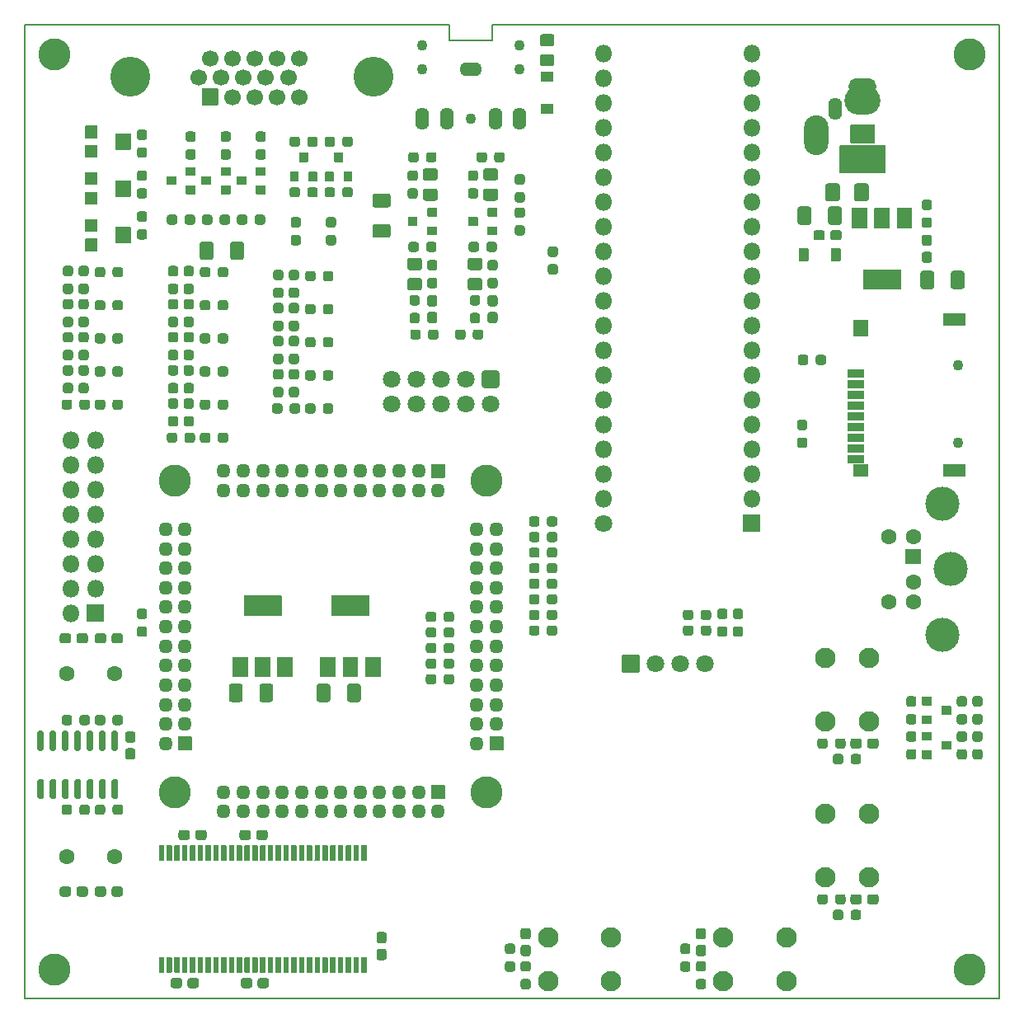
<source format=gbr>
%TF.GenerationSoftware,KiCad,Pcbnew,(5.1.10)-1*%
%TF.CreationDate,2022-11-11T04:49:50+00:00*%
%TF.ProjectId,HeikouBox,4865696b-6f75-4426-9f78-2e6b69636164,rev?*%
%TF.SameCoordinates,Original*%
%TF.FileFunction,Soldermask,Top*%
%TF.FilePolarity,Negative*%
%FSLAX46Y46*%
G04 Gerber Fmt 4.6, Leading zero omitted, Abs format (unit mm)*
G04 Created by KiCad (PCBNEW (5.1.10)-1) date 2022-11-11 04:49:50*
%MOMM*%
%LPD*%
G01*
G04 APERTURE LIST*
%TA.AperFunction,Profile*%
%ADD10C,0.150000*%
%TD*%
%ADD11O,1.800000X1.800000*%
%ADD12C,1.800000*%
%ADD13O,2.900000X1.700000*%
%ADD14O,1.400000X2.300000*%
%ADD15O,3.700000X2.900000*%
%ADD16O,2.500000X4.100000*%
%ADD17C,3.500000*%
%ADD18C,1.600000*%
%ADD19C,1.100000*%
%ADD20O,2.300000X1.400000*%
%ADD21C,3.300000*%
%ADD22O,1.450000X1.450000*%
%ADD23C,2.100000*%
%ADD24C,1.700000*%
%ADD25C,4.100000*%
G04 APERTURE END LIST*
D10*
X62800000Y-20400000D02*
X114800000Y-20400000D01*
X62800000Y-22000000D02*
X62800000Y-20400000D01*
X58400000Y-22000000D02*
X62800000Y-22000000D01*
X58400000Y-20400000D02*
X58400000Y-22000000D01*
X114800000Y-120400000D02*
X114800000Y-20400000D01*
X14800000Y-120400000D02*
X114800000Y-120400000D01*
X14800000Y-20400000D02*
X14800000Y-120400000D01*
X58400000Y-20400000D02*
X14800000Y-20400000D01*
%TO.C,U102*%
G36*
G01*
X46650000Y-87400000D02*
X45150000Y-87400000D01*
G75*
G02*
X45100000Y-87350000I0J50000D01*
G01*
X45100000Y-85350000D01*
G75*
G02*
X45150000Y-85300000I50000J0D01*
G01*
X46650000Y-85300000D01*
G75*
G02*
X46700000Y-85350000I0J-50000D01*
G01*
X46700000Y-87350000D01*
G75*
G02*
X46650000Y-87400000I-50000J0D01*
G01*
G37*
G36*
G01*
X51250000Y-87400000D02*
X49750000Y-87400000D01*
G75*
G02*
X49700000Y-87350000I0J50000D01*
G01*
X49700000Y-85350000D01*
G75*
G02*
X49750000Y-85300000I50000J0D01*
G01*
X51250000Y-85300000D01*
G75*
G02*
X51300000Y-85350000I0J-50000D01*
G01*
X51300000Y-87350000D01*
G75*
G02*
X51250000Y-87400000I-50000J0D01*
G01*
G37*
G36*
G01*
X48950000Y-87400000D02*
X47450000Y-87400000D01*
G75*
G02*
X47400000Y-87350000I0J50000D01*
G01*
X47400000Y-85350000D01*
G75*
G02*
X47450000Y-85300000I50000J0D01*
G01*
X48950000Y-85300000D01*
G75*
G02*
X49000000Y-85350000I0J-50000D01*
G01*
X49000000Y-87350000D01*
G75*
G02*
X48950000Y-87400000I-50000J0D01*
G01*
G37*
G36*
G01*
X50100000Y-81100000D02*
X46300000Y-81100000D01*
G75*
G02*
X46250000Y-81050000I0J50000D01*
G01*
X46250000Y-79050000D01*
G75*
G02*
X46300000Y-79000000I50000J0D01*
G01*
X50100000Y-79000000D01*
G75*
G02*
X50150000Y-79050000I0J-50000D01*
G01*
X50150000Y-81050000D01*
G75*
G02*
X50100000Y-81100000I-50000J0D01*
G01*
G37*
%TD*%
%TO.C,F101*%
G36*
G01*
X98475000Y-36942543D02*
X98475000Y-38257457D01*
G75*
G02*
X98207457Y-38525000I-267543J0D01*
G01*
X97217543Y-38525000D01*
G75*
G02*
X96950000Y-38257457I0J267543D01*
G01*
X96950000Y-36942543D01*
G75*
G02*
X97217543Y-36675000I267543J0D01*
G01*
X98207457Y-36675000D01*
G75*
G02*
X98475000Y-36942543I0J-267543D01*
G01*
G37*
G36*
G01*
X101450000Y-36942543D02*
X101450000Y-38257457D01*
G75*
G02*
X101182457Y-38525000I-267543J0D01*
G01*
X100192543Y-38525000D01*
G75*
G02*
X99925000Y-38257457I0J267543D01*
G01*
X99925000Y-36942543D01*
G75*
G02*
X100192543Y-36675000I267543J0D01*
G01*
X101182457Y-36675000D01*
G75*
G02*
X101450000Y-36942543I0J-267543D01*
G01*
G37*
%TD*%
%TO.C,F102*%
G36*
G01*
X67921738Y-23400000D02*
X68878262Y-23400000D01*
G75*
G02*
X69150000Y-23671738I0J-271738D01*
G01*
X69150000Y-24378262D01*
G75*
G02*
X68878262Y-24650000I-271738J0D01*
G01*
X67921738Y-24650000D01*
G75*
G02*
X67650000Y-24378262I0J271738D01*
G01*
X67650000Y-23671738D01*
G75*
G02*
X67921738Y-23400000I271738J0D01*
G01*
G37*
G36*
G01*
X67921738Y-21350000D02*
X68878262Y-21350000D01*
G75*
G02*
X69150000Y-21621738I0J-271738D01*
G01*
X69150000Y-22328262D01*
G75*
G02*
X68878262Y-22600000I-271738J0D01*
G01*
X67921738Y-22600000D01*
G75*
G02*
X67650000Y-22328262I0J271738D01*
G01*
X67650000Y-21621738D01*
G75*
G02*
X67921738Y-21350000I271738J0D01*
G01*
G37*
%TD*%
%TO.C,D103*%
G36*
G01*
X95250000Y-43400000D02*
X95250000Y-44600000D01*
G75*
G02*
X95200000Y-44650000I-50000J0D01*
G01*
X94300000Y-44650000D01*
G75*
G02*
X94250000Y-44600000I0J50000D01*
G01*
X94250000Y-43400000D01*
G75*
G02*
X94300000Y-43350000I50000J0D01*
G01*
X95200000Y-43350000D01*
G75*
G02*
X95250000Y-43400000I0J-50000D01*
G01*
G37*
G36*
G01*
X98550000Y-43400000D02*
X98550000Y-44600000D01*
G75*
G02*
X98500000Y-44650000I-50000J0D01*
G01*
X97600000Y-44650000D01*
G75*
G02*
X97550000Y-44600000I0J50000D01*
G01*
X97550000Y-43400000D01*
G75*
G02*
X97600000Y-43350000I50000J0D01*
G01*
X98500000Y-43350000D01*
G75*
G02*
X98550000Y-43400000I0J-50000D01*
G01*
G37*
%TD*%
%TO.C,D102*%
G36*
G01*
X69000000Y-29550000D02*
X67800000Y-29550000D01*
G75*
G02*
X67750000Y-29500000I0J50000D01*
G01*
X67750000Y-28600000D01*
G75*
G02*
X67800000Y-28550000I50000J0D01*
G01*
X69000000Y-28550000D01*
G75*
G02*
X69050000Y-28600000I0J-50000D01*
G01*
X69050000Y-29500000D01*
G75*
G02*
X69000000Y-29550000I-50000J0D01*
G01*
G37*
G36*
G01*
X69000000Y-26250000D02*
X67800000Y-26250000D01*
G75*
G02*
X67750000Y-26200000I0J50000D01*
G01*
X67750000Y-25300000D01*
G75*
G02*
X67800000Y-25250000I50000J0D01*
G01*
X69000000Y-25250000D01*
G75*
G02*
X69050000Y-25300000I0J-50000D01*
G01*
X69050000Y-26200000D01*
G75*
G02*
X69000000Y-26250000I-50000J0D01*
G01*
G37*
%TD*%
D11*
%TO.C,U501*%
X74160000Y-36040000D03*
X74160000Y-30960000D03*
X74160000Y-43660000D03*
X74160000Y-58900000D03*
X74160000Y-53820000D03*
X74160000Y-61440000D03*
X74160000Y-23340000D03*
X74160000Y-46200000D03*
X74160000Y-28420000D03*
X74160000Y-41120000D03*
X74160000Y-56360000D03*
X74160000Y-48740000D03*
X74160000Y-66520000D03*
X74160000Y-69060000D03*
X74160000Y-51280000D03*
D12*
X74160000Y-71600000D03*
D11*
X74160000Y-38580000D03*
X74160000Y-25880000D03*
X74160000Y-33500000D03*
X74160000Y-63980000D03*
X89400000Y-33500000D03*
G36*
G01*
X90300000Y-70750000D02*
X90300000Y-72450000D01*
G75*
G02*
X90250000Y-72500000I-50000J0D01*
G01*
X88550000Y-72500000D01*
G75*
G02*
X88500000Y-72450000I0J50000D01*
G01*
X88500000Y-70750000D01*
G75*
G02*
X88550000Y-70700000I50000J0D01*
G01*
X90250000Y-70700000D01*
G75*
G02*
X90300000Y-70750000I0J-50000D01*
G01*
G37*
X89400000Y-38580000D03*
X89400000Y-41120000D03*
X89400000Y-48740000D03*
X89400000Y-53820000D03*
X89400000Y-30960000D03*
X89400000Y-63980000D03*
X89400000Y-61440000D03*
X89400000Y-28420000D03*
X89400000Y-51280000D03*
X89400000Y-56360000D03*
X89400000Y-36040000D03*
X89400000Y-46200000D03*
X89400000Y-23340000D03*
X89400000Y-25880000D03*
X89400000Y-43660000D03*
X89400000Y-58900000D03*
X89400000Y-69060000D03*
X89400000Y-66520000D03*
%TD*%
%TO.C,R531*%
G36*
G01*
X86662500Y-83250000D02*
X86137500Y-83250000D01*
G75*
G02*
X85875000Y-82987500I0J262500D01*
G01*
X85875000Y-82437500D01*
G75*
G02*
X86137500Y-82175000I262500J0D01*
G01*
X86662500Y-82175000D01*
G75*
G02*
X86925000Y-82437500I0J-262500D01*
G01*
X86925000Y-82987500D01*
G75*
G02*
X86662500Y-83250000I-262500J0D01*
G01*
G37*
G36*
G01*
X86662500Y-81425000D02*
X86137500Y-81425000D01*
G75*
G02*
X85875000Y-81162500I0J262500D01*
G01*
X85875000Y-80612500D01*
G75*
G02*
X86137500Y-80350000I262500J0D01*
G01*
X86662500Y-80350000D01*
G75*
G02*
X86925000Y-80612500I0J-262500D01*
G01*
X86925000Y-81162500D01*
G75*
G02*
X86662500Y-81425000I-262500J0D01*
G01*
G37*
%TD*%
%TO.C,R530*%
G36*
G01*
X88262500Y-83250000D02*
X87737500Y-83250000D01*
G75*
G02*
X87475000Y-82987500I0J262500D01*
G01*
X87475000Y-82437500D01*
G75*
G02*
X87737500Y-82175000I262500J0D01*
G01*
X88262500Y-82175000D01*
G75*
G02*
X88525000Y-82437500I0J-262500D01*
G01*
X88525000Y-82987500D01*
G75*
G02*
X88262500Y-83250000I-262500J0D01*
G01*
G37*
G36*
G01*
X88262500Y-81425000D02*
X87737500Y-81425000D01*
G75*
G02*
X87475000Y-81162500I0J262500D01*
G01*
X87475000Y-80612500D01*
G75*
G02*
X87737500Y-80350000I262500J0D01*
G01*
X88262500Y-80350000D01*
G75*
G02*
X88525000Y-80612500I0J-262500D01*
G01*
X88525000Y-81162500D01*
G75*
G02*
X88262500Y-81425000I-262500J0D01*
G01*
G37*
%TD*%
%TO.C,R529*%
G36*
G01*
X112862500Y-94025000D02*
X112337500Y-94025000D01*
G75*
G02*
X112075000Y-93762500I0J262500D01*
G01*
X112075000Y-93212500D01*
G75*
G02*
X112337500Y-92950000I262500J0D01*
G01*
X112862500Y-92950000D01*
G75*
G02*
X113125000Y-93212500I0J-262500D01*
G01*
X113125000Y-93762500D01*
G75*
G02*
X112862500Y-94025000I-262500J0D01*
G01*
G37*
G36*
G01*
X112862500Y-95850000D02*
X112337500Y-95850000D01*
G75*
G02*
X112075000Y-95587500I0J262500D01*
G01*
X112075000Y-95037500D01*
G75*
G02*
X112337500Y-94775000I262500J0D01*
G01*
X112862500Y-94775000D01*
G75*
G02*
X113125000Y-95037500I0J-262500D01*
G01*
X113125000Y-95587500D01*
G75*
G02*
X112862500Y-95850000I-262500J0D01*
G01*
G37*
%TD*%
%TO.C,R524*%
G36*
G01*
X112337500Y-91175000D02*
X112862500Y-91175000D01*
G75*
G02*
X113125000Y-91437500I0J-262500D01*
G01*
X113125000Y-91987500D01*
G75*
G02*
X112862500Y-92250000I-262500J0D01*
G01*
X112337500Y-92250000D01*
G75*
G02*
X112075000Y-91987500I0J262500D01*
G01*
X112075000Y-91437500D01*
G75*
G02*
X112337500Y-91175000I262500J0D01*
G01*
G37*
G36*
G01*
X112337500Y-89350000D02*
X112862500Y-89350000D01*
G75*
G02*
X113125000Y-89612500I0J-262500D01*
G01*
X113125000Y-90162500D01*
G75*
G02*
X112862500Y-90425000I-262500J0D01*
G01*
X112337500Y-90425000D01*
G75*
G02*
X112075000Y-90162500I0J262500D01*
G01*
X112075000Y-89612500D01*
G75*
G02*
X112337500Y-89350000I262500J0D01*
G01*
G37*
%TD*%
%TO.C,R522*%
G36*
G01*
X65337500Y-39150000D02*
X65862500Y-39150000D01*
G75*
G02*
X66125000Y-39412500I0J-262500D01*
G01*
X66125000Y-39962500D01*
G75*
G02*
X65862500Y-40225000I-262500J0D01*
G01*
X65337500Y-40225000D01*
G75*
G02*
X65075000Y-39962500I0J262500D01*
G01*
X65075000Y-39412500D01*
G75*
G02*
X65337500Y-39150000I262500J0D01*
G01*
G37*
G36*
G01*
X65337500Y-40975000D02*
X65862500Y-40975000D01*
G75*
G02*
X66125000Y-41237500I0J-262500D01*
G01*
X66125000Y-41787500D01*
G75*
G02*
X65862500Y-42050000I-262500J0D01*
G01*
X65337500Y-42050000D01*
G75*
G02*
X65075000Y-41787500I0J262500D01*
G01*
X65075000Y-41237500D01*
G75*
G02*
X65337500Y-40975000I262500J0D01*
G01*
G37*
%TD*%
%TO.C,R521*%
G36*
G01*
X65337500Y-35750000D02*
X65862500Y-35750000D01*
G75*
G02*
X66125000Y-36012500I0J-262500D01*
G01*
X66125000Y-36562500D01*
G75*
G02*
X65862500Y-36825000I-262500J0D01*
G01*
X65337500Y-36825000D01*
G75*
G02*
X65075000Y-36562500I0J262500D01*
G01*
X65075000Y-36012500D01*
G75*
G02*
X65337500Y-35750000I262500J0D01*
G01*
G37*
G36*
G01*
X65337500Y-37575000D02*
X65862500Y-37575000D01*
G75*
G02*
X66125000Y-37837500I0J-262500D01*
G01*
X66125000Y-38387500D01*
G75*
G02*
X65862500Y-38650000I-262500J0D01*
G01*
X65337500Y-38650000D01*
G75*
G02*
X65075000Y-38387500I0J262500D01*
G01*
X65075000Y-37837500D01*
G75*
G02*
X65337500Y-37575000I262500J0D01*
G01*
G37*
%TD*%
%TO.C,R520*%
G36*
G01*
X68737500Y-43150000D02*
X69262500Y-43150000D01*
G75*
G02*
X69525000Y-43412500I0J-262500D01*
G01*
X69525000Y-43962500D01*
G75*
G02*
X69262500Y-44225000I-262500J0D01*
G01*
X68737500Y-44225000D01*
G75*
G02*
X68475000Y-43962500I0J262500D01*
G01*
X68475000Y-43412500D01*
G75*
G02*
X68737500Y-43150000I262500J0D01*
G01*
G37*
G36*
G01*
X68737500Y-44975000D02*
X69262500Y-44975000D01*
G75*
G02*
X69525000Y-45237500I0J-262500D01*
G01*
X69525000Y-45787500D01*
G75*
G02*
X69262500Y-46050000I-262500J0D01*
G01*
X68737500Y-46050000D01*
G75*
G02*
X68475000Y-45787500I0J262500D01*
G01*
X68475000Y-45237500D01*
G75*
G02*
X68737500Y-44975000I262500J0D01*
G01*
G37*
%TD*%
D12*
%TO.C,DS501*%
X84620000Y-86000000D03*
X82080000Y-86000000D03*
X79540000Y-86000000D03*
G36*
G01*
X76100000Y-86850000D02*
X76100000Y-85150000D01*
G75*
G02*
X76150000Y-85100000I50000J0D01*
G01*
X77850000Y-85100000D01*
G75*
G02*
X77900000Y-85150000I0J-50000D01*
G01*
X77900000Y-86850000D01*
G75*
G02*
X77850000Y-86900000I-50000J0D01*
G01*
X76150000Y-86900000D01*
G75*
G02*
X76100000Y-86850000I0J50000D01*
G01*
G37*
%TD*%
%TO.C,J101*%
G36*
G01*
X102050000Y-30700000D02*
X102050000Y-32500000D01*
G75*
G02*
X102000000Y-32550000I-50000J0D01*
G01*
X99600000Y-32550000D01*
G75*
G02*
X99550000Y-32500000I0J50000D01*
G01*
X99550000Y-30700000D01*
G75*
G02*
X99600000Y-30650000I50000J0D01*
G01*
X102000000Y-30650000D01*
G75*
G02*
X102050000Y-30700000I0J-50000D01*
G01*
G37*
D13*
X100800000Y-26700000D03*
D14*
X98000000Y-29000000D03*
D15*
X100800000Y-28200000D03*
D16*
X96000000Y-31700000D03*
G36*
G01*
X103150000Y-32800000D02*
X103150000Y-35600000D01*
G75*
G02*
X103100000Y-35650000I-50000J0D01*
G01*
X98500000Y-35650000D01*
G75*
G02*
X98450000Y-35600000I0J50000D01*
G01*
X98450000Y-32800000D01*
G75*
G02*
X98500000Y-32750000I50000J0D01*
G01*
X103100000Y-32750000D01*
G75*
G02*
X103150000Y-32800000I0J-50000D01*
G01*
G37*
%TD*%
%TO.C,U103*%
G36*
G01*
X37650000Y-87400000D02*
X36150000Y-87400000D01*
G75*
G02*
X36100000Y-87350000I0J50000D01*
G01*
X36100000Y-85350000D01*
G75*
G02*
X36150000Y-85300000I50000J0D01*
G01*
X37650000Y-85300000D01*
G75*
G02*
X37700000Y-85350000I0J-50000D01*
G01*
X37700000Y-87350000D01*
G75*
G02*
X37650000Y-87400000I-50000J0D01*
G01*
G37*
G36*
G01*
X42250000Y-87400000D02*
X40750000Y-87400000D01*
G75*
G02*
X40700000Y-87350000I0J50000D01*
G01*
X40700000Y-85350000D01*
G75*
G02*
X40750000Y-85300000I50000J0D01*
G01*
X42250000Y-85300000D01*
G75*
G02*
X42300000Y-85350000I0J-50000D01*
G01*
X42300000Y-87350000D01*
G75*
G02*
X42250000Y-87400000I-50000J0D01*
G01*
G37*
G36*
G01*
X39950000Y-87400000D02*
X38450000Y-87400000D01*
G75*
G02*
X38400000Y-87350000I0J50000D01*
G01*
X38400000Y-85350000D01*
G75*
G02*
X38450000Y-85300000I50000J0D01*
G01*
X39950000Y-85300000D01*
G75*
G02*
X40000000Y-85350000I0J-50000D01*
G01*
X40000000Y-87350000D01*
G75*
G02*
X39950000Y-87400000I-50000J0D01*
G01*
G37*
G36*
G01*
X41100000Y-81100000D02*
X37300000Y-81100000D01*
G75*
G02*
X37250000Y-81050000I0J50000D01*
G01*
X37250000Y-79050000D01*
G75*
G02*
X37300000Y-79000000I50000J0D01*
G01*
X41100000Y-79000000D01*
G75*
G02*
X41150000Y-79050000I0J-50000D01*
G01*
X41150000Y-81050000D01*
G75*
G02*
X41100000Y-81100000I-50000J0D01*
G01*
G37*
%TD*%
%TO.C,U101*%
G36*
G01*
X104350000Y-39200000D02*
X105850000Y-39200000D01*
G75*
G02*
X105900000Y-39250000I0J-50000D01*
G01*
X105900000Y-41250000D01*
G75*
G02*
X105850000Y-41300000I-50000J0D01*
G01*
X104350000Y-41300000D01*
G75*
G02*
X104300000Y-41250000I0J50000D01*
G01*
X104300000Y-39250000D01*
G75*
G02*
X104350000Y-39200000I50000J0D01*
G01*
G37*
G36*
G01*
X99750000Y-39200000D02*
X101250000Y-39200000D01*
G75*
G02*
X101300000Y-39250000I0J-50000D01*
G01*
X101300000Y-41250000D01*
G75*
G02*
X101250000Y-41300000I-50000J0D01*
G01*
X99750000Y-41300000D01*
G75*
G02*
X99700000Y-41250000I0J50000D01*
G01*
X99700000Y-39250000D01*
G75*
G02*
X99750000Y-39200000I50000J0D01*
G01*
G37*
G36*
G01*
X102050000Y-39200000D02*
X103550000Y-39200000D01*
G75*
G02*
X103600000Y-39250000I0J-50000D01*
G01*
X103600000Y-41250000D01*
G75*
G02*
X103550000Y-41300000I-50000J0D01*
G01*
X102050000Y-41300000D01*
G75*
G02*
X102000000Y-41250000I0J50000D01*
G01*
X102000000Y-39250000D01*
G75*
G02*
X102050000Y-39200000I50000J0D01*
G01*
G37*
G36*
G01*
X100900000Y-45500000D02*
X104700000Y-45500000D01*
G75*
G02*
X104750000Y-45550000I0J-50000D01*
G01*
X104750000Y-47550000D01*
G75*
G02*
X104700000Y-47600000I-50000J0D01*
G01*
X100900000Y-47600000D01*
G75*
G02*
X100850000Y-47550000I0J50000D01*
G01*
X100850000Y-45550000D01*
G75*
G02*
X100900000Y-45500000I50000J0D01*
G01*
G37*
%TD*%
%TO.C,R101*%
G36*
G01*
X107662500Y-41250000D02*
X107137500Y-41250000D01*
G75*
G02*
X106875000Y-40987500I0J262500D01*
G01*
X106875000Y-40437500D01*
G75*
G02*
X107137500Y-40175000I262500J0D01*
G01*
X107662500Y-40175000D01*
G75*
G02*
X107925000Y-40437500I0J-262500D01*
G01*
X107925000Y-40987500D01*
G75*
G02*
X107662500Y-41250000I-262500J0D01*
G01*
G37*
G36*
G01*
X107662500Y-39425000D02*
X107137500Y-39425000D01*
G75*
G02*
X106875000Y-39162500I0J262500D01*
G01*
X106875000Y-38612500D01*
G75*
G02*
X107137500Y-38350000I262500J0D01*
G01*
X107662500Y-38350000D01*
G75*
G02*
X107925000Y-38612500I0J-262500D01*
G01*
X107925000Y-39162500D01*
G75*
G02*
X107662500Y-39425000I-262500J0D01*
G01*
G37*
%TD*%
%TO.C,D101*%
G36*
G01*
X107137500Y-41950000D02*
X107662500Y-41950000D01*
G75*
G02*
X107925000Y-42212500I0J-262500D01*
G01*
X107925000Y-42837500D01*
G75*
G02*
X107662500Y-43100000I-262500J0D01*
G01*
X107137500Y-43100000D01*
G75*
G02*
X106875000Y-42837500I0J262500D01*
G01*
X106875000Y-42212500D01*
G75*
G02*
X107137500Y-41950000I262500J0D01*
G01*
G37*
G36*
G01*
X107137500Y-43700000D02*
X107662500Y-43700000D01*
G75*
G02*
X107925000Y-43962500I0J-262500D01*
G01*
X107925000Y-44587500D01*
G75*
G02*
X107662500Y-44850000I-262500J0D01*
G01*
X107137500Y-44850000D01*
G75*
G02*
X106875000Y-44587500I0J262500D01*
G01*
X106875000Y-43962500D01*
G75*
G02*
X107137500Y-43700000I262500J0D01*
G01*
G37*
%TD*%
%TO.C,C106*%
G36*
G01*
X37150000Y-88318866D02*
X37150000Y-89681134D01*
G75*
G02*
X36881134Y-89950000I-268866J0D01*
G01*
X35993866Y-89950000D01*
G75*
G02*
X35725000Y-89681134I0J268866D01*
G01*
X35725000Y-88318866D01*
G75*
G02*
X35993866Y-88050000I268866J0D01*
G01*
X36881134Y-88050000D01*
G75*
G02*
X37150000Y-88318866I0J-268866D01*
G01*
G37*
G36*
G01*
X40275000Y-88318866D02*
X40275000Y-89681134D01*
G75*
G02*
X40006134Y-89950000I-268866J0D01*
G01*
X39118866Y-89950000D01*
G75*
G02*
X38850000Y-89681134I0J268866D01*
G01*
X38850000Y-88318866D01*
G75*
G02*
X39118866Y-88050000I268866J0D01*
G01*
X40006134Y-88050000D01*
G75*
G02*
X40275000Y-88318866I0J-268866D01*
G01*
G37*
%TD*%
%TO.C,C105*%
G36*
G01*
X46150000Y-88318866D02*
X46150000Y-89681134D01*
G75*
G02*
X45881134Y-89950000I-268866J0D01*
G01*
X44993866Y-89950000D01*
G75*
G02*
X44725000Y-89681134I0J268866D01*
G01*
X44725000Y-88318866D01*
G75*
G02*
X44993866Y-88050000I268866J0D01*
G01*
X45881134Y-88050000D01*
G75*
G02*
X46150000Y-88318866I0J-268866D01*
G01*
G37*
G36*
G01*
X49275000Y-88318866D02*
X49275000Y-89681134D01*
G75*
G02*
X49006134Y-89950000I-268866J0D01*
G01*
X48118866Y-89950000D01*
G75*
G02*
X47850000Y-89681134I0J268866D01*
G01*
X47850000Y-88318866D01*
G75*
G02*
X48118866Y-88050000I268866J0D01*
G01*
X49006134Y-88050000D01*
G75*
G02*
X49275000Y-88318866I0J-268866D01*
G01*
G37*
%TD*%
%TO.C,C104*%
G36*
G01*
X109850000Y-47281134D02*
X109850000Y-45918866D01*
G75*
G02*
X110118866Y-45650000I268866J0D01*
G01*
X111006134Y-45650000D01*
G75*
G02*
X111275000Y-45918866I0J-268866D01*
G01*
X111275000Y-47281134D01*
G75*
G02*
X111006134Y-47550000I-268866J0D01*
G01*
X110118866Y-47550000D01*
G75*
G02*
X109850000Y-47281134I0J268866D01*
G01*
G37*
G36*
G01*
X106725000Y-47281134D02*
X106725000Y-45918866D01*
G75*
G02*
X106993866Y-45650000I268866J0D01*
G01*
X107881134Y-45650000D01*
G75*
G02*
X108150000Y-45918866I0J-268866D01*
G01*
X108150000Y-47281134D01*
G75*
G02*
X107881134Y-47550000I-268866J0D01*
G01*
X106993866Y-47550000D01*
G75*
G02*
X106725000Y-47281134I0J268866D01*
G01*
G37*
%TD*%
%TO.C,C102*%
G36*
G01*
X96925000Y-41737500D02*
X96925000Y-42262500D01*
G75*
G02*
X96662500Y-42525000I-262500J0D01*
G01*
X96012500Y-42525000D01*
G75*
G02*
X95750000Y-42262500I0J262500D01*
G01*
X95750000Y-41737500D01*
G75*
G02*
X96012500Y-41475000I262500J0D01*
G01*
X96662500Y-41475000D01*
G75*
G02*
X96925000Y-41737500I0J-262500D01*
G01*
G37*
G36*
G01*
X98650000Y-41737500D02*
X98650000Y-42262500D01*
G75*
G02*
X98387500Y-42525000I-262500J0D01*
G01*
X97737500Y-42525000D01*
G75*
G02*
X97475000Y-42262500I0J262500D01*
G01*
X97475000Y-41737500D01*
G75*
G02*
X97737500Y-41475000I262500J0D01*
G01*
X98387500Y-41475000D01*
G75*
G02*
X98650000Y-41737500I0J-262500D01*
G01*
G37*
%TD*%
%TO.C,C101*%
G36*
G01*
X95550000Y-39318866D02*
X95550000Y-40681134D01*
G75*
G02*
X95281134Y-40950000I-268866J0D01*
G01*
X94393866Y-40950000D01*
G75*
G02*
X94125000Y-40681134I0J268866D01*
G01*
X94125000Y-39318866D01*
G75*
G02*
X94393866Y-39050000I268866J0D01*
G01*
X95281134Y-39050000D01*
G75*
G02*
X95550000Y-39318866I0J-268866D01*
G01*
G37*
G36*
G01*
X98675000Y-39318866D02*
X98675000Y-40681134D01*
G75*
G02*
X98406134Y-40950000I-268866J0D01*
G01*
X97518866Y-40950000D01*
G75*
G02*
X97250000Y-40681134I0J268866D01*
G01*
X97250000Y-39318866D01*
G75*
G02*
X97518866Y-39050000I268866J0D01*
G01*
X98406134Y-39050000D01*
G75*
G02*
X98675000Y-39318866I0J-268866D01*
G01*
G37*
%TD*%
%TO.C,C405*%
G36*
G01*
X31725000Y-103337500D02*
X31725000Y-103862500D01*
G75*
G02*
X31462500Y-104125000I-262500J0D01*
G01*
X30812500Y-104125000D01*
G75*
G02*
X30550000Y-103862500I0J262500D01*
G01*
X30550000Y-103337500D01*
G75*
G02*
X30812500Y-103075000I262500J0D01*
G01*
X31462500Y-103075000D01*
G75*
G02*
X31725000Y-103337500I0J-262500D01*
G01*
G37*
G36*
G01*
X33450000Y-103337500D02*
X33450000Y-103862500D01*
G75*
G02*
X33187500Y-104125000I-262500J0D01*
G01*
X32537500Y-104125000D01*
G75*
G02*
X32275000Y-103862500I0J262500D01*
G01*
X32275000Y-103337500D01*
G75*
G02*
X32537500Y-103075000I262500J0D01*
G01*
X33187500Y-103075000D01*
G75*
G02*
X33450000Y-103337500I0J-262500D01*
G01*
G37*
%TD*%
%TO.C,R528*%
G36*
G01*
X111262500Y-94025000D02*
X110737500Y-94025000D01*
G75*
G02*
X110475000Y-93762500I0J262500D01*
G01*
X110475000Y-93212500D01*
G75*
G02*
X110737500Y-92950000I262500J0D01*
G01*
X111262500Y-92950000D01*
G75*
G02*
X111525000Y-93212500I0J-262500D01*
G01*
X111525000Y-93762500D01*
G75*
G02*
X111262500Y-94025000I-262500J0D01*
G01*
G37*
G36*
G01*
X111262500Y-95850000D02*
X110737500Y-95850000D01*
G75*
G02*
X110475000Y-95587500I0J262500D01*
G01*
X110475000Y-95037500D01*
G75*
G02*
X110737500Y-94775000I262500J0D01*
G01*
X111262500Y-94775000D01*
G75*
G02*
X111525000Y-95037500I0J-262500D01*
G01*
X111525000Y-95587500D01*
G75*
G02*
X111262500Y-95850000I-262500J0D01*
G01*
G37*
%TD*%
%TO.C,R527*%
G36*
G01*
X106062500Y-95850000D02*
X105537500Y-95850000D01*
G75*
G02*
X105275000Y-95587500I0J262500D01*
G01*
X105275000Y-95037500D01*
G75*
G02*
X105537500Y-94775000I262500J0D01*
G01*
X106062500Y-94775000D01*
G75*
G02*
X106325000Y-95037500I0J-262500D01*
G01*
X106325000Y-95587500D01*
G75*
G02*
X106062500Y-95850000I-262500J0D01*
G01*
G37*
G36*
G01*
X106062500Y-94025000D02*
X105537500Y-94025000D01*
G75*
G02*
X105275000Y-93762500I0J262500D01*
G01*
X105275000Y-93212500D01*
G75*
G02*
X105537500Y-92950000I262500J0D01*
G01*
X106062500Y-92950000D01*
G75*
G02*
X106325000Y-93212500I0J-262500D01*
G01*
X106325000Y-93762500D01*
G75*
G02*
X106062500Y-94025000I-262500J0D01*
G01*
G37*
%TD*%
%TO.C,R526*%
G36*
G01*
X110737500Y-89350000D02*
X111262500Y-89350000D01*
G75*
G02*
X111525000Y-89612500I0J-262500D01*
G01*
X111525000Y-90162500D01*
G75*
G02*
X111262500Y-90425000I-262500J0D01*
G01*
X110737500Y-90425000D01*
G75*
G02*
X110475000Y-90162500I0J262500D01*
G01*
X110475000Y-89612500D01*
G75*
G02*
X110737500Y-89350000I262500J0D01*
G01*
G37*
G36*
G01*
X110737500Y-91175000D02*
X111262500Y-91175000D01*
G75*
G02*
X111525000Y-91437500I0J-262500D01*
G01*
X111525000Y-91987500D01*
G75*
G02*
X111262500Y-92250000I-262500J0D01*
G01*
X110737500Y-92250000D01*
G75*
G02*
X110475000Y-91987500I0J262500D01*
G01*
X110475000Y-91437500D01*
G75*
G02*
X110737500Y-91175000I262500J0D01*
G01*
G37*
%TD*%
%TO.C,R525*%
G36*
G01*
X106062500Y-92250000D02*
X105537500Y-92250000D01*
G75*
G02*
X105275000Y-91987500I0J262500D01*
G01*
X105275000Y-91437500D01*
G75*
G02*
X105537500Y-91175000I262500J0D01*
G01*
X106062500Y-91175000D01*
G75*
G02*
X106325000Y-91437500I0J-262500D01*
G01*
X106325000Y-91987500D01*
G75*
G02*
X106062500Y-92250000I-262500J0D01*
G01*
G37*
G36*
G01*
X106062500Y-90425000D02*
X105537500Y-90425000D01*
G75*
G02*
X105275000Y-90162500I0J262500D01*
G01*
X105275000Y-89612500D01*
G75*
G02*
X105537500Y-89350000I262500J0D01*
G01*
X106062500Y-89350000D01*
G75*
G02*
X106325000Y-89612500I0J-262500D01*
G01*
X106325000Y-90162500D01*
G75*
G02*
X106062500Y-90425000I-262500J0D01*
G01*
G37*
%TD*%
%TO.C,R523*%
G36*
G01*
X94337500Y-62775000D02*
X94862500Y-62775000D01*
G75*
G02*
X95125000Y-63037500I0J-262500D01*
G01*
X95125000Y-63587500D01*
G75*
G02*
X94862500Y-63850000I-262500J0D01*
G01*
X94337500Y-63850000D01*
G75*
G02*
X94075000Y-63587500I0J262500D01*
G01*
X94075000Y-63037500D01*
G75*
G02*
X94337500Y-62775000I262500J0D01*
G01*
G37*
G36*
G01*
X94337500Y-60950000D02*
X94862500Y-60950000D01*
G75*
G02*
X95125000Y-61212500I0J-262500D01*
G01*
X95125000Y-61762500D01*
G75*
G02*
X94862500Y-62025000I-262500J0D01*
G01*
X94337500Y-62025000D01*
G75*
G02*
X94075000Y-61762500I0J262500D01*
G01*
X94075000Y-61212500D01*
G75*
G02*
X94337500Y-60950000I262500J0D01*
G01*
G37*
%TD*%
%TO.C,Q503*%
G36*
G01*
X106900000Y-93850000D02*
X106900000Y-93050000D01*
G75*
G02*
X106950000Y-93000000I50000J0D01*
G01*
X107850000Y-93000000D01*
G75*
G02*
X107900000Y-93050000I0J-50000D01*
G01*
X107900000Y-93850000D01*
G75*
G02*
X107850000Y-93900000I-50000J0D01*
G01*
X106950000Y-93900000D01*
G75*
G02*
X106900000Y-93850000I0J50000D01*
G01*
G37*
G36*
G01*
X106900000Y-95750000D02*
X106900000Y-94950000D01*
G75*
G02*
X106950000Y-94900000I50000J0D01*
G01*
X107850000Y-94900000D01*
G75*
G02*
X107900000Y-94950000I0J-50000D01*
G01*
X107900000Y-95750000D01*
G75*
G02*
X107850000Y-95800000I-50000J0D01*
G01*
X106950000Y-95800000D01*
G75*
G02*
X106900000Y-95750000I0J50000D01*
G01*
G37*
G36*
G01*
X108900000Y-94800000D02*
X108900000Y-94000000D01*
G75*
G02*
X108950000Y-93950000I50000J0D01*
G01*
X109850000Y-93950000D01*
G75*
G02*
X109900000Y-94000000I0J-50000D01*
G01*
X109900000Y-94800000D01*
G75*
G02*
X109850000Y-94850000I-50000J0D01*
G01*
X108950000Y-94850000D01*
G75*
G02*
X108900000Y-94800000I0J50000D01*
G01*
G37*
%TD*%
%TO.C,Q502*%
G36*
G01*
X106900000Y-90250000D02*
X106900000Y-89450000D01*
G75*
G02*
X106950000Y-89400000I50000J0D01*
G01*
X107850000Y-89400000D01*
G75*
G02*
X107900000Y-89450000I0J-50000D01*
G01*
X107900000Y-90250000D01*
G75*
G02*
X107850000Y-90300000I-50000J0D01*
G01*
X106950000Y-90300000D01*
G75*
G02*
X106900000Y-90250000I0J50000D01*
G01*
G37*
G36*
G01*
X106900000Y-92150000D02*
X106900000Y-91350000D01*
G75*
G02*
X106950000Y-91300000I50000J0D01*
G01*
X107850000Y-91300000D01*
G75*
G02*
X107900000Y-91350000I0J-50000D01*
G01*
X107900000Y-92150000D01*
G75*
G02*
X107850000Y-92200000I-50000J0D01*
G01*
X106950000Y-92200000D01*
G75*
G02*
X106900000Y-92150000I0J50000D01*
G01*
G37*
G36*
G01*
X108900000Y-91200000D02*
X108900000Y-90400000D01*
G75*
G02*
X108950000Y-90350000I50000J0D01*
G01*
X109850000Y-90350000D01*
G75*
G02*
X109900000Y-90400000I0J-50000D01*
G01*
X109900000Y-91200000D01*
G75*
G02*
X109850000Y-91250000I-50000J0D01*
G01*
X108950000Y-91250000D01*
G75*
G02*
X108900000Y-91200000I0J50000D01*
G01*
G37*
%TD*%
D17*
%TO.C,J503*%
X109000000Y-69540000D03*
X109000000Y-83060000D03*
X109810000Y-76300000D03*
D18*
X103510000Y-72950000D03*
X103510000Y-79650000D03*
X106000000Y-72950000D03*
X106000000Y-79650000D03*
G36*
G01*
X105250000Y-74200000D02*
X106750000Y-74200000D01*
G75*
G02*
X106800000Y-74250000I0J-50000D01*
G01*
X106800000Y-75750000D01*
G75*
G02*
X106750000Y-75800000I-50000J0D01*
G01*
X105250000Y-75800000D01*
G75*
G02*
X105200000Y-75750000I0J50000D01*
G01*
X105200000Y-74250000D01*
G75*
G02*
X105250000Y-74200000I50000J0D01*
G01*
G37*
X106000000Y-77600000D03*
%TD*%
%TO.C,C404*%
G36*
G01*
X38537500Y-103862500D02*
X38537500Y-103337500D01*
G75*
G02*
X38800000Y-103075000I262500J0D01*
G01*
X39450000Y-103075000D01*
G75*
G02*
X39712500Y-103337500I0J-262500D01*
G01*
X39712500Y-103862500D01*
G75*
G02*
X39450000Y-104125000I-262500J0D01*
G01*
X38800000Y-104125000D01*
G75*
G02*
X38537500Y-103862500I0J262500D01*
G01*
G37*
G36*
G01*
X36812500Y-103862500D02*
X36812500Y-103337500D01*
G75*
G02*
X37075000Y-103075000I262500J0D01*
G01*
X37725000Y-103075000D01*
G75*
G02*
X37987500Y-103337500I0J-262500D01*
G01*
X37987500Y-103862500D01*
G75*
G02*
X37725000Y-104125000I-262500J0D01*
G01*
X37075000Y-104125000D01*
G75*
G02*
X36812500Y-103862500I0J262500D01*
G01*
G37*
%TD*%
%TO.C,C403*%
G36*
G01*
X51662500Y-114725000D02*
X51137500Y-114725000D01*
G75*
G02*
X50875000Y-114462500I0J262500D01*
G01*
X50875000Y-113812500D01*
G75*
G02*
X51137500Y-113550000I262500J0D01*
G01*
X51662500Y-113550000D01*
G75*
G02*
X51925000Y-113812500I0J-262500D01*
G01*
X51925000Y-114462500D01*
G75*
G02*
X51662500Y-114725000I-262500J0D01*
G01*
G37*
G36*
G01*
X51662500Y-116450000D02*
X51137500Y-116450000D01*
G75*
G02*
X50875000Y-116187500I0J262500D01*
G01*
X50875000Y-115537500D01*
G75*
G02*
X51137500Y-115275000I262500J0D01*
G01*
X51662500Y-115275000D01*
G75*
G02*
X51925000Y-115537500I0J-262500D01*
G01*
X51925000Y-116187500D01*
G75*
G02*
X51662500Y-116450000I-262500J0D01*
G01*
G37*
%TD*%
%TO.C,C402*%
G36*
G01*
X38125000Y-118537500D02*
X38125000Y-119062500D01*
G75*
G02*
X37862500Y-119325000I-262500J0D01*
G01*
X37212500Y-119325000D01*
G75*
G02*
X36950000Y-119062500I0J262500D01*
G01*
X36950000Y-118537500D01*
G75*
G02*
X37212500Y-118275000I262500J0D01*
G01*
X37862500Y-118275000D01*
G75*
G02*
X38125000Y-118537500I0J-262500D01*
G01*
G37*
G36*
G01*
X39850000Y-118537500D02*
X39850000Y-119062500D01*
G75*
G02*
X39587500Y-119325000I-262500J0D01*
G01*
X38937500Y-119325000D01*
G75*
G02*
X38675000Y-119062500I0J262500D01*
G01*
X38675000Y-118537500D01*
G75*
G02*
X38937500Y-118275000I262500J0D01*
G01*
X39587500Y-118275000D01*
G75*
G02*
X39850000Y-118537500I0J-262500D01*
G01*
G37*
%TD*%
%TO.C,C401*%
G36*
G01*
X31475000Y-119062500D02*
X31475000Y-118537500D01*
G75*
G02*
X31737500Y-118275000I262500J0D01*
G01*
X32387500Y-118275000D01*
G75*
G02*
X32650000Y-118537500I0J-262500D01*
G01*
X32650000Y-119062500D01*
G75*
G02*
X32387500Y-119325000I-262500J0D01*
G01*
X31737500Y-119325000D01*
G75*
G02*
X31475000Y-119062500I0J262500D01*
G01*
G37*
G36*
G01*
X29750000Y-119062500D02*
X29750000Y-118537500D01*
G75*
G02*
X30012500Y-118275000I262500J0D01*
G01*
X30662500Y-118275000D01*
G75*
G02*
X30925000Y-118537500I0J-262500D01*
G01*
X30925000Y-119062500D01*
G75*
G02*
X30662500Y-119325000I-262500J0D01*
G01*
X30012500Y-119325000D01*
G75*
G02*
X29750000Y-119062500I0J262500D01*
G01*
G37*
%TD*%
D19*
%TO.C,J302*%
X60600000Y-30000000D03*
X65600000Y-25000000D03*
X65600000Y-22500000D03*
X55600000Y-25000000D03*
X55600000Y-22500000D03*
D14*
X63100000Y-30000000D03*
X58100000Y-30000000D03*
D20*
X60600000Y-25000000D03*
D14*
X55600000Y-30000000D03*
X65600000Y-30000000D03*
%TD*%
%TO.C,J501*%
G36*
G01*
X111300000Y-51300000D02*
X109100000Y-51300000D01*
G75*
G02*
X109050000Y-51250000I0J50000D01*
G01*
X109050000Y-50050000D01*
G75*
G02*
X109100000Y-50000000I50000J0D01*
G01*
X111300000Y-50000000D01*
G75*
G02*
X111350000Y-50050000I0J-50000D01*
G01*
X111350000Y-51250000D01*
G75*
G02*
X111300000Y-51300000I-50000J0D01*
G01*
G37*
G36*
G01*
X111300000Y-66800000D02*
X109100000Y-66800000D01*
G75*
G02*
X109050000Y-66750000I0J50000D01*
G01*
X109050000Y-65550000D01*
G75*
G02*
X109100000Y-65500000I50000J0D01*
G01*
X111300000Y-65500000D01*
G75*
G02*
X111350000Y-65550000I0J-50000D01*
G01*
X111350000Y-66750000D01*
G75*
G02*
X111300000Y-66800000I-50000J0D01*
G01*
G37*
G36*
G01*
X101300000Y-52400000D02*
X99900000Y-52400000D01*
G75*
G02*
X99850000Y-52350000I0J50000D01*
G01*
X99850000Y-50750000D01*
G75*
G02*
X99900000Y-50700000I50000J0D01*
G01*
X101300000Y-50700000D01*
G75*
G02*
X101350000Y-50750000I0J-50000D01*
G01*
X101350000Y-52350000D01*
G75*
G02*
X101300000Y-52400000I-50000J0D01*
G01*
G37*
G36*
G01*
X101300000Y-66800000D02*
X99900000Y-66800000D01*
G75*
G02*
X99850000Y-66750000I0J50000D01*
G01*
X99850000Y-65550000D01*
G75*
G02*
X99900000Y-65500000I50000J0D01*
G01*
X101300000Y-65500000D01*
G75*
G02*
X101350000Y-65550000I0J-50000D01*
G01*
X101350000Y-66750000D01*
G75*
G02*
X101300000Y-66800000I-50000J0D01*
G01*
G37*
G36*
G01*
X100900000Y-65400000D02*
X99300000Y-65400000D01*
G75*
G02*
X99250000Y-65350000I0J50000D01*
G01*
X99250000Y-64650000D01*
G75*
G02*
X99300000Y-64600000I50000J0D01*
G01*
X100900000Y-64600000D01*
G75*
G02*
X100950000Y-64650000I0J-50000D01*
G01*
X100950000Y-65350000D01*
G75*
G02*
X100900000Y-65400000I-50000J0D01*
G01*
G37*
G36*
G01*
X100900000Y-63200000D02*
X99300000Y-63200000D01*
G75*
G02*
X99250000Y-63150000I0J50000D01*
G01*
X99250000Y-62450000D01*
G75*
G02*
X99300000Y-62400000I50000J0D01*
G01*
X100900000Y-62400000D01*
G75*
G02*
X100950000Y-62450000I0J-50000D01*
G01*
X100950000Y-63150000D01*
G75*
G02*
X100900000Y-63200000I-50000J0D01*
G01*
G37*
G36*
G01*
X100900000Y-64300000D02*
X99300000Y-64300000D01*
G75*
G02*
X99250000Y-64250000I0J50000D01*
G01*
X99250000Y-63550000D01*
G75*
G02*
X99300000Y-63500000I50000J0D01*
G01*
X100900000Y-63500000D01*
G75*
G02*
X100950000Y-63550000I0J-50000D01*
G01*
X100950000Y-64250000D01*
G75*
G02*
X100900000Y-64300000I-50000J0D01*
G01*
G37*
G36*
G01*
X100900000Y-62100000D02*
X99300000Y-62100000D01*
G75*
G02*
X99250000Y-62050000I0J50000D01*
G01*
X99250000Y-61350000D01*
G75*
G02*
X99300000Y-61300000I50000J0D01*
G01*
X100900000Y-61300000D01*
G75*
G02*
X100950000Y-61350000I0J-50000D01*
G01*
X100950000Y-62050000D01*
G75*
G02*
X100900000Y-62100000I-50000J0D01*
G01*
G37*
G36*
G01*
X100900000Y-61000000D02*
X99300000Y-61000000D01*
G75*
G02*
X99250000Y-60950000I0J50000D01*
G01*
X99250000Y-60250000D01*
G75*
G02*
X99300000Y-60200000I50000J0D01*
G01*
X100900000Y-60200000D01*
G75*
G02*
X100950000Y-60250000I0J-50000D01*
G01*
X100950000Y-60950000D01*
G75*
G02*
X100900000Y-61000000I-50000J0D01*
G01*
G37*
G36*
G01*
X100900000Y-59900000D02*
X99300000Y-59900000D01*
G75*
G02*
X99250000Y-59850000I0J50000D01*
G01*
X99250000Y-59150000D01*
G75*
G02*
X99300000Y-59100000I50000J0D01*
G01*
X100900000Y-59100000D01*
G75*
G02*
X100950000Y-59150000I0J-50000D01*
G01*
X100950000Y-59850000D01*
G75*
G02*
X100900000Y-59900000I-50000J0D01*
G01*
G37*
G36*
G01*
X100900000Y-56600000D02*
X99300000Y-56600000D01*
G75*
G02*
X99250000Y-56550000I0J50000D01*
G01*
X99250000Y-55850000D01*
G75*
G02*
X99300000Y-55800000I50000J0D01*
G01*
X100900000Y-55800000D01*
G75*
G02*
X100950000Y-55850000I0J-50000D01*
G01*
X100950000Y-56550000D01*
G75*
G02*
X100900000Y-56600000I-50000J0D01*
G01*
G37*
G36*
G01*
X100900000Y-57700000D02*
X99300000Y-57700000D01*
G75*
G02*
X99250000Y-57650000I0J50000D01*
G01*
X99250000Y-56950000D01*
G75*
G02*
X99300000Y-56900000I50000J0D01*
G01*
X100900000Y-56900000D01*
G75*
G02*
X100950000Y-56950000I0J-50000D01*
G01*
X100950000Y-57650000D01*
G75*
G02*
X100900000Y-57700000I-50000J0D01*
G01*
G37*
D19*
X110600000Y-55350000D03*
X110600000Y-63330000D03*
G36*
G01*
X100900000Y-58800000D02*
X99300000Y-58800000D01*
G75*
G02*
X99250000Y-58750000I0J50000D01*
G01*
X99250000Y-58050000D01*
G75*
G02*
X99300000Y-58000000I50000J0D01*
G01*
X100900000Y-58000000D01*
G75*
G02*
X100950000Y-58050000I0J-50000D01*
G01*
X100950000Y-58750000D01*
G75*
G02*
X100900000Y-58800000I-50000J0D01*
G01*
G37*
%TD*%
%TO.C,R372*%
G36*
G01*
X61150000Y-34262500D02*
X61150000Y-33737500D01*
G75*
G02*
X61412500Y-33475000I262500J0D01*
G01*
X61962500Y-33475000D01*
G75*
G02*
X62225000Y-33737500I0J-262500D01*
G01*
X62225000Y-34262500D01*
G75*
G02*
X61962500Y-34525000I-262500J0D01*
G01*
X61412500Y-34525000D01*
G75*
G02*
X61150000Y-34262500I0J262500D01*
G01*
G37*
G36*
G01*
X62975000Y-34262500D02*
X62975000Y-33737500D01*
G75*
G02*
X63237500Y-33475000I262500J0D01*
G01*
X63787500Y-33475000D01*
G75*
G02*
X64050000Y-33737500I0J-262500D01*
G01*
X64050000Y-34262500D01*
G75*
G02*
X63787500Y-34525000I-262500J0D01*
G01*
X63237500Y-34525000D01*
G75*
G02*
X62975000Y-34262500I0J262500D01*
G01*
G37*
%TD*%
%TO.C,R371*%
G36*
G01*
X55225000Y-33737500D02*
X55225000Y-34262500D01*
G75*
G02*
X54962500Y-34525000I-262500J0D01*
G01*
X54412500Y-34525000D01*
G75*
G02*
X54150000Y-34262500I0J262500D01*
G01*
X54150000Y-33737500D01*
G75*
G02*
X54412500Y-33475000I262500J0D01*
G01*
X54962500Y-33475000D01*
G75*
G02*
X55225000Y-33737500I0J-262500D01*
G01*
G37*
G36*
G01*
X57050000Y-33737500D02*
X57050000Y-34262500D01*
G75*
G02*
X56787500Y-34525000I-262500J0D01*
G01*
X56237500Y-34525000D01*
G75*
G02*
X55975000Y-34262500I0J262500D01*
G01*
X55975000Y-33737500D01*
G75*
G02*
X56237500Y-33475000I262500J0D01*
G01*
X56787500Y-33475000D01*
G75*
G02*
X57050000Y-33737500I0J-262500D01*
G01*
G37*
%TD*%
D21*
%TO.C,U201*%
X62200000Y-99200000D03*
X30200000Y-99200000D03*
X30200000Y-67200000D03*
X62200000Y-67200000D03*
D22*
X55200000Y-66200000D03*
X43200000Y-66200000D03*
X53200000Y-66200000D03*
X35200000Y-66200000D03*
X57200000Y-68200000D03*
G36*
G01*
X56525000Y-65475000D02*
X57875000Y-65475000D01*
G75*
G02*
X57925000Y-65525000I0J-50000D01*
G01*
X57925000Y-66875000D01*
G75*
G02*
X57875000Y-66925000I-50000J0D01*
G01*
X56525000Y-66925000D01*
G75*
G02*
X56475000Y-66875000I0J50000D01*
G01*
X56475000Y-65525000D01*
G75*
G02*
X56525000Y-65475000I50000J0D01*
G01*
G37*
X43200000Y-68200000D03*
X39200000Y-68200000D03*
X39200000Y-66200000D03*
X49200000Y-66200000D03*
X37200000Y-66200000D03*
X53200000Y-68200000D03*
X51200000Y-68200000D03*
X45200000Y-68200000D03*
X45200000Y-66200000D03*
X49200000Y-68200000D03*
X35200000Y-68200000D03*
X51200000Y-66200000D03*
X47200000Y-68200000D03*
X41200000Y-68200000D03*
X47200000Y-66200000D03*
X55200000Y-68200000D03*
X37200000Y-68200000D03*
X41200000Y-66200000D03*
X31200000Y-82200000D03*
X31200000Y-88200000D03*
X29200000Y-78200000D03*
X29200000Y-72200000D03*
X29200000Y-76200000D03*
X31200000Y-78200000D03*
X29200000Y-82200000D03*
X29200000Y-74200000D03*
X29200000Y-90200000D03*
X29200000Y-80200000D03*
X31200000Y-72200000D03*
X29200000Y-92200000D03*
X31200000Y-84200000D03*
G36*
G01*
X31925000Y-93525000D02*
X31925000Y-94875000D01*
G75*
G02*
X31875000Y-94925000I-50000J0D01*
G01*
X30525000Y-94925000D01*
G75*
G02*
X30475000Y-94875000I0J50000D01*
G01*
X30475000Y-93525000D01*
G75*
G02*
X30525000Y-93475000I50000J0D01*
G01*
X31875000Y-93475000D01*
G75*
G02*
X31925000Y-93525000I0J-50000D01*
G01*
G37*
X29200000Y-94200000D03*
X31200000Y-74200000D03*
X31200000Y-86200000D03*
X29200000Y-84200000D03*
X31200000Y-76200000D03*
X31200000Y-92200000D03*
X31200000Y-80200000D03*
X31200000Y-90200000D03*
X29200000Y-86200000D03*
X29200000Y-88200000D03*
X45200000Y-99200000D03*
X51200000Y-99200000D03*
X41200000Y-101200000D03*
X35200000Y-101200000D03*
X39200000Y-101200000D03*
X41200000Y-99200000D03*
X45200000Y-101200000D03*
X37200000Y-101200000D03*
X53200000Y-101200000D03*
X43200000Y-101200000D03*
X35200000Y-99200000D03*
X55200000Y-101200000D03*
X47200000Y-99200000D03*
G36*
G01*
X56525000Y-98475000D02*
X57875000Y-98475000D01*
G75*
G02*
X57925000Y-98525000I0J-50000D01*
G01*
X57925000Y-99875000D01*
G75*
G02*
X57875000Y-99925000I-50000J0D01*
G01*
X56525000Y-99925000D01*
G75*
G02*
X56475000Y-99875000I0J50000D01*
G01*
X56475000Y-98525000D01*
G75*
G02*
X56525000Y-98475000I50000J0D01*
G01*
G37*
X57200000Y-101200000D03*
X37200000Y-99200000D03*
X49200000Y-99200000D03*
X47200000Y-101200000D03*
X39200000Y-99200000D03*
X55200000Y-99200000D03*
X43200000Y-99200000D03*
X53200000Y-99200000D03*
X49200000Y-101200000D03*
X51200000Y-101200000D03*
X61200000Y-94200000D03*
X61200000Y-90200000D03*
X61200000Y-88200000D03*
X63200000Y-84200000D03*
X63200000Y-92200000D03*
G36*
G01*
X63925000Y-93525000D02*
X63925000Y-94875000D01*
G75*
G02*
X63875000Y-94925000I-50000J0D01*
G01*
X62525000Y-94925000D01*
G75*
G02*
X62475000Y-94875000I0J50000D01*
G01*
X62475000Y-93525000D01*
G75*
G02*
X62525000Y-93475000I50000J0D01*
G01*
X63875000Y-93475000D01*
G75*
G02*
X63925000Y-93525000I0J-50000D01*
G01*
G37*
X63200000Y-90200000D03*
X61200000Y-84200000D03*
X63200000Y-80200000D03*
X63200000Y-76200000D03*
X61200000Y-74200000D03*
X63200000Y-72200000D03*
X61200000Y-92200000D03*
X61200000Y-86200000D03*
X61200000Y-80200000D03*
X63200000Y-86200000D03*
X63200000Y-74200000D03*
X61200000Y-82200000D03*
X63200000Y-78200000D03*
X61200000Y-76200000D03*
X61200000Y-72200000D03*
X61200000Y-78200000D03*
X63200000Y-88200000D03*
X63200000Y-82200000D03*
%TD*%
D12*
%TO.C,J201*%
X52440000Y-59340000D03*
X54980000Y-59340000D03*
X57520000Y-59340000D03*
X60060000Y-59340000D03*
X62600000Y-59340000D03*
X52440000Y-56800000D03*
X54980000Y-56800000D03*
X57520000Y-56800000D03*
X60060000Y-56800000D03*
G36*
G01*
X61964705Y-55900000D02*
X63235295Y-55900000D01*
G75*
G02*
X63500000Y-56164705I0J-264705D01*
G01*
X63500000Y-57435295D01*
G75*
G02*
X63235295Y-57700000I-264705J0D01*
G01*
X61964705Y-57700000D01*
G75*
G02*
X61700000Y-57435295I0J264705D01*
G01*
X61700000Y-56164705D01*
G75*
G02*
X61964705Y-55900000I264705J0D01*
G01*
G37*
%TD*%
D23*
%TO.C,SW502*%
X86500000Y-118600000D03*
X86500000Y-114100000D03*
X93000000Y-118600000D03*
X93000000Y-114100000D03*
%TD*%
%TO.C,SW504*%
X97000000Y-101400000D03*
X101500000Y-101400000D03*
X97000000Y-107900000D03*
X101500000Y-107900000D03*
%TD*%
%TO.C,SW503*%
X97000000Y-85400000D03*
X101500000Y-85400000D03*
X97000000Y-91900000D03*
X101500000Y-91900000D03*
%TD*%
%TO.C,SW501*%
X68500000Y-118600000D03*
X68500000Y-114100000D03*
X75000000Y-118600000D03*
X75000000Y-114100000D03*
%TD*%
%TO.C,R515*%
G36*
G01*
X84462500Y-119450000D02*
X83937500Y-119450000D01*
G75*
G02*
X83675000Y-119187500I0J262500D01*
G01*
X83675000Y-118637500D01*
G75*
G02*
X83937500Y-118375000I262500J0D01*
G01*
X84462500Y-118375000D01*
G75*
G02*
X84725000Y-118637500I0J-262500D01*
G01*
X84725000Y-119187500D01*
G75*
G02*
X84462500Y-119450000I-262500J0D01*
G01*
G37*
G36*
G01*
X84462500Y-117625000D02*
X83937500Y-117625000D01*
G75*
G02*
X83675000Y-117362500I0J262500D01*
G01*
X83675000Y-116812500D01*
G75*
G02*
X83937500Y-116550000I262500J0D01*
G01*
X84462500Y-116550000D01*
G75*
G02*
X84725000Y-116812500I0J-262500D01*
G01*
X84725000Y-117362500D01*
G75*
G02*
X84462500Y-117625000I-262500J0D01*
G01*
G37*
%TD*%
%TO.C,R514*%
G36*
G01*
X82862500Y-117650000D02*
X82337500Y-117650000D01*
G75*
G02*
X82075000Y-117387500I0J262500D01*
G01*
X82075000Y-116837500D01*
G75*
G02*
X82337500Y-116575000I262500J0D01*
G01*
X82862500Y-116575000D01*
G75*
G02*
X83125000Y-116837500I0J-262500D01*
G01*
X83125000Y-117387500D01*
G75*
G02*
X82862500Y-117650000I-262500J0D01*
G01*
G37*
G36*
G01*
X82862500Y-115825000D02*
X82337500Y-115825000D01*
G75*
G02*
X82075000Y-115562500I0J262500D01*
G01*
X82075000Y-115012500D01*
G75*
G02*
X82337500Y-114750000I262500J0D01*
G01*
X82862500Y-114750000D01*
G75*
G02*
X83125000Y-115012500I0J-262500D01*
G01*
X83125000Y-115562500D01*
G75*
G02*
X82862500Y-115825000I-262500J0D01*
G01*
G37*
%TD*%
%TO.C,R519*%
G36*
G01*
X96150000Y-110462500D02*
X96150000Y-109937500D01*
G75*
G02*
X96412500Y-109675000I262500J0D01*
G01*
X96962500Y-109675000D01*
G75*
G02*
X97225000Y-109937500I0J-262500D01*
G01*
X97225000Y-110462500D01*
G75*
G02*
X96962500Y-110725000I-262500J0D01*
G01*
X96412500Y-110725000D01*
G75*
G02*
X96150000Y-110462500I0J262500D01*
G01*
G37*
G36*
G01*
X97975000Y-110462500D02*
X97975000Y-109937500D01*
G75*
G02*
X98237500Y-109675000I262500J0D01*
G01*
X98787500Y-109675000D01*
G75*
G02*
X99050000Y-109937500I0J-262500D01*
G01*
X99050000Y-110462500D01*
G75*
G02*
X98787500Y-110725000I-262500J0D01*
G01*
X98237500Y-110725000D01*
G75*
G02*
X97975000Y-110462500I0J262500D01*
G01*
G37*
%TD*%
%TO.C,R518*%
G36*
G01*
X97750000Y-112062500D02*
X97750000Y-111537500D01*
G75*
G02*
X98012500Y-111275000I262500J0D01*
G01*
X98562500Y-111275000D01*
G75*
G02*
X98825000Y-111537500I0J-262500D01*
G01*
X98825000Y-112062500D01*
G75*
G02*
X98562500Y-112325000I-262500J0D01*
G01*
X98012500Y-112325000D01*
G75*
G02*
X97750000Y-112062500I0J262500D01*
G01*
G37*
G36*
G01*
X99575000Y-112062500D02*
X99575000Y-111537500D01*
G75*
G02*
X99837500Y-111275000I262500J0D01*
G01*
X100387500Y-111275000D01*
G75*
G02*
X100650000Y-111537500I0J-262500D01*
G01*
X100650000Y-112062500D01*
G75*
G02*
X100387500Y-112325000I-262500J0D01*
G01*
X99837500Y-112325000D01*
G75*
G02*
X99575000Y-112062500I0J262500D01*
G01*
G37*
%TD*%
%TO.C,R517*%
G36*
G01*
X96150000Y-94462500D02*
X96150000Y-93937500D01*
G75*
G02*
X96412500Y-93675000I262500J0D01*
G01*
X96962500Y-93675000D01*
G75*
G02*
X97225000Y-93937500I0J-262500D01*
G01*
X97225000Y-94462500D01*
G75*
G02*
X96962500Y-94725000I-262500J0D01*
G01*
X96412500Y-94725000D01*
G75*
G02*
X96150000Y-94462500I0J262500D01*
G01*
G37*
G36*
G01*
X97975000Y-94462500D02*
X97975000Y-93937500D01*
G75*
G02*
X98237500Y-93675000I262500J0D01*
G01*
X98787500Y-93675000D01*
G75*
G02*
X99050000Y-93937500I0J-262500D01*
G01*
X99050000Y-94462500D01*
G75*
G02*
X98787500Y-94725000I-262500J0D01*
G01*
X98237500Y-94725000D01*
G75*
G02*
X97975000Y-94462500I0J262500D01*
G01*
G37*
%TD*%
%TO.C,R516*%
G36*
G01*
X99575000Y-96062500D02*
X99575000Y-95537500D01*
G75*
G02*
X99837500Y-95275000I262500J0D01*
G01*
X100387500Y-95275000D01*
G75*
G02*
X100650000Y-95537500I0J-262500D01*
G01*
X100650000Y-96062500D01*
G75*
G02*
X100387500Y-96325000I-262500J0D01*
G01*
X99837500Y-96325000D01*
G75*
G02*
X99575000Y-96062500I0J262500D01*
G01*
G37*
G36*
G01*
X97750000Y-96062500D02*
X97750000Y-95537500D01*
G75*
G02*
X98012500Y-95275000I262500J0D01*
G01*
X98562500Y-95275000D01*
G75*
G02*
X98825000Y-95537500I0J-262500D01*
G01*
X98825000Y-96062500D01*
G75*
G02*
X98562500Y-96325000I-262500J0D01*
G01*
X98012500Y-96325000D01*
G75*
G02*
X97750000Y-96062500I0J262500D01*
G01*
G37*
%TD*%
%TO.C,R513*%
G36*
G01*
X66462500Y-117625000D02*
X65937500Y-117625000D01*
G75*
G02*
X65675000Y-117362500I0J262500D01*
G01*
X65675000Y-116812500D01*
G75*
G02*
X65937500Y-116550000I262500J0D01*
G01*
X66462500Y-116550000D01*
G75*
G02*
X66725000Y-116812500I0J-262500D01*
G01*
X66725000Y-117362500D01*
G75*
G02*
X66462500Y-117625000I-262500J0D01*
G01*
G37*
G36*
G01*
X66462500Y-119450000D02*
X65937500Y-119450000D01*
G75*
G02*
X65675000Y-119187500I0J262500D01*
G01*
X65675000Y-118637500D01*
G75*
G02*
X65937500Y-118375000I262500J0D01*
G01*
X66462500Y-118375000D01*
G75*
G02*
X66725000Y-118637500I0J-262500D01*
G01*
X66725000Y-119187500D01*
G75*
G02*
X66462500Y-119450000I-262500J0D01*
G01*
G37*
%TD*%
%TO.C,R512*%
G36*
G01*
X64862500Y-117650000D02*
X64337500Y-117650000D01*
G75*
G02*
X64075000Y-117387500I0J262500D01*
G01*
X64075000Y-116837500D01*
G75*
G02*
X64337500Y-116575000I262500J0D01*
G01*
X64862500Y-116575000D01*
G75*
G02*
X65125000Y-116837500I0J-262500D01*
G01*
X65125000Y-117387500D01*
G75*
G02*
X64862500Y-117650000I-262500J0D01*
G01*
G37*
G36*
G01*
X64862500Y-115825000D02*
X64337500Y-115825000D01*
G75*
G02*
X64075000Y-115562500I0J262500D01*
G01*
X64075000Y-115012500D01*
G75*
G02*
X64337500Y-114750000I262500J0D01*
G01*
X64862500Y-114750000D01*
G75*
G02*
X65125000Y-115012500I0J-262500D01*
G01*
X65125000Y-115562500D01*
G75*
G02*
X64862500Y-115825000I-262500J0D01*
G01*
G37*
%TD*%
%TO.C,R511*%
G36*
G01*
X82350000Y-81262500D02*
X82350000Y-80737500D01*
G75*
G02*
X82612500Y-80475000I262500J0D01*
G01*
X83162500Y-80475000D01*
G75*
G02*
X83425000Y-80737500I0J-262500D01*
G01*
X83425000Y-81262500D01*
G75*
G02*
X83162500Y-81525000I-262500J0D01*
G01*
X82612500Y-81525000D01*
G75*
G02*
X82350000Y-81262500I0J262500D01*
G01*
G37*
G36*
G01*
X84175000Y-81262500D02*
X84175000Y-80737500D01*
G75*
G02*
X84437500Y-80475000I262500J0D01*
G01*
X84987500Y-80475000D01*
G75*
G02*
X85250000Y-80737500I0J-262500D01*
G01*
X85250000Y-81262500D01*
G75*
G02*
X84987500Y-81525000I-262500J0D01*
G01*
X84437500Y-81525000D01*
G75*
G02*
X84175000Y-81262500I0J262500D01*
G01*
G37*
%TD*%
%TO.C,R510*%
G36*
G01*
X82350000Y-82862500D02*
X82350000Y-82337500D01*
G75*
G02*
X82612500Y-82075000I262500J0D01*
G01*
X83162500Y-82075000D01*
G75*
G02*
X83425000Y-82337500I0J-262500D01*
G01*
X83425000Y-82862500D01*
G75*
G02*
X83162500Y-83125000I-262500J0D01*
G01*
X82612500Y-83125000D01*
G75*
G02*
X82350000Y-82862500I0J262500D01*
G01*
G37*
G36*
G01*
X84175000Y-82862500D02*
X84175000Y-82337500D01*
G75*
G02*
X84437500Y-82075000I262500J0D01*
G01*
X84987500Y-82075000D01*
G75*
G02*
X85250000Y-82337500I0J-262500D01*
G01*
X85250000Y-82862500D01*
G75*
G02*
X84987500Y-83125000I-262500J0D01*
G01*
X84437500Y-83125000D01*
G75*
G02*
X84175000Y-82862500I0J262500D01*
G01*
G37*
%TD*%
%TO.C,R509*%
G36*
G01*
X97050000Y-54537500D02*
X97050000Y-55062500D01*
G75*
G02*
X96787500Y-55325000I-262500J0D01*
G01*
X96237500Y-55325000D01*
G75*
G02*
X95975000Y-55062500I0J262500D01*
G01*
X95975000Y-54537500D01*
G75*
G02*
X96237500Y-54275000I262500J0D01*
G01*
X96787500Y-54275000D01*
G75*
G02*
X97050000Y-54537500I0J-262500D01*
G01*
G37*
G36*
G01*
X95225000Y-54537500D02*
X95225000Y-55062500D01*
G75*
G02*
X94962500Y-55325000I-262500J0D01*
G01*
X94412500Y-55325000D01*
G75*
G02*
X94150000Y-55062500I0J262500D01*
G01*
X94150000Y-54537500D01*
G75*
G02*
X94412500Y-54275000I262500J0D01*
G01*
X94962500Y-54275000D01*
G75*
G02*
X95225000Y-54537500I0J-262500D01*
G01*
G37*
%TD*%
%TO.C,R508*%
G36*
G01*
X69450000Y-82337500D02*
X69450000Y-82862500D01*
G75*
G02*
X69187500Y-83125000I-262500J0D01*
G01*
X68637500Y-83125000D01*
G75*
G02*
X68375000Y-82862500I0J262500D01*
G01*
X68375000Y-82337500D01*
G75*
G02*
X68637500Y-82075000I262500J0D01*
G01*
X69187500Y-82075000D01*
G75*
G02*
X69450000Y-82337500I0J-262500D01*
G01*
G37*
G36*
G01*
X67625000Y-82337500D02*
X67625000Y-82862500D01*
G75*
G02*
X67362500Y-83125000I-262500J0D01*
G01*
X66812500Y-83125000D01*
G75*
G02*
X66550000Y-82862500I0J262500D01*
G01*
X66550000Y-82337500D01*
G75*
G02*
X66812500Y-82075000I262500J0D01*
G01*
X67362500Y-82075000D01*
G75*
G02*
X67625000Y-82337500I0J-262500D01*
G01*
G37*
%TD*%
%TO.C,R507*%
G36*
G01*
X69450000Y-80737500D02*
X69450000Y-81262500D01*
G75*
G02*
X69187500Y-81525000I-262500J0D01*
G01*
X68637500Y-81525000D01*
G75*
G02*
X68375000Y-81262500I0J262500D01*
G01*
X68375000Y-80737500D01*
G75*
G02*
X68637500Y-80475000I262500J0D01*
G01*
X69187500Y-80475000D01*
G75*
G02*
X69450000Y-80737500I0J-262500D01*
G01*
G37*
G36*
G01*
X67625000Y-80737500D02*
X67625000Y-81262500D01*
G75*
G02*
X67362500Y-81525000I-262500J0D01*
G01*
X66812500Y-81525000D01*
G75*
G02*
X66550000Y-81262500I0J262500D01*
G01*
X66550000Y-80737500D01*
G75*
G02*
X66812500Y-80475000I262500J0D01*
G01*
X67362500Y-80475000D01*
G75*
G02*
X67625000Y-80737500I0J-262500D01*
G01*
G37*
%TD*%
%TO.C,R506*%
G36*
G01*
X69450000Y-79137500D02*
X69450000Y-79662500D01*
G75*
G02*
X69187500Y-79925000I-262500J0D01*
G01*
X68637500Y-79925000D01*
G75*
G02*
X68375000Y-79662500I0J262500D01*
G01*
X68375000Y-79137500D01*
G75*
G02*
X68637500Y-78875000I262500J0D01*
G01*
X69187500Y-78875000D01*
G75*
G02*
X69450000Y-79137500I0J-262500D01*
G01*
G37*
G36*
G01*
X67625000Y-79137500D02*
X67625000Y-79662500D01*
G75*
G02*
X67362500Y-79925000I-262500J0D01*
G01*
X66812500Y-79925000D01*
G75*
G02*
X66550000Y-79662500I0J262500D01*
G01*
X66550000Y-79137500D01*
G75*
G02*
X66812500Y-78875000I262500J0D01*
G01*
X67362500Y-78875000D01*
G75*
G02*
X67625000Y-79137500I0J-262500D01*
G01*
G37*
%TD*%
%TO.C,R505*%
G36*
G01*
X69450000Y-77537500D02*
X69450000Y-78062500D01*
G75*
G02*
X69187500Y-78325000I-262500J0D01*
G01*
X68637500Y-78325000D01*
G75*
G02*
X68375000Y-78062500I0J262500D01*
G01*
X68375000Y-77537500D01*
G75*
G02*
X68637500Y-77275000I262500J0D01*
G01*
X69187500Y-77275000D01*
G75*
G02*
X69450000Y-77537500I0J-262500D01*
G01*
G37*
G36*
G01*
X67625000Y-77537500D02*
X67625000Y-78062500D01*
G75*
G02*
X67362500Y-78325000I-262500J0D01*
G01*
X66812500Y-78325000D01*
G75*
G02*
X66550000Y-78062500I0J262500D01*
G01*
X66550000Y-77537500D01*
G75*
G02*
X66812500Y-77275000I262500J0D01*
G01*
X67362500Y-77275000D01*
G75*
G02*
X67625000Y-77537500I0J-262500D01*
G01*
G37*
%TD*%
%TO.C,R504*%
G36*
G01*
X69450000Y-75937500D02*
X69450000Y-76462500D01*
G75*
G02*
X69187500Y-76725000I-262500J0D01*
G01*
X68637500Y-76725000D01*
G75*
G02*
X68375000Y-76462500I0J262500D01*
G01*
X68375000Y-75937500D01*
G75*
G02*
X68637500Y-75675000I262500J0D01*
G01*
X69187500Y-75675000D01*
G75*
G02*
X69450000Y-75937500I0J-262500D01*
G01*
G37*
G36*
G01*
X67625000Y-75937500D02*
X67625000Y-76462500D01*
G75*
G02*
X67362500Y-76725000I-262500J0D01*
G01*
X66812500Y-76725000D01*
G75*
G02*
X66550000Y-76462500I0J262500D01*
G01*
X66550000Y-75937500D01*
G75*
G02*
X66812500Y-75675000I262500J0D01*
G01*
X67362500Y-75675000D01*
G75*
G02*
X67625000Y-75937500I0J-262500D01*
G01*
G37*
%TD*%
%TO.C,R503*%
G36*
G01*
X69450000Y-74337500D02*
X69450000Y-74862500D01*
G75*
G02*
X69187500Y-75125000I-262500J0D01*
G01*
X68637500Y-75125000D01*
G75*
G02*
X68375000Y-74862500I0J262500D01*
G01*
X68375000Y-74337500D01*
G75*
G02*
X68637500Y-74075000I262500J0D01*
G01*
X69187500Y-74075000D01*
G75*
G02*
X69450000Y-74337500I0J-262500D01*
G01*
G37*
G36*
G01*
X67625000Y-74337500D02*
X67625000Y-74862500D01*
G75*
G02*
X67362500Y-75125000I-262500J0D01*
G01*
X66812500Y-75125000D01*
G75*
G02*
X66550000Y-74862500I0J262500D01*
G01*
X66550000Y-74337500D01*
G75*
G02*
X66812500Y-74075000I262500J0D01*
G01*
X67362500Y-74075000D01*
G75*
G02*
X67625000Y-74337500I0J-262500D01*
G01*
G37*
%TD*%
%TO.C,R502*%
G36*
G01*
X69450000Y-72737500D02*
X69450000Y-73262500D01*
G75*
G02*
X69187500Y-73525000I-262500J0D01*
G01*
X68637500Y-73525000D01*
G75*
G02*
X68375000Y-73262500I0J262500D01*
G01*
X68375000Y-72737500D01*
G75*
G02*
X68637500Y-72475000I262500J0D01*
G01*
X69187500Y-72475000D01*
G75*
G02*
X69450000Y-72737500I0J-262500D01*
G01*
G37*
G36*
G01*
X67625000Y-72737500D02*
X67625000Y-73262500D01*
G75*
G02*
X67362500Y-73525000I-262500J0D01*
G01*
X66812500Y-73525000D01*
G75*
G02*
X66550000Y-73262500I0J262500D01*
G01*
X66550000Y-72737500D01*
G75*
G02*
X66812500Y-72475000I262500J0D01*
G01*
X67362500Y-72475000D01*
G75*
G02*
X67625000Y-72737500I0J-262500D01*
G01*
G37*
%TD*%
%TO.C,R501*%
G36*
G01*
X69450000Y-71137500D02*
X69450000Y-71662500D01*
G75*
G02*
X69187500Y-71925000I-262500J0D01*
G01*
X68637500Y-71925000D01*
G75*
G02*
X68375000Y-71662500I0J262500D01*
G01*
X68375000Y-71137500D01*
G75*
G02*
X68637500Y-70875000I262500J0D01*
G01*
X69187500Y-70875000D01*
G75*
G02*
X69450000Y-71137500I0J-262500D01*
G01*
G37*
G36*
G01*
X67625000Y-71137500D02*
X67625000Y-71662500D01*
G75*
G02*
X67362500Y-71925000I-262500J0D01*
G01*
X66812500Y-71925000D01*
G75*
G02*
X66550000Y-71662500I0J262500D01*
G01*
X66550000Y-71137500D01*
G75*
G02*
X66812500Y-70875000I262500J0D01*
G01*
X67362500Y-70875000D01*
G75*
G02*
X67625000Y-71137500I0J-262500D01*
G01*
G37*
%TD*%
%TO.C,C502*%
G36*
G01*
X83937500Y-113150000D02*
X84462500Y-113150000D01*
G75*
G02*
X84725000Y-113412500I0J-262500D01*
G01*
X84725000Y-114062500D01*
G75*
G02*
X84462500Y-114325000I-262500J0D01*
G01*
X83937500Y-114325000D01*
G75*
G02*
X83675000Y-114062500I0J262500D01*
G01*
X83675000Y-113412500D01*
G75*
G02*
X83937500Y-113150000I262500J0D01*
G01*
G37*
G36*
G01*
X83937500Y-114875000D02*
X84462500Y-114875000D01*
G75*
G02*
X84725000Y-115137500I0J-262500D01*
G01*
X84725000Y-115787500D01*
G75*
G02*
X84462500Y-116050000I-262500J0D01*
G01*
X83937500Y-116050000D01*
G75*
G02*
X83675000Y-115787500I0J262500D01*
G01*
X83675000Y-115137500D01*
G75*
G02*
X83937500Y-114875000I262500J0D01*
G01*
G37*
%TD*%
%TO.C,C504*%
G36*
G01*
X102450000Y-109937500D02*
X102450000Y-110462500D01*
G75*
G02*
X102187500Y-110725000I-262500J0D01*
G01*
X101537500Y-110725000D01*
G75*
G02*
X101275000Y-110462500I0J262500D01*
G01*
X101275000Y-109937500D01*
G75*
G02*
X101537500Y-109675000I262500J0D01*
G01*
X102187500Y-109675000D01*
G75*
G02*
X102450000Y-109937500I0J-262500D01*
G01*
G37*
G36*
G01*
X100725000Y-109937500D02*
X100725000Y-110462500D01*
G75*
G02*
X100462500Y-110725000I-262500J0D01*
G01*
X99812500Y-110725000D01*
G75*
G02*
X99550000Y-110462500I0J262500D01*
G01*
X99550000Y-109937500D01*
G75*
G02*
X99812500Y-109675000I262500J0D01*
G01*
X100462500Y-109675000D01*
G75*
G02*
X100725000Y-109937500I0J-262500D01*
G01*
G37*
%TD*%
%TO.C,C503*%
G36*
G01*
X102450000Y-93937500D02*
X102450000Y-94462500D01*
G75*
G02*
X102187500Y-94725000I-262500J0D01*
G01*
X101537500Y-94725000D01*
G75*
G02*
X101275000Y-94462500I0J262500D01*
G01*
X101275000Y-93937500D01*
G75*
G02*
X101537500Y-93675000I262500J0D01*
G01*
X102187500Y-93675000D01*
G75*
G02*
X102450000Y-93937500I0J-262500D01*
G01*
G37*
G36*
G01*
X100725000Y-93937500D02*
X100725000Y-94462500D01*
G75*
G02*
X100462500Y-94725000I-262500J0D01*
G01*
X99812500Y-94725000D01*
G75*
G02*
X99550000Y-94462500I0J262500D01*
G01*
X99550000Y-93937500D01*
G75*
G02*
X99812500Y-93675000I262500J0D01*
G01*
X100462500Y-93675000D01*
G75*
G02*
X100725000Y-93937500I0J-262500D01*
G01*
G37*
%TD*%
%TO.C,C501*%
G36*
G01*
X65937500Y-113150000D02*
X66462500Y-113150000D01*
G75*
G02*
X66725000Y-113412500I0J-262500D01*
G01*
X66725000Y-114062500D01*
G75*
G02*
X66462500Y-114325000I-262500J0D01*
G01*
X65937500Y-114325000D01*
G75*
G02*
X65675000Y-114062500I0J262500D01*
G01*
X65675000Y-113412500D01*
G75*
G02*
X65937500Y-113150000I262500J0D01*
G01*
G37*
G36*
G01*
X65937500Y-114875000D02*
X66462500Y-114875000D01*
G75*
G02*
X66725000Y-115137500I0J-262500D01*
G01*
X66725000Y-115787500D01*
G75*
G02*
X66462500Y-116050000I-262500J0D01*
G01*
X65937500Y-116050000D01*
G75*
G02*
X65675000Y-115787500I0J262500D01*
G01*
X65675000Y-115137500D01*
G75*
G02*
X65937500Y-114875000I262500J0D01*
G01*
G37*
%TD*%
D18*
%TO.C,Y202*%
X24000000Y-105800000D03*
X19120000Y-105800000D03*
%TD*%
%TO.C,Y201*%
X19120000Y-87000000D03*
X24000000Y-87000000D03*
%TD*%
%TO.C,U202*%
G36*
G01*
X23835000Y-92900000D02*
X24185000Y-92900000D01*
G75*
G02*
X24360000Y-93075000I0J-175000D01*
G01*
X24360000Y-94775000D01*
G75*
G02*
X24185000Y-94950000I-175000J0D01*
G01*
X23835000Y-94950000D01*
G75*
G02*
X23660000Y-94775000I0J175000D01*
G01*
X23660000Y-93075000D01*
G75*
G02*
X23835000Y-92900000I175000J0D01*
G01*
G37*
G36*
G01*
X22565000Y-92900000D02*
X22915000Y-92900000D01*
G75*
G02*
X23090000Y-93075000I0J-175000D01*
G01*
X23090000Y-94775000D01*
G75*
G02*
X22915000Y-94950000I-175000J0D01*
G01*
X22565000Y-94950000D01*
G75*
G02*
X22390000Y-94775000I0J175000D01*
G01*
X22390000Y-93075000D01*
G75*
G02*
X22565000Y-92900000I175000J0D01*
G01*
G37*
G36*
G01*
X21295000Y-92900000D02*
X21645000Y-92900000D01*
G75*
G02*
X21820000Y-93075000I0J-175000D01*
G01*
X21820000Y-94775000D01*
G75*
G02*
X21645000Y-94950000I-175000J0D01*
G01*
X21295000Y-94950000D01*
G75*
G02*
X21120000Y-94775000I0J175000D01*
G01*
X21120000Y-93075000D01*
G75*
G02*
X21295000Y-92900000I175000J0D01*
G01*
G37*
G36*
G01*
X20025000Y-92900000D02*
X20375000Y-92900000D01*
G75*
G02*
X20550000Y-93075000I0J-175000D01*
G01*
X20550000Y-94775000D01*
G75*
G02*
X20375000Y-94950000I-175000J0D01*
G01*
X20025000Y-94950000D01*
G75*
G02*
X19850000Y-94775000I0J175000D01*
G01*
X19850000Y-93075000D01*
G75*
G02*
X20025000Y-92900000I175000J0D01*
G01*
G37*
G36*
G01*
X18755000Y-92900000D02*
X19105000Y-92900000D01*
G75*
G02*
X19280000Y-93075000I0J-175000D01*
G01*
X19280000Y-94775000D01*
G75*
G02*
X19105000Y-94950000I-175000J0D01*
G01*
X18755000Y-94950000D01*
G75*
G02*
X18580000Y-94775000I0J175000D01*
G01*
X18580000Y-93075000D01*
G75*
G02*
X18755000Y-92900000I175000J0D01*
G01*
G37*
G36*
G01*
X17485000Y-92900000D02*
X17835000Y-92900000D01*
G75*
G02*
X18010000Y-93075000I0J-175000D01*
G01*
X18010000Y-94775000D01*
G75*
G02*
X17835000Y-94950000I-175000J0D01*
G01*
X17485000Y-94950000D01*
G75*
G02*
X17310000Y-94775000I0J175000D01*
G01*
X17310000Y-93075000D01*
G75*
G02*
X17485000Y-92900000I175000J0D01*
G01*
G37*
G36*
G01*
X16215000Y-92900000D02*
X16565000Y-92900000D01*
G75*
G02*
X16740000Y-93075000I0J-175000D01*
G01*
X16740000Y-94775000D01*
G75*
G02*
X16565000Y-94950000I-175000J0D01*
G01*
X16215000Y-94950000D01*
G75*
G02*
X16040000Y-94775000I0J175000D01*
G01*
X16040000Y-93075000D01*
G75*
G02*
X16215000Y-92900000I175000J0D01*
G01*
G37*
G36*
G01*
X16215000Y-97850000D02*
X16565000Y-97850000D01*
G75*
G02*
X16740000Y-98025000I0J-175000D01*
G01*
X16740000Y-99725000D01*
G75*
G02*
X16565000Y-99900000I-175000J0D01*
G01*
X16215000Y-99900000D01*
G75*
G02*
X16040000Y-99725000I0J175000D01*
G01*
X16040000Y-98025000D01*
G75*
G02*
X16215000Y-97850000I175000J0D01*
G01*
G37*
G36*
G01*
X17485000Y-97850000D02*
X17835000Y-97850000D01*
G75*
G02*
X18010000Y-98025000I0J-175000D01*
G01*
X18010000Y-99725000D01*
G75*
G02*
X17835000Y-99900000I-175000J0D01*
G01*
X17485000Y-99900000D01*
G75*
G02*
X17310000Y-99725000I0J175000D01*
G01*
X17310000Y-98025000D01*
G75*
G02*
X17485000Y-97850000I175000J0D01*
G01*
G37*
G36*
G01*
X18755000Y-97850000D02*
X19105000Y-97850000D01*
G75*
G02*
X19280000Y-98025000I0J-175000D01*
G01*
X19280000Y-99725000D01*
G75*
G02*
X19105000Y-99900000I-175000J0D01*
G01*
X18755000Y-99900000D01*
G75*
G02*
X18580000Y-99725000I0J175000D01*
G01*
X18580000Y-98025000D01*
G75*
G02*
X18755000Y-97850000I175000J0D01*
G01*
G37*
G36*
G01*
X20025000Y-97850000D02*
X20375000Y-97850000D01*
G75*
G02*
X20550000Y-98025000I0J-175000D01*
G01*
X20550000Y-99725000D01*
G75*
G02*
X20375000Y-99900000I-175000J0D01*
G01*
X20025000Y-99900000D01*
G75*
G02*
X19850000Y-99725000I0J175000D01*
G01*
X19850000Y-98025000D01*
G75*
G02*
X20025000Y-97850000I175000J0D01*
G01*
G37*
G36*
G01*
X21295000Y-97850000D02*
X21645000Y-97850000D01*
G75*
G02*
X21820000Y-98025000I0J-175000D01*
G01*
X21820000Y-99725000D01*
G75*
G02*
X21645000Y-99900000I-175000J0D01*
G01*
X21295000Y-99900000D01*
G75*
G02*
X21120000Y-99725000I0J175000D01*
G01*
X21120000Y-98025000D01*
G75*
G02*
X21295000Y-97850000I175000J0D01*
G01*
G37*
G36*
G01*
X22565000Y-97850000D02*
X22915000Y-97850000D01*
G75*
G02*
X23090000Y-98025000I0J-175000D01*
G01*
X23090000Y-99725000D01*
G75*
G02*
X22915000Y-99900000I-175000J0D01*
G01*
X22565000Y-99900000D01*
G75*
G02*
X22390000Y-99725000I0J175000D01*
G01*
X22390000Y-98025000D01*
G75*
G02*
X22565000Y-97850000I175000J0D01*
G01*
G37*
G36*
G01*
X23835000Y-97850000D02*
X24185000Y-97850000D01*
G75*
G02*
X24360000Y-98025000I0J-175000D01*
G01*
X24360000Y-99725000D01*
G75*
G02*
X24185000Y-99900000I-175000J0D01*
G01*
X23835000Y-99900000D01*
G75*
G02*
X23660000Y-99725000I0J175000D01*
G01*
X23660000Y-98025000D01*
G75*
G02*
X23835000Y-97850000I175000J0D01*
G01*
G37*
%TD*%
%TO.C,R210*%
G36*
G01*
X57775000Y-81462500D02*
X57775000Y-80937500D01*
G75*
G02*
X58037500Y-80675000I262500J0D01*
G01*
X58587500Y-80675000D01*
G75*
G02*
X58850000Y-80937500I0J-262500D01*
G01*
X58850000Y-81462500D01*
G75*
G02*
X58587500Y-81725000I-262500J0D01*
G01*
X58037500Y-81725000D01*
G75*
G02*
X57775000Y-81462500I0J262500D01*
G01*
G37*
G36*
G01*
X55950000Y-81462500D02*
X55950000Y-80937500D01*
G75*
G02*
X56212500Y-80675000I262500J0D01*
G01*
X56762500Y-80675000D01*
G75*
G02*
X57025000Y-80937500I0J-262500D01*
G01*
X57025000Y-81462500D01*
G75*
G02*
X56762500Y-81725000I-262500J0D01*
G01*
X56212500Y-81725000D01*
G75*
G02*
X55950000Y-81462500I0J262500D01*
G01*
G37*
%TD*%
%TO.C,R209*%
G36*
G01*
X57775000Y-83062500D02*
X57775000Y-82537500D01*
G75*
G02*
X58037500Y-82275000I262500J0D01*
G01*
X58587500Y-82275000D01*
G75*
G02*
X58850000Y-82537500I0J-262500D01*
G01*
X58850000Y-83062500D01*
G75*
G02*
X58587500Y-83325000I-262500J0D01*
G01*
X58037500Y-83325000D01*
G75*
G02*
X57775000Y-83062500I0J262500D01*
G01*
G37*
G36*
G01*
X55950000Y-83062500D02*
X55950000Y-82537500D01*
G75*
G02*
X56212500Y-82275000I262500J0D01*
G01*
X56762500Y-82275000D01*
G75*
G02*
X57025000Y-82537500I0J-262500D01*
G01*
X57025000Y-83062500D01*
G75*
G02*
X56762500Y-83325000I-262500J0D01*
G01*
X56212500Y-83325000D01*
G75*
G02*
X55950000Y-83062500I0J262500D01*
G01*
G37*
%TD*%
%TO.C,R208*%
G36*
G01*
X57775000Y-84662500D02*
X57775000Y-84137500D01*
G75*
G02*
X58037500Y-83875000I262500J0D01*
G01*
X58587500Y-83875000D01*
G75*
G02*
X58850000Y-84137500I0J-262500D01*
G01*
X58850000Y-84662500D01*
G75*
G02*
X58587500Y-84925000I-262500J0D01*
G01*
X58037500Y-84925000D01*
G75*
G02*
X57775000Y-84662500I0J262500D01*
G01*
G37*
G36*
G01*
X55950000Y-84662500D02*
X55950000Y-84137500D01*
G75*
G02*
X56212500Y-83875000I262500J0D01*
G01*
X56762500Y-83875000D01*
G75*
G02*
X57025000Y-84137500I0J-262500D01*
G01*
X57025000Y-84662500D01*
G75*
G02*
X56762500Y-84925000I-262500J0D01*
G01*
X56212500Y-84925000D01*
G75*
G02*
X55950000Y-84662500I0J262500D01*
G01*
G37*
%TD*%
%TO.C,R207*%
G36*
G01*
X26537500Y-82175000D02*
X27062500Y-82175000D01*
G75*
G02*
X27325000Y-82437500I0J-262500D01*
G01*
X27325000Y-82987500D01*
G75*
G02*
X27062500Y-83250000I-262500J0D01*
G01*
X26537500Y-83250000D01*
G75*
G02*
X26275000Y-82987500I0J262500D01*
G01*
X26275000Y-82437500D01*
G75*
G02*
X26537500Y-82175000I262500J0D01*
G01*
G37*
G36*
G01*
X26537500Y-80350000D02*
X27062500Y-80350000D01*
G75*
G02*
X27325000Y-80612500I0J-262500D01*
G01*
X27325000Y-81162500D01*
G75*
G02*
X27062500Y-81425000I-262500J0D01*
G01*
X26537500Y-81425000D01*
G75*
G02*
X26275000Y-81162500I0J262500D01*
G01*
X26275000Y-80612500D01*
G75*
G02*
X26537500Y-80350000I262500J0D01*
G01*
G37*
%TD*%
%TO.C,R206*%
G36*
G01*
X57775000Y-87862500D02*
X57775000Y-87337500D01*
G75*
G02*
X58037500Y-87075000I262500J0D01*
G01*
X58587500Y-87075000D01*
G75*
G02*
X58850000Y-87337500I0J-262500D01*
G01*
X58850000Y-87862500D01*
G75*
G02*
X58587500Y-88125000I-262500J0D01*
G01*
X58037500Y-88125000D01*
G75*
G02*
X57775000Y-87862500I0J262500D01*
G01*
G37*
G36*
G01*
X55950000Y-87862500D02*
X55950000Y-87337500D01*
G75*
G02*
X56212500Y-87075000I262500J0D01*
G01*
X56762500Y-87075000D01*
G75*
G02*
X57025000Y-87337500I0J-262500D01*
G01*
X57025000Y-87862500D01*
G75*
G02*
X56762500Y-88125000I-262500J0D01*
G01*
X56212500Y-88125000D01*
G75*
G02*
X55950000Y-87862500I0J262500D01*
G01*
G37*
%TD*%
%TO.C,R205*%
G36*
G01*
X57775000Y-86262500D02*
X57775000Y-85737500D01*
G75*
G02*
X58037500Y-85475000I262500J0D01*
G01*
X58587500Y-85475000D01*
G75*
G02*
X58850000Y-85737500I0J-262500D01*
G01*
X58850000Y-86262500D01*
G75*
G02*
X58587500Y-86525000I-262500J0D01*
G01*
X58037500Y-86525000D01*
G75*
G02*
X57775000Y-86262500I0J262500D01*
G01*
G37*
G36*
G01*
X55950000Y-86262500D02*
X55950000Y-85737500D01*
G75*
G02*
X56212500Y-85475000I262500J0D01*
G01*
X56762500Y-85475000D01*
G75*
G02*
X57025000Y-85737500I0J-262500D01*
G01*
X57025000Y-86262500D01*
G75*
G02*
X56762500Y-86525000I-262500J0D01*
G01*
X56212500Y-86525000D01*
G75*
G02*
X55950000Y-86262500I0J262500D01*
G01*
G37*
%TD*%
%TO.C,R204*%
G36*
G01*
X21450000Y-100737500D02*
X21450000Y-101262500D01*
G75*
G02*
X21187500Y-101525000I-262500J0D01*
G01*
X20637500Y-101525000D01*
G75*
G02*
X20375000Y-101262500I0J262500D01*
G01*
X20375000Y-100737500D01*
G75*
G02*
X20637500Y-100475000I262500J0D01*
G01*
X21187500Y-100475000D01*
G75*
G02*
X21450000Y-100737500I0J-262500D01*
G01*
G37*
G36*
G01*
X19625000Y-100737500D02*
X19625000Y-101262500D01*
G75*
G02*
X19362500Y-101525000I-262500J0D01*
G01*
X18812500Y-101525000D01*
G75*
G02*
X18550000Y-101262500I0J262500D01*
G01*
X18550000Y-100737500D01*
G75*
G02*
X18812500Y-100475000I262500J0D01*
G01*
X19362500Y-100475000D01*
G75*
G02*
X19625000Y-100737500I0J-262500D01*
G01*
G37*
%TD*%
%TO.C,R203*%
G36*
G01*
X19625000Y-91537500D02*
X19625000Y-92062500D01*
G75*
G02*
X19362500Y-92325000I-262500J0D01*
G01*
X18812500Y-92325000D01*
G75*
G02*
X18550000Y-92062500I0J262500D01*
G01*
X18550000Y-91537500D01*
G75*
G02*
X18812500Y-91275000I262500J0D01*
G01*
X19362500Y-91275000D01*
G75*
G02*
X19625000Y-91537500I0J-262500D01*
G01*
G37*
G36*
G01*
X21450000Y-91537500D02*
X21450000Y-92062500D01*
G75*
G02*
X21187500Y-92325000I-262500J0D01*
G01*
X20637500Y-92325000D01*
G75*
G02*
X20375000Y-92062500I0J262500D01*
G01*
X20375000Y-91537500D01*
G75*
G02*
X20637500Y-91275000I262500J0D01*
G01*
X21187500Y-91275000D01*
G75*
G02*
X21450000Y-91537500I0J-262500D01*
G01*
G37*
%TD*%
%TO.C,R202*%
G36*
G01*
X21950000Y-101262500D02*
X21950000Y-100737500D01*
G75*
G02*
X22212500Y-100475000I262500J0D01*
G01*
X22762500Y-100475000D01*
G75*
G02*
X23025000Y-100737500I0J-262500D01*
G01*
X23025000Y-101262500D01*
G75*
G02*
X22762500Y-101525000I-262500J0D01*
G01*
X22212500Y-101525000D01*
G75*
G02*
X21950000Y-101262500I0J262500D01*
G01*
G37*
G36*
G01*
X23775000Y-101262500D02*
X23775000Y-100737500D01*
G75*
G02*
X24037500Y-100475000I262500J0D01*
G01*
X24587500Y-100475000D01*
G75*
G02*
X24850000Y-100737500I0J-262500D01*
G01*
X24850000Y-101262500D01*
G75*
G02*
X24587500Y-101525000I-262500J0D01*
G01*
X24037500Y-101525000D01*
G75*
G02*
X23775000Y-101262500I0J262500D01*
G01*
G37*
%TD*%
%TO.C,R201*%
G36*
G01*
X23775000Y-92062500D02*
X23775000Y-91537500D01*
G75*
G02*
X24037500Y-91275000I262500J0D01*
G01*
X24587500Y-91275000D01*
G75*
G02*
X24850000Y-91537500I0J-262500D01*
G01*
X24850000Y-92062500D01*
G75*
G02*
X24587500Y-92325000I-262500J0D01*
G01*
X24037500Y-92325000D01*
G75*
G02*
X23775000Y-92062500I0J262500D01*
G01*
G37*
G36*
G01*
X21950000Y-92062500D02*
X21950000Y-91537500D01*
G75*
G02*
X22212500Y-91275000I262500J0D01*
G01*
X22762500Y-91275000D01*
G75*
G02*
X23025000Y-91537500I0J-262500D01*
G01*
X23025000Y-92062500D01*
G75*
G02*
X22762500Y-92325000I-262500J0D01*
G01*
X22212500Y-92325000D01*
G75*
G02*
X21950000Y-92062500I0J262500D01*
G01*
G37*
%TD*%
D21*
%TO.C,MH4*%
X111800000Y-117400000D03*
%TD*%
%TO.C,MH3*%
X17800000Y-117400000D03*
%TD*%
%TO.C,MH2*%
X111800000Y-23400000D03*
%TD*%
%TO.C,MH1*%
X17800000Y-23400000D03*
%TD*%
D11*
%TO.C,J202*%
X19460000Y-63020000D03*
X22000000Y-63020000D03*
X19460000Y-65560000D03*
X22000000Y-65560000D03*
X19460000Y-68100000D03*
X22000000Y-68100000D03*
X19460000Y-70640000D03*
X22000000Y-70640000D03*
X19460000Y-73180000D03*
X22000000Y-73180000D03*
X19460000Y-75720000D03*
X22000000Y-75720000D03*
X19460000Y-78260000D03*
X22000000Y-78260000D03*
X19460000Y-80800000D03*
G36*
G01*
X22900000Y-79950000D02*
X22900000Y-81650000D01*
G75*
G02*
X22850000Y-81700000I-50000J0D01*
G01*
X21150000Y-81700000D01*
G75*
G02*
X21100000Y-81650000I0J50000D01*
G01*
X21100000Y-79950000D01*
G75*
G02*
X21150000Y-79900000I50000J0D01*
G01*
X22850000Y-79900000D01*
G75*
G02*
X22900000Y-79950000I0J-50000D01*
G01*
G37*
%TD*%
%TO.C,C205*%
G36*
G01*
X18350000Y-109662500D02*
X18350000Y-109137500D01*
G75*
G02*
X18612500Y-108875000I262500J0D01*
G01*
X19262500Y-108875000D01*
G75*
G02*
X19525000Y-109137500I0J-262500D01*
G01*
X19525000Y-109662500D01*
G75*
G02*
X19262500Y-109925000I-262500J0D01*
G01*
X18612500Y-109925000D01*
G75*
G02*
X18350000Y-109662500I0J262500D01*
G01*
G37*
G36*
G01*
X20075000Y-109662500D02*
X20075000Y-109137500D01*
G75*
G02*
X20337500Y-108875000I262500J0D01*
G01*
X20987500Y-108875000D01*
G75*
G02*
X21250000Y-109137500I0J-262500D01*
G01*
X21250000Y-109662500D01*
G75*
G02*
X20987500Y-109925000I-262500J0D01*
G01*
X20337500Y-109925000D01*
G75*
G02*
X20075000Y-109662500I0J262500D01*
G01*
G37*
%TD*%
%TO.C,C204*%
G36*
G01*
X24850000Y-109137500D02*
X24850000Y-109662500D01*
G75*
G02*
X24587500Y-109925000I-262500J0D01*
G01*
X23937500Y-109925000D01*
G75*
G02*
X23675000Y-109662500I0J262500D01*
G01*
X23675000Y-109137500D01*
G75*
G02*
X23937500Y-108875000I262500J0D01*
G01*
X24587500Y-108875000D01*
G75*
G02*
X24850000Y-109137500I0J-262500D01*
G01*
G37*
G36*
G01*
X23125000Y-109137500D02*
X23125000Y-109662500D01*
G75*
G02*
X22862500Y-109925000I-262500J0D01*
G01*
X22212500Y-109925000D01*
G75*
G02*
X21950000Y-109662500I0J262500D01*
G01*
X21950000Y-109137500D01*
G75*
G02*
X22212500Y-108875000I262500J0D01*
G01*
X22862500Y-108875000D01*
G75*
G02*
X23125000Y-109137500I0J-262500D01*
G01*
G37*
%TD*%
%TO.C,C203*%
G36*
G01*
X20075000Y-83662500D02*
X20075000Y-83137500D01*
G75*
G02*
X20337500Y-82875000I262500J0D01*
G01*
X20987500Y-82875000D01*
G75*
G02*
X21250000Y-83137500I0J-262500D01*
G01*
X21250000Y-83662500D01*
G75*
G02*
X20987500Y-83925000I-262500J0D01*
G01*
X20337500Y-83925000D01*
G75*
G02*
X20075000Y-83662500I0J262500D01*
G01*
G37*
G36*
G01*
X18350000Y-83662500D02*
X18350000Y-83137500D01*
G75*
G02*
X18612500Y-82875000I262500J0D01*
G01*
X19262500Y-82875000D01*
G75*
G02*
X19525000Y-83137500I0J-262500D01*
G01*
X19525000Y-83662500D01*
G75*
G02*
X19262500Y-83925000I-262500J0D01*
G01*
X18612500Y-83925000D01*
G75*
G02*
X18350000Y-83662500I0J262500D01*
G01*
G37*
%TD*%
%TO.C,C202*%
G36*
G01*
X23125000Y-83137500D02*
X23125000Y-83662500D01*
G75*
G02*
X22862500Y-83925000I-262500J0D01*
G01*
X22212500Y-83925000D01*
G75*
G02*
X21950000Y-83662500I0J262500D01*
G01*
X21950000Y-83137500D01*
G75*
G02*
X22212500Y-82875000I262500J0D01*
G01*
X22862500Y-82875000D01*
G75*
G02*
X23125000Y-83137500I0J-262500D01*
G01*
G37*
G36*
G01*
X24850000Y-83137500D02*
X24850000Y-83662500D01*
G75*
G02*
X24587500Y-83925000I-262500J0D01*
G01*
X23937500Y-83925000D01*
G75*
G02*
X23675000Y-83662500I0J262500D01*
G01*
X23675000Y-83137500D01*
G75*
G02*
X23937500Y-82875000I262500J0D01*
G01*
X24587500Y-82875000D01*
G75*
G02*
X24850000Y-83137500I0J-262500D01*
G01*
G37*
%TD*%
%TO.C,C201*%
G36*
G01*
X25862500Y-95850000D02*
X25337500Y-95850000D01*
G75*
G02*
X25075000Y-95587500I0J262500D01*
G01*
X25075000Y-94937500D01*
G75*
G02*
X25337500Y-94675000I262500J0D01*
G01*
X25862500Y-94675000D01*
G75*
G02*
X26125000Y-94937500I0J-262500D01*
G01*
X26125000Y-95587500D01*
G75*
G02*
X25862500Y-95850000I-262500J0D01*
G01*
G37*
G36*
G01*
X25862500Y-94125000D02*
X25337500Y-94125000D01*
G75*
G02*
X25075000Y-93862500I0J262500D01*
G01*
X25075000Y-93212500D01*
G75*
G02*
X25337500Y-92950000I262500J0D01*
G01*
X25862500Y-92950000D01*
G75*
G02*
X26125000Y-93212500I0J-262500D01*
G01*
X26125000Y-93862500D01*
G75*
G02*
X25862500Y-94125000I-262500J0D01*
G01*
G37*
%TD*%
%TO.C,C308*%
G36*
G01*
X63103724Y-38475000D02*
X62096276Y-38475000D01*
G75*
G02*
X61825000Y-38203724I0J271276D01*
G01*
X61825000Y-37471276D01*
G75*
G02*
X62096276Y-37200000I271276J0D01*
G01*
X63103724Y-37200000D01*
G75*
G02*
X63375000Y-37471276I0J-271276D01*
G01*
X63375000Y-38203724D01*
G75*
G02*
X63103724Y-38475000I-271276J0D01*
G01*
G37*
G36*
G01*
X63103724Y-36400000D02*
X62096276Y-36400000D01*
G75*
G02*
X61825000Y-36128724I0J271276D01*
G01*
X61825000Y-35396276D01*
G75*
G02*
X62096276Y-35125000I271276J0D01*
G01*
X63103724Y-35125000D01*
G75*
G02*
X63375000Y-35396276I0J-271276D01*
G01*
X63375000Y-36128724D01*
G75*
G02*
X63103724Y-36400000I-271276J0D01*
G01*
G37*
%TD*%
%TO.C,C307*%
G36*
G01*
X56903724Y-38475000D02*
X55896276Y-38475000D01*
G75*
G02*
X55625000Y-38203724I0J271276D01*
G01*
X55625000Y-37471276D01*
G75*
G02*
X55896276Y-37200000I271276J0D01*
G01*
X56903724Y-37200000D01*
G75*
G02*
X57175000Y-37471276I0J-271276D01*
G01*
X57175000Y-38203724D01*
G75*
G02*
X56903724Y-38475000I-271276J0D01*
G01*
G37*
G36*
G01*
X56903724Y-36400000D02*
X55896276Y-36400000D01*
G75*
G02*
X55625000Y-36128724I0J271276D01*
G01*
X55625000Y-35396276D01*
G75*
G02*
X55896276Y-35125000I271276J0D01*
G01*
X56903724Y-35125000D01*
G75*
G02*
X57175000Y-35396276I0J-271276D01*
G01*
X57175000Y-36128724D01*
G75*
G02*
X56903724Y-36400000I-271276J0D01*
G01*
G37*
%TD*%
%TO.C,C306*%
G36*
G01*
X61503724Y-47675000D02*
X60496276Y-47675000D01*
G75*
G02*
X60225000Y-47403724I0J271276D01*
G01*
X60225000Y-46671276D01*
G75*
G02*
X60496276Y-46400000I271276J0D01*
G01*
X61503724Y-46400000D01*
G75*
G02*
X61775000Y-46671276I0J-271276D01*
G01*
X61775000Y-47403724D01*
G75*
G02*
X61503724Y-47675000I-271276J0D01*
G01*
G37*
G36*
G01*
X61503724Y-45600000D02*
X60496276Y-45600000D01*
G75*
G02*
X60225000Y-45328724I0J271276D01*
G01*
X60225000Y-44596276D01*
G75*
G02*
X60496276Y-44325000I271276J0D01*
G01*
X61503724Y-44325000D01*
G75*
G02*
X61775000Y-44596276I0J-271276D01*
G01*
X61775000Y-45328724D01*
G75*
G02*
X61503724Y-45600000I-271276J0D01*
G01*
G37*
%TD*%
%TO.C,C305*%
G36*
G01*
X55303724Y-47675000D02*
X54296276Y-47675000D01*
G75*
G02*
X54025000Y-47403724I0J271276D01*
G01*
X54025000Y-46671276D01*
G75*
G02*
X54296276Y-46400000I271276J0D01*
G01*
X55303724Y-46400000D01*
G75*
G02*
X55575000Y-46671276I0J-271276D01*
G01*
X55575000Y-47403724D01*
G75*
G02*
X55303724Y-47675000I-271276J0D01*
G01*
G37*
G36*
G01*
X55303724Y-45600000D02*
X54296276Y-45600000D01*
G75*
G02*
X54025000Y-45328724I0J271276D01*
G01*
X54025000Y-44596276D01*
G75*
G02*
X54296276Y-44325000I271276J0D01*
G01*
X55303724Y-44325000D01*
G75*
G02*
X55575000Y-44596276I0J-271276D01*
G01*
X55575000Y-45328724D01*
G75*
G02*
X55303724Y-45600000I-271276J0D01*
G01*
G37*
%TD*%
%TO.C,C302*%
G36*
G01*
X52081134Y-39150000D02*
X50718866Y-39150000D01*
G75*
G02*
X50450000Y-38881134I0J268866D01*
G01*
X50450000Y-37993866D01*
G75*
G02*
X50718866Y-37725000I268866J0D01*
G01*
X52081134Y-37725000D01*
G75*
G02*
X52350000Y-37993866I0J-268866D01*
G01*
X52350000Y-38881134D01*
G75*
G02*
X52081134Y-39150000I-268866J0D01*
G01*
G37*
G36*
G01*
X52081134Y-42275000D02*
X50718866Y-42275000D01*
G75*
G02*
X50450000Y-42006134I0J268866D01*
G01*
X50450000Y-41118866D01*
G75*
G02*
X50718866Y-40850000I268866J0D01*
G01*
X52081134Y-40850000D01*
G75*
G02*
X52350000Y-41118866I0J-268866D01*
G01*
X52350000Y-42006134D01*
G75*
G02*
X52081134Y-42275000I-268866J0D01*
G01*
G37*
%TD*%
%TO.C,C301*%
G36*
G01*
X32725000Y-44281134D02*
X32725000Y-42918866D01*
G75*
G02*
X32993866Y-42650000I268866J0D01*
G01*
X33881134Y-42650000D01*
G75*
G02*
X34150000Y-42918866I0J-268866D01*
G01*
X34150000Y-44281134D01*
G75*
G02*
X33881134Y-44550000I-268866J0D01*
G01*
X32993866Y-44550000D01*
G75*
G02*
X32725000Y-44281134I0J268866D01*
G01*
G37*
G36*
G01*
X35850000Y-44281134D02*
X35850000Y-42918866D01*
G75*
G02*
X36118866Y-42650000I268866J0D01*
G01*
X37006134Y-42650000D01*
G75*
G02*
X37275000Y-42918866I0J-268866D01*
G01*
X37275000Y-44281134D01*
G75*
G02*
X37006134Y-44550000I-268866J0D01*
G01*
X36118866Y-44550000D01*
G75*
G02*
X35850000Y-44281134I0J268866D01*
G01*
G37*
%TD*%
%TO.C,RV303*%
G36*
G01*
X20950000Y-41600000D02*
X20950000Y-40400000D01*
G75*
G02*
X21000000Y-40350000I50000J0D01*
G01*
X22200000Y-40350000D01*
G75*
G02*
X22250000Y-40400000I0J-50000D01*
G01*
X22250000Y-41600000D01*
G75*
G02*
X22200000Y-41650000I-50000J0D01*
G01*
X21000000Y-41650000D01*
G75*
G02*
X20950000Y-41600000I0J50000D01*
G01*
G37*
G36*
G01*
X20950000Y-43600000D02*
X20950000Y-42400000D01*
G75*
G02*
X21000000Y-42350000I50000J0D01*
G01*
X22200000Y-42350000D01*
G75*
G02*
X22250000Y-42400000I0J-50000D01*
G01*
X22250000Y-43600000D01*
G75*
G02*
X22200000Y-43650000I-50000J0D01*
G01*
X21000000Y-43650000D01*
G75*
G02*
X20950000Y-43600000I0J50000D01*
G01*
G37*
G36*
G01*
X24050000Y-42800000D02*
X24050000Y-41200000D01*
G75*
G02*
X24100000Y-41150000I50000J0D01*
G01*
X25600000Y-41150000D01*
G75*
G02*
X25650000Y-41200000I0J-50000D01*
G01*
X25650000Y-42800000D01*
G75*
G02*
X25600000Y-42850000I-50000J0D01*
G01*
X24100000Y-42850000D01*
G75*
G02*
X24050000Y-42800000I0J50000D01*
G01*
G37*
%TD*%
%TO.C,RV302*%
G36*
G01*
X20950000Y-36800000D02*
X20950000Y-35600000D01*
G75*
G02*
X21000000Y-35550000I50000J0D01*
G01*
X22200000Y-35550000D01*
G75*
G02*
X22250000Y-35600000I0J-50000D01*
G01*
X22250000Y-36800000D01*
G75*
G02*
X22200000Y-36850000I-50000J0D01*
G01*
X21000000Y-36850000D01*
G75*
G02*
X20950000Y-36800000I0J50000D01*
G01*
G37*
G36*
G01*
X20950000Y-38800000D02*
X20950000Y-37600000D01*
G75*
G02*
X21000000Y-37550000I50000J0D01*
G01*
X22200000Y-37550000D01*
G75*
G02*
X22250000Y-37600000I0J-50000D01*
G01*
X22250000Y-38800000D01*
G75*
G02*
X22200000Y-38850000I-50000J0D01*
G01*
X21000000Y-38850000D01*
G75*
G02*
X20950000Y-38800000I0J50000D01*
G01*
G37*
G36*
G01*
X24050000Y-38000000D02*
X24050000Y-36400000D01*
G75*
G02*
X24100000Y-36350000I50000J0D01*
G01*
X25600000Y-36350000D01*
G75*
G02*
X25650000Y-36400000I0J-50000D01*
G01*
X25650000Y-38000000D01*
G75*
G02*
X25600000Y-38050000I-50000J0D01*
G01*
X24100000Y-38050000D01*
G75*
G02*
X24050000Y-38000000I0J50000D01*
G01*
G37*
%TD*%
%TO.C,RV301*%
G36*
G01*
X20950000Y-32000000D02*
X20950000Y-30800000D01*
G75*
G02*
X21000000Y-30750000I50000J0D01*
G01*
X22200000Y-30750000D01*
G75*
G02*
X22250000Y-30800000I0J-50000D01*
G01*
X22250000Y-32000000D01*
G75*
G02*
X22200000Y-32050000I-50000J0D01*
G01*
X21000000Y-32050000D01*
G75*
G02*
X20950000Y-32000000I0J50000D01*
G01*
G37*
G36*
G01*
X20950000Y-34000000D02*
X20950000Y-32800000D01*
G75*
G02*
X21000000Y-32750000I50000J0D01*
G01*
X22200000Y-32750000D01*
G75*
G02*
X22250000Y-32800000I0J-50000D01*
G01*
X22250000Y-34000000D01*
G75*
G02*
X22200000Y-34050000I-50000J0D01*
G01*
X21000000Y-34050000D01*
G75*
G02*
X20950000Y-34000000I0J50000D01*
G01*
G37*
G36*
G01*
X24050000Y-33200000D02*
X24050000Y-31600000D01*
G75*
G02*
X24100000Y-31550000I50000J0D01*
G01*
X25600000Y-31550000D01*
G75*
G02*
X25650000Y-31600000I0J-50000D01*
G01*
X25650000Y-33200000D01*
G75*
G02*
X25600000Y-33250000I-50000J0D01*
G01*
X24100000Y-33250000D01*
G75*
G02*
X24050000Y-33200000I0J50000D01*
G01*
G37*
%TD*%
%TO.C,R370*%
G36*
G01*
X38375000Y-40662500D02*
X38375000Y-40137500D01*
G75*
G02*
X38637500Y-39875000I262500J0D01*
G01*
X39187500Y-39875000D01*
G75*
G02*
X39450000Y-40137500I0J-262500D01*
G01*
X39450000Y-40662500D01*
G75*
G02*
X39187500Y-40925000I-262500J0D01*
G01*
X38637500Y-40925000D01*
G75*
G02*
X38375000Y-40662500I0J262500D01*
G01*
G37*
G36*
G01*
X36550000Y-40662500D02*
X36550000Y-40137500D01*
G75*
G02*
X36812500Y-39875000I262500J0D01*
G01*
X37362500Y-39875000D01*
G75*
G02*
X37625000Y-40137500I0J-262500D01*
G01*
X37625000Y-40662500D01*
G75*
G02*
X37362500Y-40925000I-262500J0D01*
G01*
X36812500Y-40925000D01*
G75*
G02*
X36550000Y-40662500I0J262500D01*
G01*
G37*
%TD*%
%TO.C,R369*%
G36*
G01*
X44625000Y-45937500D02*
X44625000Y-46462500D01*
G75*
G02*
X44362500Y-46725000I-262500J0D01*
G01*
X43812500Y-46725000D01*
G75*
G02*
X43550000Y-46462500I0J262500D01*
G01*
X43550000Y-45937500D01*
G75*
G02*
X43812500Y-45675000I262500J0D01*
G01*
X44362500Y-45675000D01*
G75*
G02*
X44625000Y-45937500I0J-262500D01*
G01*
G37*
G36*
G01*
X46450000Y-45937500D02*
X46450000Y-46462500D01*
G75*
G02*
X46187500Y-46725000I-262500J0D01*
G01*
X45637500Y-46725000D01*
G75*
G02*
X45375000Y-46462500I0J262500D01*
G01*
X45375000Y-45937500D01*
G75*
G02*
X45637500Y-45675000I262500J0D01*
G01*
X46187500Y-45675000D01*
G75*
G02*
X46450000Y-45937500I0J-262500D01*
G01*
G37*
%TD*%
%TO.C,R368*%
G36*
G01*
X42662500Y-46625000D02*
X42137500Y-46625000D01*
G75*
G02*
X41875000Y-46362500I0J262500D01*
G01*
X41875000Y-45812500D01*
G75*
G02*
X42137500Y-45550000I262500J0D01*
G01*
X42662500Y-45550000D01*
G75*
G02*
X42925000Y-45812500I0J-262500D01*
G01*
X42925000Y-46362500D01*
G75*
G02*
X42662500Y-46625000I-262500J0D01*
G01*
G37*
G36*
G01*
X42662500Y-48450000D02*
X42137500Y-48450000D01*
G75*
G02*
X41875000Y-48187500I0J262500D01*
G01*
X41875000Y-47637500D01*
G75*
G02*
X42137500Y-47375000I262500J0D01*
G01*
X42662500Y-47375000D01*
G75*
G02*
X42925000Y-47637500I0J-262500D01*
G01*
X42925000Y-48187500D01*
G75*
G02*
X42662500Y-48450000I-262500J0D01*
G01*
G37*
%TD*%
%TO.C,R367*%
G36*
G01*
X41062500Y-48450000D02*
X40537500Y-48450000D01*
G75*
G02*
X40275000Y-48187500I0J262500D01*
G01*
X40275000Y-47637500D01*
G75*
G02*
X40537500Y-47375000I262500J0D01*
G01*
X41062500Y-47375000D01*
G75*
G02*
X41325000Y-47637500I0J-262500D01*
G01*
X41325000Y-48187500D01*
G75*
G02*
X41062500Y-48450000I-262500J0D01*
G01*
G37*
G36*
G01*
X41062500Y-46625000D02*
X40537500Y-46625000D01*
G75*
G02*
X40275000Y-46362500I0J262500D01*
G01*
X40275000Y-45812500D01*
G75*
G02*
X40537500Y-45550000I262500J0D01*
G01*
X41062500Y-45550000D01*
G75*
G02*
X41325000Y-45812500I0J-262500D01*
G01*
X41325000Y-46362500D01*
G75*
G02*
X41062500Y-46625000I-262500J0D01*
G01*
G37*
%TD*%
%TO.C,R366*%
G36*
G01*
X44625000Y-49337500D02*
X44625000Y-49862500D01*
G75*
G02*
X44362500Y-50125000I-262500J0D01*
G01*
X43812500Y-50125000D01*
G75*
G02*
X43550000Y-49862500I0J262500D01*
G01*
X43550000Y-49337500D01*
G75*
G02*
X43812500Y-49075000I262500J0D01*
G01*
X44362500Y-49075000D01*
G75*
G02*
X44625000Y-49337500I0J-262500D01*
G01*
G37*
G36*
G01*
X46450000Y-49337500D02*
X46450000Y-49862500D01*
G75*
G02*
X46187500Y-50125000I-262500J0D01*
G01*
X45637500Y-50125000D01*
G75*
G02*
X45375000Y-49862500I0J262500D01*
G01*
X45375000Y-49337500D01*
G75*
G02*
X45637500Y-49075000I262500J0D01*
G01*
X46187500Y-49075000D01*
G75*
G02*
X46450000Y-49337500I0J-262500D01*
G01*
G37*
%TD*%
%TO.C,R365*%
G36*
G01*
X42662500Y-50025000D02*
X42137500Y-50025000D01*
G75*
G02*
X41875000Y-49762500I0J262500D01*
G01*
X41875000Y-49212500D01*
G75*
G02*
X42137500Y-48950000I262500J0D01*
G01*
X42662500Y-48950000D01*
G75*
G02*
X42925000Y-49212500I0J-262500D01*
G01*
X42925000Y-49762500D01*
G75*
G02*
X42662500Y-50025000I-262500J0D01*
G01*
G37*
G36*
G01*
X42662500Y-51850000D02*
X42137500Y-51850000D01*
G75*
G02*
X41875000Y-51587500I0J262500D01*
G01*
X41875000Y-51037500D01*
G75*
G02*
X42137500Y-50775000I262500J0D01*
G01*
X42662500Y-50775000D01*
G75*
G02*
X42925000Y-51037500I0J-262500D01*
G01*
X42925000Y-51587500D01*
G75*
G02*
X42662500Y-51850000I-262500J0D01*
G01*
G37*
%TD*%
%TO.C,R364*%
G36*
G01*
X41062500Y-50025000D02*
X40537500Y-50025000D01*
G75*
G02*
X40275000Y-49762500I0J262500D01*
G01*
X40275000Y-49212500D01*
G75*
G02*
X40537500Y-48950000I262500J0D01*
G01*
X41062500Y-48950000D01*
G75*
G02*
X41325000Y-49212500I0J-262500D01*
G01*
X41325000Y-49762500D01*
G75*
G02*
X41062500Y-50025000I-262500J0D01*
G01*
G37*
G36*
G01*
X41062500Y-51850000D02*
X40537500Y-51850000D01*
G75*
G02*
X40275000Y-51587500I0J262500D01*
G01*
X40275000Y-51037500D01*
G75*
G02*
X40537500Y-50775000I262500J0D01*
G01*
X41062500Y-50775000D01*
G75*
G02*
X41325000Y-51037500I0J-262500D01*
G01*
X41325000Y-51587500D01*
G75*
G02*
X41062500Y-51850000I-262500J0D01*
G01*
G37*
%TD*%
%TO.C,R363*%
G36*
G01*
X44625000Y-52737500D02*
X44625000Y-53262500D01*
G75*
G02*
X44362500Y-53525000I-262500J0D01*
G01*
X43812500Y-53525000D01*
G75*
G02*
X43550000Y-53262500I0J262500D01*
G01*
X43550000Y-52737500D01*
G75*
G02*
X43812500Y-52475000I262500J0D01*
G01*
X44362500Y-52475000D01*
G75*
G02*
X44625000Y-52737500I0J-262500D01*
G01*
G37*
G36*
G01*
X46450000Y-52737500D02*
X46450000Y-53262500D01*
G75*
G02*
X46187500Y-53525000I-262500J0D01*
G01*
X45637500Y-53525000D01*
G75*
G02*
X45375000Y-53262500I0J262500D01*
G01*
X45375000Y-52737500D01*
G75*
G02*
X45637500Y-52475000I262500J0D01*
G01*
X46187500Y-52475000D01*
G75*
G02*
X46450000Y-52737500I0J-262500D01*
G01*
G37*
%TD*%
%TO.C,R362*%
G36*
G01*
X42662500Y-55250000D02*
X42137500Y-55250000D01*
G75*
G02*
X41875000Y-54987500I0J262500D01*
G01*
X41875000Y-54437500D01*
G75*
G02*
X42137500Y-54175000I262500J0D01*
G01*
X42662500Y-54175000D01*
G75*
G02*
X42925000Y-54437500I0J-262500D01*
G01*
X42925000Y-54987500D01*
G75*
G02*
X42662500Y-55250000I-262500J0D01*
G01*
G37*
G36*
G01*
X42662500Y-53425000D02*
X42137500Y-53425000D01*
G75*
G02*
X41875000Y-53162500I0J262500D01*
G01*
X41875000Y-52612500D01*
G75*
G02*
X42137500Y-52350000I262500J0D01*
G01*
X42662500Y-52350000D01*
G75*
G02*
X42925000Y-52612500I0J-262500D01*
G01*
X42925000Y-53162500D01*
G75*
G02*
X42662500Y-53425000I-262500J0D01*
G01*
G37*
%TD*%
%TO.C,R361*%
G36*
G01*
X41062500Y-53425000D02*
X40537500Y-53425000D01*
G75*
G02*
X40275000Y-53162500I0J262500D01*
G01*
X40275000Y-52612500D01*
G75*
G02*
X40537500Y-52350000I262500J0D01*
G01*
X41062500Y-52350000D01*
G75*
G02*
X41325000Y-52612500I0J-262500D01*
G01*
X41325000Y-53162500D01*
G75*
G02*
X41062500Y-53425000I-262500J0D01*
G01*
G37*
G36*
G01*
X41062500Y-55250000D02*
X40537500Y-55250000D01*
G75*
G02*
X40275000Y-54987500I0J262500D01*
G01*
X40275000Y-54437500D01*
G75*
G02*
X40537500Y-54175000I262500J0D01*
G01*
X41062500Y-54175000D01*
G75*
G02*
X41325000Y-54437500I0J-262500D01*
G01*
X41325000Y-54987500D01*
G75*
G02*
X41062500Y-55250000I-262500J0D01*
G01*
G37*
%TD*%
%TO.C,R360*%
G36*
G01*
X44625000Y-56137500D02*
X44625000Y-56662500D01*
G75*
G02*
X44362500Y-56925000I-262500J0D01*
G01*
X43812500Y-56925000D01*
G75*
G02*
X43550000Y-56662500I0J262500D01*
G01*
X43550000Y-56137500D01*
G75*
G02*
X43812500Y-55875000I262500J0D01*
G01*
X44362500Y-55875000D01*
G75*
G02*
X44625000Y-56137500I0J-262500D01*
G01*
G37*
G36*
G01*
X46450000Y-56137500D02*
X46450000Y-56662500D01*
G75*
G02*
X46187500Y-56925000I-262500J0D01*
G01*
X45637500Y-56925000D01*
G75*
G02*
X45375000Y-56662500I0J262500D01*
G01*
X45375000Y-56137500D01*
G75*
G02*
X45637500Y-55875000I262500J0D01*
G01*
X46187500Y-55875000D01*
G75*
G02*
X46450000Y-56137500I0J-262500D01*
G01*
G37*
%TD*%
%TO.C,R359*%
G36*
G01*
X42662500Y-56825000D02*
X42137500Y-56825000D01*
G75*
G02*
X41875000Y-56562500I0J262500D01*
G01*
X41875000Y-56012500D01*
G75*
G02*
X42137500Y-55750000I262500J0D01*
G01*
X42662500Y-55750000D01*
G75*
G02*
X42925000Y-56012500I0J-262500D01*
G01*
X42925000Y-56562500D01*
G75*
G02*
X42662500Y-56825000I-262500J0D01*
G01*
G37*
G36*
G01*
X42662500Y-58650000D02*
X42137500Y-58650000D01*
G75*
G02*
X41875000Y-58387500I0J262500D01*
G01*
X41875000Y-57837500D01*
G75*
G02*
X42137500Y-57575000I262500J0D01*
G01*
X42662500Y-57575000D01*
G75*
G02*
X42925000Y-57837500I0J-262500D01*
G01*
X42925000Y-58387500D01*
G75*
G02*
X42662500Y-58650000I-262500J0D01*
G01*
G37*
%TD*%
%TO.C,R358*%
G36*
G01*
X41062500Y-56825000D02*
X40537500Y-56825000D01*
G75*
G02*
X40275000Y-56562500I0J262500D01*
G01*
X40275000Y-56012500D01*
G75*
G02*
X40537500Y-55750000I262500J0D01*
G01*
X41062500Y-55750000D01*
G75*
G02*
X41325000Y-56012500I0J-262500D01*
G01*
X41325000Y-56562500D01*
G75*
G02*
X41062500Y-56825000I-262500J0D01*
G01*
G37*
G36*
G01*
X41062500Y-58650000D02*
X40537500Y-58650000D01*
G75*
G02*
X40275000Y-58387500I0J262500D01*
G01*
X40275000Y-57837500D01*
G75*
G02*
X40537500Y-57575000I262500J0D01*
G01*
X41062500Y-57575000D01*
G75*
G02*
X41325000Y-57837500I0J-262500D01*
G01*
X41325000Y-58387500D01*
G75*
G02*
X41062500Y-58650000I-262500J0D01*
G01*
G37*
%TD*%
%TO.C,R357*%
G36*
G01*
X41225000Y-59537500D02*
X41225000Y-60062500D01*
G75*
G02*
X40962500Y-60325000I-262500J0D01*
G01*
X40412500Y-60325000D01*
G75*
G02*
X40150000Y-60062500I0J262500D01*
G01*
X40150000Y-59537500D01*
G75*
G02*
X40412500Y-59275000I262500J0D01*
G01*
X40962500Y-59275000D01*
G75*
G02*
X41225000Y-59537500I0J-262500D01*
G01*
G37*
G36*
G01*
X43050000Y-59537500D02*
X43050000Y-60062500D01*
G75*
G02*
X42787500Y-60325000I-262500J0D01*
G01*
X42237500Y-60325000D01*
G75*
G02*
X41975000Y-60062500I0J262500D01*
G01*
X41975000Y-59537500D01*
G75*
G02*
X42237500Y-59275000I262500J0D01*
G01*
X42787500Y-59275000D01*
G75*
G02*
X43050000Y-59537500I0J-262500D01*
G01*
G37*
%TD*%
%TO.C,R356*%
G36*
G01*
X44625000Y-59537500D02*
X44625000Y-60062500D01*
G75*
G02*
X44362500Y-60325000I-262500J0D01*
G01*
X43812500Y-60325000D01*
G75*
G02*
X43550000Y-60062500I0J262500D01*
G01*
X43550000Y-59537500D01*
G75*
G02*
X43812500Y-59275000I262500J0D01*
G01*
X44362500Y-59275000D01*
G75*
G02*
X44625000Y-59537500I0J-262500D01*
G01*
G37*
G36*
G01*
X46450000Y-59537500D02*
X46450000Y-60062500D01*
G75*
G02*
X46187500Y-60325000I-262500J0D01*
G01*
X45637500Y-60325000D01*
G75*
G02*
X45375000Y-60062500I0J262500D01*
G01*
X45375000Y-59537500D01*
G75*
G02*
X45637500Y-59275000I262500J0D01*
G01*
X46187500Y-59275000D01*
G75*
G02*
X46450000Y-59537500I0J-262500D01*
G01*
G37*
%TD*%
%TO.C,R355*%
G36*
G01*
X34775000Y-40662500D02*
X34775000Y-40137500D01*
G75*
G02*
X35037500Y-39875000I262500J0D01*
G01*
X35587500Y-39875000D01*
G75*
G02*
X35850000Y-40137500I0J-262500D01*
G01*
X35850000Y-40662500D01*
G75*
G02*
X35587500Y-40925000I-262500J0D01*
G01*
X35037500Y-40925000D01*
G75*
G02*
X34775000Y-40662500I0J262500D01*
G01*
G37*
G36*
G01*
X32950000Y-40662500D02*
X32950000Y-40137500D01*
G75*
G02*
X33212500Y-39875000I262500J0D01*
G01*
X33762500Y-39875000D01*
G75*
G02*
X34025000Y-40137500I0J-262500D01*
G01*
X34025000Y-40662500D01*
G75*
G02*
X33762500Y-40925000I-262500J0D01*
G01*
X33212500Y-40925000D01*
G75*
G02*
X32950000Y-40662500I0J262500D01*
G01*
G37*
%TD*%
%TO.C,R354*%
G36*
G01*
X35650000Y-45537500D02*
X35650000Y-46062500D01*
G75*
G02*
X35387500Y-46325000I-262500J0D01*
G01*
X34837500Y-46325000D01*
G75*
G02*
X34575000Y-46062500I0J262500D01*
G01*
X34575000Y-45537500D01*
G75*
G02*
X34837500Y-45275000I262500J0D01*
G01*
X35387500Y-45275000D01*
G75*
G02*
X35650000Y-45537500I0J-262500D01*
G01*
G37*
G36*
G01*
X33825000Y-45537500D02*
X33825000Y-46062500D01*
G75*
G02*
X33562500Y-46325000I-262500J0D01*
G01*
X33012500Y-46325000D01*
G75*
G02*
X32750000Y-46062500I0J262500D01*
G01*
X32750000Y-45537500D01*
G75*
G02*
X33012500Y-45275000I262500J0D01*
G01*
X33562500Y-45275000D01*
G75*
G02*
X33825000Y-45537500I0J-262500D01*
G01*
G37*
%TD*%
%TO.C,R353*%
G36*
G01*
X31862500Y-48050000D02*
X31337500Y-48050000D01*
G75*
G02*
X31075000Y-47787500I0J262500D01*
G01*
X31075000Y-47237500D01*
G75*
G02*
X31337500Y-46975000I262500J0D01*
G01*
X31862500Y-46975000D01*
G75*
G02*
X32125000Y-47237500I0J-262500D01*
G01*
X32125000Y-47787500D01*
G75*
G02*
X31862500Y-48050000I-262500J0D01*
G01*
G37*
G36*
G01*
X31862500Y-46225000D02*
X31337500Y-46225000D01*
G75*
G02*
X31075000Y-45962500I0J262500D01*
G01*
X31075000Y-45412500D01*
G75*
G02*
X31337500Y-45150000I262500J0D01*
G01*
X31862500Y-45150000D01*
G75*
G02*
X32125000Y-45412500I0J-262500D01*
G01*
X32125000Y-45962500D01*
G75*
G02*
X31862500Y-46225000I-262500J0D01*
G01*
G37*
%TD*%
%TO.C,R352*%
G36*
G01*
X30262500Y-48050000D02*
X29737500Y-48050000D01*
G75*
G02*
X29475000Y-47787500I0J262500D01*
G01*
X29475000Y-47237500D01*
G75*
G02*
X29737500Y-46975000I262500J0D01*
G01*
X30262500Y-46975000D01*
G75*
G02*
X30525000Y-47237500I0J-262500D01*
G01*
X30525000Y-47787500D01*
G75*
G02*
X30262500Y-48050000I-262500J0D01*
G01*
G37*
G36*
G01*
X30262500Y-46225000D02*
X29737500Y-46225000D01*
G75*
G02*
X29475000Y-45962500I0J262500D01*
G01*
X29475000Y-45412500D01*
G75*
G02*
X29737500Y-45150000I262500J0D01*
G01*
X30262500Y-45150000D01*
G75*
G02*
X30525000Y-45412500I0J-262500D01*
G01*
X30525000Y-45962500D01*
G75*
G02*
X30262500Y-46225000I-262500J0D01*
G01*
G37*
%TD*%
%TO.C,R351*%
G36*
G01*
X33825000Y-48937500D02*
X33825000Y-49462500D01*
G75*
G02*
X33562500Y-49725000I-262500J0D01*
G01*
X33012500Y-49725000D01*
G75*
G02*
X32750000Y-49462500I0J262500D01*
G01*
X32750000Y-48937500D01*
G75*
G02*
X33012500Y-48675000I262500J0D01*
G01*
X33562500Y-48675000D01*
G75*
G02*
X33825000Y-48937500I0J-262500D01*
G01*
G37*
G36*
G01*
X35650000Y-48937500D02*
X35650000Y-49462500D01*
G75*
G02*
X35387500Y-49725000I-262500J0D01*
G01*
X34837500Y-49725000D01*
G75*
G02*
X34575000Y-49462500I0J262500D01*
G01*
X34575000Y-48937500D01*
G75*
G02*
X34837500Y-48675000I262500J0D01*
G01*
X35387500Y-48675000D01*
G75*
G02*
X35650000Y-48937500I0J-262500D01*
G01*
G37*
%TD*%
%TO.C,R350*%
G36*
G01*
X31862500Y-49625000D02*
X31337500Y-49625000D01*
G75*
G02*
X31075000Y-49362500I0J262500D01*
G01*
X31075000Y-48812500D01*
G75*
G02*
X31337500Y-48550000I262500J0D01*
G01*
X31862500Y-48550000D01*
G75*
G02*
X32125000Y-48812500I0J-262500D01*
G01*
X32125000Y-49362500D01*
G75*
G02*
X31862500Y-49625000I-262500J0D01*
G01*
G37*
G36*
G01*
X31862500Y-51450000D02*
X31337500Y-51450000D01*
G75*
G02*
X31075000Y-51187500I0J262500D01*
G01*
X31075000Y-50637500D01*
G75*
G02*
X31337500Y-50375000I262500J0D01*
G01*
X31862500Y-50375000D01*
G75*
G02*
X32125000Y-50637500I0J-262500D01*
G01*
X32125000Y-51187500D01*
G75*
G02*
X31862500Y-51450000I-262500J0D01*
G01*
G37*
%TD*%
%TO.C,R349*%
G36*
G01*
X30262500Y-49625000D02*
X29737500Y-49625000D01*
G75*
G02*
X29475000Y-49362500I0J262500D01*
G01*
X29475000Y-48812500D01*
G75*
G02*
X29737500Y-48550000I262500J0D01*
G01*
X30262500Y-48550000D01*
G75*
G02*
X30525000Y-48812500I0J-262500D01*
G01*
X30525000Y-49362500D01*
G75*
G02*
X30262500Y-49625000I-262500J0D01*
G01*
G37*
G36*
G01*
X30262500Y-51450000D02*
X29737500Y-51450000D01*
G75*
G02*
X29475000Y-51187500I0J262500D01*
G01*
X29475000Y-50637500D01*
G75*
G02*
X29737500Y-50375000I262500J0D01*
G01*
X30262500Y-50375000D01*
G75*
G02*
X30525000Y-50637500I0J-262500D01*
G01*
X30525000Y-51187500D01*
G75*
G02*
X30262500Y-51450000I-262500J0D01*
G01*
G37*
%TD*%
%TO.C,R348*%
G36*
G01*
X33825000Y-52337500D02*
X33825000Y-52862500D01*
G75*
G02*
X33562500Y-53125000I-262500J0D01*
G01*
X33012500Y-53125000D01*
G75*
G02*
X32750000Y-52862500I0J262500D01*
G01*
X32750000Y-52337500D01*
G75*
G02*
X33012500Y-52075000I262500J0D01*
G01*
X33562500Y-52075000D01*
G75*
G02*
X33825000Y-52337500I0J-262500D01*
G01*
G37*
G36*
G01*
X35650000Y-52337500D02*
X35650000Y-52862500D01*
G75*
G02*
X35387500Y-53125000I-262500J0D01*
G01*
X34837500Y-53125000D01*
G75*
G02*
X34575000Y-52862500I0J262500D01*
G01*
X34575000Y-52337500D01*
G75*
G02*
X34837500Y-52075000I262500J0D01*
G01*
X35387500Y-52075000D01*
G75*
G02*
X35650000Y-52337500I0J-262500D01*
G01*
G37*
%TD*%
%TO.C,R347*%
G36*
G01*
X31862500Y-53025000D02*
X31337500Y-53025000D01*
G75*
G02*
X31075000Y-52762500I0J262500D01*
G01*
X31075000Y-52212500D01*
G75*
G02*
X31337500Y-51950000I262500J0D01*
G01*
X31862500Y-51950000D01*
G75*
G02*
X32125000Y-52212500I0J-262500D01*
G01*
X32125000Y-52762500D01*
G75*
G02*
X31862500Y-53025000I-262500J0D01*
G01*
G37*
G36*
G01*
X31862500Y-54850000D02*
X31337500Y-54850000D01*
G75*
G02*
X31075000Y-54587500I0J262500D01*
G01*
X31075000Y-54037500D01*
G75*
G02*
X31337500Y-53775000I262500J0D01*
G01*
X31862500Y-53775000D01*
G75*
G02*
X32125000Y-54037500I0J-262500D01*
G01*
X32125000Y-54587500D01*
G75*
G02*
X31862500Y-54850000I-262500J0D01*
G01*
G37*
%TD*%
%TO.C,R346*%
G36*
G01*
X30262500Y-53025000D02*
X29737500Y-53025000D01*
G75*
G02*
X29475000Y-52762500I0J262500D01*
G01*
X29475000Y-52212500D01*
G75*
G02*
X29737500Y-51950000I262500J0D01*
G01*
X30262500Y-51950000D01*
G75*
G02*
X30525000Y-52212500I0J-262500D01*
G01*
X30525000Y-52762500D01*
G75*
G02*
X30262500Y-53025000I-262500J0D01*
G01*
G37*
G36*
G01*
X30262500Y-54850000D02*
X29737500Y-54850000D01*
G75*
G02*
X29475000Y-54587500I0J262500D01*
G01*
X29475000Y-54037500D01*
G75*
G02*
X29737500Y-53775000I262500J0D01*
G01*
X30262500Y-53775000D01*
G75*
G02*
X30525000Y-54037500I0J-262500D01*
G01*
X30525000Y-54587500D01*
G75*
G02*
X30262500Y-54850000I-262500J0D01*
G01*
G37*
%TD*%
%TO.C,R345*%
G36*
G01*
X33825000Y-55737500D02*
X33825000Y-56262500D01*
G75*
G02*
X33562500Y-56525000I-262500J0D01*
G01*
X33012500Y-56525000D01*
G75*
G02*
X32750000Y-56262500I0J262500D01*
G01*
X32750000Y-55737500D01*
G75*
G02*
X33012500Y-55475000I262500J0D01*
G01*
X33562500Y-55475000D01*
G75*
G02*
X33825000Y-55737500I0J-262500D01*
G01*
G37*
G36*
G01*
X35650000Y-55737500D02*
X35650000Y-56262500D01*
G75*
G02*
X35387500Y-56525000I-262500J0D01*
G01*
X34837500Y-56525000D01*
G75*
G02*
X34575000Y-56262500I0J262500D01*
G01*
X34575000Y-55737500D01*
G75*
G02*
X34837500Y-55475000I262500J0D01*
G01*
X35387500Y-55475000D01*
G75*
G02*
X35650000Y-55737500I0J-262500D01*
G01*
G37*
%TD*%
%TO.C,R344*%
G36*
G01*
X31862500Y-56425000D02*
X31337500Y-56425000D01*
G75*
G02*
X31075000Y-56162500I0J262500D01*
G01*
X31075000Y-55612500D01*
G75*
G02*
X31337500Y-55350000I262500J0D01*
G01*
X31862500Y-55350000D01*
G75*
G02*
X32125000Y-55612500I0J-262500D01*
G01*
X32125000Y-56162500D01*
G75*
G02*
X31862500Y-56425000I-262500J0D01*
G01*
G37*
G36*
G01*
X31862500Y-58250000D02*
X31337500Y-58250000D01*
G75*
G02*
X31075000Y-57987500I0J262500D01*
G01*
X31075000Y-57437500D01*
G75*
G02*
X31337500Y-57175000I262500J0D01*
G01*
X31862500Y-57175000D01*
G75*
G02*
X32125000Y-57437500I0J-262500D01*
G01*
X32125000Y-57987500D01*
G75*
G02*
X31862500Y-58250000I-262500J0D01*
G01*
G37*
%TD*%
%TO.C,R343*%
G36*
G01*
X30262500Y-56425000D02*
X29737500Y-56425000D01*
G75*
G02*
X29475000Y-56162500I0J262500D01*
G01*
X29475000Y-55612500D01*
G75*
G02*
X29737500Y-55350000I262500J0D01*
G01*
X30262500Y-55350000D01*
G75*
G02*
X30525000Y-55612500I0J-262500D01*
G01*
X30525000Y-56162500D01*
G75*
G02*
X30262500Y-56425000I-262500J0D01*
G01*
G37*
G36*
G01*
X30262500Y-58250000D02*
X29737500Y-58250000D01*
G75*
G02*
X29475000Y-57987500I0J262500D01*
G01*
X29475000Y-57437500D01*
G75*
G02*
X29737500Y-57175000I262500J0D01*
G01*
X30262500Y-57175000D01*
G75*
G02*
X30525000Y-57437500I0J-262500D01*
G01*
X30525000Y-57987500D01*
G75*
G02*
X30262500Y-58250000I-262500J0D01*
G01*
G37*
%TD*%
%TO.C,R342*%
G36*
G01*
X33825000Y-59137500D02*
X33825000Y-59662500D01*
G75*
G02*
X33562500Y-59925000I-262500J0D01*
G01*
X33012500Y-59925000D01*
G75*
G02*
X32750000Y-59662500I0J262500D01*
G01*
X32750000Y-59137500D01*
G75*
G02*
X33012500Y-58875000I262500J0D01*
G01*
X33562500Y-58875000D01*
G75*
G02*
X33825000Y-59137500I0J-262500D01*
G01*
G37*
G36*
G01*
X35650000Y-59137500D02*
X35650000Y-59662500D01*
G75*
G02*
X35387500Y-59925000I-262500J0D01*
G01*
X34837500Y-59925000D01*
G75*
G02*
X34575000Y-59662500I0J262500D01*
G01*
X34575000Y-59137500D01*
G75*
G02*
X34837500Y-58875000I262500J0D01*
G01*
X35387500Y-58875000D01*
G75*
G02*
X35650000Y-59137500I0J-262500D01*
G01*
G37*
%TD*%
%TO.C,R341*%
G36*
G01*
X31862500Y-61650000D02*
X31337500Y-61650000D01*
G75*
G02*
X31075000Y-61387500I0J262500D01*
G01*
X31075000Y-60837500D01*
G75*
G02*
X31337500Y-60575000I262500J0D01*
G01*
X31862500Y-60575000D01*
G75*
G02*
X32125000Y-60837500I0J-262500D01*
G01*
X32125000Y-61387500D01*
G75*
G02*
X31862500Y-61650000I-262500J0D01*
G01*
G37*
G36*
G01*
X31862500Y-59825000D02*
X31337500Y-59825000D01*
G75*
G02*
X31075000Y-59562500I0J262500D01*
G01*
X31075000Y-59012500D01*
G75*
G02*
X31337500Y-58750000I262500J0D01*
G01*
X31862500Y-58750000D01*
G75*
G02*
X32125000Y-59012500I0J-262500D01*
G01*
X32125000Y-59562500D01*
G75*
G02*
X31862500Y-59825000I-262500J0D01*
G01*
G37*
%TD*%
%TO.C,R340*%
G36*
G01*
X30262500Y-61650000D02*
X29737500Y-61650000D01*
G75*
G02*
X29475000Y-61387500I0J262500D01*
G01*
X29475000Y-60837500D01*
G75*
G02*
X29737500Y-60575000I262500J0D01*
G01*
X30262500Y-60575000D01*
G75*
G02*
X30525000Y-60837500I0J-262500D01*
G01*
X30525000Y-61387500D01*
G75*
G02*
X30262500Y-61650000I-262500J0D01*
G01*
G37*
G36*
G01*
X30262500Y-59825000D02*
X29737500Y-59825000D01*
G75*
G02*
X29475000Y-59562500I0J262500D01*
G01*
X29475000Y-59012500D01*
G75*
G02*
X29737500Y-58750000I262500J0D01*
G01*
X30262500Y-58750000D01*
G75*
G02*
X30525000Y-59012500I0J-262500D01*
G01*
X30525000Y-59562500D01*
G75*
G02*
X30262500Y-59825000I-262500J0D01*
G01*
G37*
%TD*%
%TO.C,R339*%
G36*
G01*
X30425000Y-62537500D02*
X30425000Y-63062500D01*
G75*
G02*
X30162500Y-63325000I-262500J0D01*
G01*
X29612500Y-63325000D01*
G75*
G02*
X29350000Y-63062500I0J262500D01*
G01*
X29350000Y-62537500D01*
G75*
G02*
X29612500Y-62275000I262500J0D01*
G01*
X30162500Y-62275000D01*
G75*
G02*
X30425000Y-62537500I0J-262500D01*
G01*
G37*
G36*
G01*
X32250000Y-62537500D02*
X32250000Y-63062500D01*
G75*
G02*
X31987500Y-63325000I-262500J0D01*
G01*
X31437500Y-63325000D01*
G75*
G02*
X31175000Y-63062500I0J262500D01*
G01*
X31175000Y-62537500D01*
G75*
G02*
X31437500Y-62275000I262500J0D01*
G01*
X31987500Y-62275000D01*
G75*
G02*
X32250000Y-62537500I0J-262500D01*
G01*
G37*
%TD*%
%TO.C,R338*%
G36*
G01*
X33825000Y-62537500D02*
X33825000Y-63062500D01*
G75*
G02*
X33562500Y-63325000I-262500J0D01*
G01*
X33012500Y-63325000D01*
G75*
G02*
X32750000Y-63062500I0J262500D01*
G01*
X32750000Y-62537500D01*
G75*
G02*
X33012500Y-62275000I262500J0D01*
G01*
X33562500Y-62275000D01*
G75*
G02*
X33825000Y-62537500I0J-262500D01*
G01*
G37*
G36*
G01*
X35650000Y-62537500D02*
X35650000Y-63062500D01*
G75*
G02*
X35387500Y-63325000I-262500J0D01*
G01*
X34837500Y-63325000D01*
G75*
G02*
X34575000Y-63062500I0J262500D01*
G01*
X34575000Y-62537500D01*
G75*
G02*
X34837500Y-62275000I262500J0D01*
G01*
X35387500Y-62275000D01*
G75*
G02*
X35650000Y-62537500I0J-262500D01*
G01*
G37*
%TD*%
%TO.C,R337*%
G36*
G01*
X31175000Y-40662500D02*
X31175000Y-40137500D01*
G75*
G02*
X31437500Y-39875000I262500J0D01*
G01*
X31987500Y-39875000D01*
G75*
G02*
X32250000Y-40137500I0J-262500D01*
G01*
X32250000Y-40662500D01*
G75*
G02*
X31987500Y-40925000I-262500J0D01*
G01*
X31437500Y-40925000D01*
G75*
G02*
X31175000Y-40662500I0J262500D01*
G01*
G37*
G36*
G01*
X29350000Y-40662500D02*
X29350000Y-40137500D01*
G75*
G02*
X29612500Y-39875000I262500J0D01*
G01*
X30162500Y-39875000D01*
G75*
G02*
X30425000Y-40137500I0J-262500D01*
G01*
X30425000Y-40662500D01*
G75*
G02*
X30162500Y-40925000I-262500J0D01*
G01*
X29612500Y-40925000D01*
G75*
G02*
X29350000Y-40662500I0J262500D01*
G01*
G37*
%TD*%
%TO.C,R336*%
G36*
G01*
X24850000Y-45537500D02*
X24850000Y-46062500D01*
G75*
G02*
X24587500Y-46325000I-262500J0D01*
G01*
X24037500Y-46325000D01*
G75*
G02*
X23775000Y-46062500I0J262500D01*
G01*
X23775000Y-45537500D01*
G75*
G02*
X24037500Y-45275000I262500J0D01*
G01*
X24587500Y-45275000D01*
G75*
G02*
X24850000Y-45537500I0J-262500D01*
G01*
G37*
G36*
G01*
X23025000Y-45537500D02*
X23025000Y-46062500D01*
G75*
G02*
X22762500Y-46325000I-262500J0D01*
G01*
X22212500Y-46325000D01*
G75*
G02*
X21950000Y-46062500I0J262500D01*
G01*
X21950000Y-45537500D01*
G75*
G02*
X22212500Y-45275000I262500J0D01*
G01*
X22762500Y-45275000D01*
G75*
G02*
X23025000Y-45537500I0J-262500D01*
G01*
G37*
%TD*%
%TO.C,R335*%
G36*
G01*
X21062500Y-48050000D02*
X20537500Y-48050000D01*
G75*
G02*
X20275000Y-47787500I0J262500D01*
G01*
X20275000Y-47237500D01*
G75*
G02*
X20537500Y-46975000I262500J0D01*
G01*
X21062500Y-46975000D01*
G75*
G02*
X21325000Y-47237500I0J-262500D01*
G01*
X21325000Y-47787500D01*
G75*
G02*
X21062500Y-48050000I-262500J0D01*
G01*
G37*
G36*
G01*
X21062500Y-46225000D02*
X20537500Y-46225000D01*
G75*
G02*
X20275000Y-45962500I0J262500D01*
G01*
X20275000Y-45412500D01*
G75*
G02*
X20537500Y-45150000I262500J0D01*
G01*
X21062500Y-45150000D01*
G75*
G02*
X21325000Y-45412500I0J-262500D01*
G01*
X21325000Y-45962500D01*
G75*
G02*
X21062500Y-46225000I-262500J0D01*
G01*
G37*
%TD*%
%TO.C,R334*%
G36*
G01*
X19462500Y-48050000D02*
X18937500Y-48050000D01*
G75*
G02*
X18675000Y-47787500I0J262500D01*
G01*
X18675000Y-47237500D01*
G75*
G02*
X18937500Y-46975000I262500J0D01*
G01*
X19462500Y-46975000D01*
G75*
G02*
X19725000Y-47237500I0J-262500D01*
G01*
X19725000Y-47787500D01*
G75*
G02*
X19462500Y-48050000I-262500J0D01*
G01*
G37*
G36*
G01*
X19462500Y-46225000D02*
X18937500Y-46225000D01*
G75*
G02*
X18675000Y-45962500I0J262500D01*
G01*
X18675000Y-45412500D01*
G75*
G02*
X18937500Y-45150000I262500J0D01*
G01*
X19462500Y-45150000D01*
G75*
G02*
X19725000Y-45412500I0J-262500D01*
G01*
X19725000Y-45962500D01*
G75*
G02*
X19462500Y-46225000I-262500J0D01*
G01*
G37*
%TD*%
%TO.C,R333*%
G36*
G01*
X24850000Y-48937500D02*
X24850000Y-49462500D01*
G75*
G02*
X24587500Y-49725000I-262500J0D01*
G01*
X24037500Y-49725000D01*
G75*
G02*
X23775000Y-49462500I0J262500D01*
G01*
X23775000Y-48937500D01*
G75*
G02*
X24037500Y-48675000I262500J0D01*
G01*
X24587500Y-48675000D01*
G75*
G02*
X24850000Y-48937500I0J-262500D01*
G01*
G37*
G36*
G01*
X23025000Y-48937500D02*
X23025000Y-49462500D01*
G75*
G02*
X22762500Y-49725000I-262500J0D01*
G01*
X22212500Y-49725000D01*
G75*
G02*
X21950000Y-49462500I0J262500D01*
G01*
X21950000Y-48937500D01*
G75*
G02*
X22212500Y-48675000I262500J0D01*
G01*
X22762500Y-48675000D01*
G75*
G02*
X23025000Y-48937500I0J-262500D01*
G01*
G37*
%TD*%
%TO.C,R332*%
G36*
G01*
X21062500Y-51450000D02*
X20537500Y-51450000D01*
G75*
G02*
X20275000Y-51187500I0J262500D01*
G01*
X20275000Y-50637500D01*
G75*
G02*
X20537500Y-50375000I262500J0D01*
G01*
X21062500Y-50375000D01*
G75*
G02*
X21325000Y-50637500I0J-262500D01*
G01*
X21325000Y-51187500D01*
G75*
G02*
X21062500Y-51450000I-262500J0D01*
G01*
G37*
G36*
G01*
X21062500Y-49625000D02*
X20537500Y-49625000D01*
G75*
G02*
X20275000Y-49362500I0J262500D01*
G01*
X20275000Y-48812500D01*
G75*
G02*
X20537500Y-48550000I262500J0D01*
G01*
X21062500Y-48550000D01*
G75*
G02*
X21325000Y-48812500I0J-262500D01*
G01*
X21325000Y-49362500D01*
G75*
G02*
X21062500Y-49625000I-262500J0D01*
G01*
G37*
%TD*%
%TO.C,R331*%
G36*
G01*
X19462500Y-51450000D02*
X18937500Y-51450000D01*
G75*
G02*
X18675000Y-51187500I0J262500D01*
G01*
X18675000Y-50637500D01*
G75*
G02*
X18937500Y-50375000I262500J0D01*
G01*
X19462500Y-50375000D01*
G75*
G02*
X19725000Y-50637500I0J-262500D01*
G01*
X19725000Y-51187500D01*
G75*
G02*
X19462500Y-51450000I-262500J0D01*
G01*
G37*
G36*
G01*
X19462500Y-49625000D02*
X18937500Y-49625000D01*
G75*
G02*
X18675000Y-49362500I0J262500D01*
G01*
X18675000Y-48812500D01*
G75*
G02*
X18937500Y-48550000I262500J0D01*
G01*
X19462500Y-48550000D01*
G75*
G02*
X19725000Y-48812500I0J-262500D01*
G01*
X19725000Y-49362500D01*
G75*
G02*
X19462500Y-49625000I-262500J0D01*
G01*
G37*
%TD*%
%TO.C,R330*%
G36*
G01*
X23025000Y-52337500D02*
X23025000Y-52862500D01*
G75*
G02*
X22762500Y-53125000I-262500J0D01*
G01*
X22212500Y-53125000D01*
G75*
G02*
X21950000Y-52862500I0J262500D01*
G01*
X21950000Y-52337500D01*
G75*
G02*
X22212500Y-52075000I262500J0D01*
G01*
X22762500Y-52075000D01*
G75*
G02*
X23025000Y-52337500I0J-262500D01*
G01*
G37*
G36*
G01*
X24850000Y-52337500D02*
X24850000Y-52862500D01*
G75*
G02*
X24587500Y-53125000I-262500J0D01*
G01*
X24037500Y-53125000D01*
G75*
G02*
X23775000Y-52862500I0J262500D01*
G01*
X23775000Y-52337500D01*
G75*
G02*
X24037500Y-52075000I262500J0D01*
G01*
X24587500Y-52075000D01*
G75*
G02*
X24850000Y-52337500I0J-262500D01*
G01*
G37*
%TD*%
%TO.C,R329*%
G36*
G01*
X21062500Y-54850000D02*
X20537500Y-54850000D01*
G75*
G02*
X20275000Y-54587500I0J262500D01*
G01*
X20275000Y-54037500D01*
G75*
G02*
X20537500Y-53775000I262500J0D01*
G01*
X21062500Y-53775000D01*
G75*
G02*
X21325000Y-54037500I0J-262500D01*
G01*
X21325000Y-54587500D01*
G75*
G02*
X21062500Y-54850000I-262500J0D01*
G01*
G37*
G36*
G01*
X21062500Y-53025000D02*
X20537500Y-53025000D01*
G75*
G02*
X20275000Y-52762500I0J262500D01*
G01*
X20275000Y-52212500D01*
G75*
G02*
X20537500Y-51950000I262500J0D01*
G01*
X21062500Y-51950000D01*
G75*
G02*
X21325000Y-52212500I0J-262500D01*
G01*
X21325000Y-52762500D01*
G75*
G02*
X21062500Y-53025000I-262500J0D01*
G01*
G37*
%TD*%
%TO.C,R328*%
G36*
G01*
X19462500Y-54850000D02*
X18937500Y-54850000D01*
G75*
G02*
X18675000Y-54587500I0J262500D01*
G01*
X18675000Y-54037500D01*
G75*
G02*
X18937500Y-53775000I262500J0D01*
G01*
X19462500Y-53775000D01*
G75*
G02*
X19725000Y-54037500I0J-262500D01*
G01*
X19725000Y-54587500D01*
G75*
G02*
X19462500Y-54850000I-262500J0D01*
G01*
G37*
G36*
G01*
X19462500Y-53025000D02*
X18937500Y-53025000D01*
G75*
G02*
X18675000Y-52762500I0J262500D01*
G01*
X18675000Y-52212500D01*
G75*
G02*
X18937500Y-51950000I262500J0D01*
G01*
X19462500Y-51950000D01*
G75*
G02*
X19725000Y-52212500I0J-262500D01*
G01*
X19725000Y-52762500D01*
G75*
G02*
X19462500Y-53025000I-262500J0D01*
G01*
G37*
%TD*%
%TO.C,R327*%
G36*
G01*
X24850000Y-55737500D02*
X24850000Y-56262500D01*
G75*
G02*
X24587500Y-56525000I-262500J0D01*
G01*
X24037500Y-56525000D01*
G75*
G02*
X23775000Y-56262500I0J262500D01*
G01*
X23775000Y-55737500D01*
G75*
G02*
X24037500Y-55475000I262500J0D01*
G01*
X24587500Y-55475000D01*
G75*
G02*
X24850000Y-55737500I0J-262500D01*
G01*
G37*
G36*
G01*
X23025000Y-55737500D02*
X23025000Y-56262500D01*
G75*
G02*
X22762500Y-56525000I-262500J0D01*
G01*
X22212500Y-56525000D01*
G75*
G02*
X21950000Y-56262500I0J262500D01*
G01*
X21950000Y-55737500D01*
G75*
G02*
X22212500Y-55475000I262500J0D01*
G01*
X22762500Y-55475000D01*
G75*
G02*
X23025000Y-55737500I0J-262500D01*
G01*
G37*
%TD*%
%TO.C,R326*%
G36*
G01*
X21062500Y-58250000D02*
X20537500Y-58250000D01*
G75*
G02*
X20275000Y-57987500I0J262500D01*
G01*
X20275000Y-57437500D01*
G75*
G02*
X20537500Y-57175000I262500J0D01*
G01*
X21062500Y-57175000D01*
G75*
G02*
X21325000Y-57437500I0J-262500D01*
G01*
X21325000Y-57987500D01*
G75*
G02*
X21062500Y-58250000I-262500J0D01*
G01*
G37*
G36*
G01*
X21062500Y-56425000D02*
X20537500Y-56425000D01*
G75*
G02*
X20275000Y-56162500I0J262500D01*
G01*
X20275000Y-55612500D01*
G75*
G02*
X20537500Y-55350000I262500J0D01*
G01*
X21062500Y-55350000D01*
G75*
G02*
X21325000Y-55612500I0J-262500D01*
G01*
X21325000Y-56162500D01*
G75*
G02*
X21062500Y-56425000I-262500J0D01*
G01*
G37*
%TD*%
%TO.C,R325*%
G36*
G01*
X19462500Y-58250000D02*
X18937500Y-58250000D01*
G75*
G02*
X18675000Y-57987500I0J262500D01*
G01*
X18675000Y-57437500D01*
G75*
G02*
X18937500Y-57175000I262500J0D01*
G01*
X19462500Y-57175000D01*
G75*
G02*
X19725000Y-57437500I0J-262500D01*
G01*
X19725000Y-57987500D01*
G75*
G02*
X19462500Y-58250000I-262500J0D01*
G01*
G37*
G36*
G01*
X19462500Y-56425000D02*
X18937500Y-56425000D01*
G75*
G02*
X18675000Y-56162500I0J262500D01*
G01*
X18675000Y-55612500D01*
G75*
G02*
X18937500Y-55350000I262500J0D01*
G01*
X19462500Y-55350000D01*
G75*
G02*
X19725000Y-55612500I0J-262500D01*
G01*
X19725000Y-56162500D01*
G75*
G02*
X19462500Y-56425000I-262500J0D01*
G01*
G37*
%TD*%
%TO.C,R324*%
G36*
G01*
X21450000Y-59137500D02*
X21450000Y-59662500D01*
G75*
G02*
X21187500Y-59925000I-262500J0D01*
G01*
X20637500Y-59925000D01*
G75*
G02*
X20375000Y-59662500I0J262500D01*
G01*
X20375000Y-59137500D01*
G75*
G02*
X20637500Y-58875000I262500J0D01*
G01*
X21187500Y-58875000D01*
G75*
G02*
X21450000Y-59137500I0J-262500D01*
G01*
G37*
G36*
G01*
X19625000Y-59137500D02*
X19625000Y-59662500D01*
G75*
G02*
X19362500Y-59925000I-262500J0D01*
G01*
X18812500Y-59925000D01*
G75*
G02*
X18550000Y-59662500I0J262500D01*
G01*
X18550000Y-59137500D01*
G75*
G02*
X18812500Y-58875000I262500J0D01*
G01*
X19362500Y-58875000D01*
G75*
G02*
X19625000Y-59137500I0J-262500D01*
G01*
G37*
%TD*%
%TO.C,R323*%
G36*
G01*
X24850000Y-59137500D02*
X24850000Y-59662500D01*
G75*
G02*
X24587500Y-59925000I-262500J0D01*
G01*
X24037500Y-59925000D01*
G75*
G02*
X23775000Y-59662500I0J262500D01*
G01*
X23775000Y-59137500D01*
G75*
G02*
X24037500Y-58875000I262500J0D01*
G01*
X24587500Y-58875000D01*
G75*
G02*
X24850000Y-59137500I0J-262500D01*
G01*
G37*
G36*
G01*
X23025000Y-59137500D02*
X23025000Y-59662500D01*
G75*
G02*
X22762500Y-59925000I-262500J0D01*
G01*
X22212500Y-59925000D01*
G75*
G02*
X21950000Y-59662500I0J262500D01*
G01*
X21950000Y-59137500D01*
G75*
G02*
X22212500Y-58875000I262500J0D01*
G01*
X22762500Y-58875000D01*
G75*
G02*
X23025000Y-59137500I0J-262500D01*
G01*
G37*
%TD*%
%TO.C,R322*%
G36*
G01*
X61062500Y-38250000D02*
X60537500Y-38250000D01*
G75*
G02*
X60275000Y-37987500I0J262500D01*
G01*
X60275000Y-37437500D01*
G75*
G02*
X60537500Y-37175000I262500J0D01*
G01*
X61062500Y-37175000D01*
G75*
G02*
X61325000Y-37437500I0J-262500D01*
G01*
X61325000Y-37987500D01*
G75*
G02*
X61062500Y-38250000I-262500J0D01*
G01*
G37*
G36*
G01*
X61062500Y-36425000D02*
X60537500Y-36425000D01*
G75*
G02*
X60275000Y-36162500I0J262500D01*
G01*
X60275000Y-35612500D01*
G75*
G02*
X60537500Y-35350000I262500J0D01*
G01*
X61062500Y-35350000D01*
G75*
G02*
X61325000Y-35612500I0J-262500D01*
G01*
X61325000Y-36162500D01*
G75*
G02*
X61062500Y-36425000I-262500J0D01*
G01*
G37*
%TD*%
%TO.C,R321*%
G36*
G01*
X54862500Y-36425000D02*
X54337500Y-36425000D01*
G75*
G02*
X54075000Y-36162500I0J262500D01*
G01*
X54075000Y-35612500D01*
G75*
G02*
X54337500Y-35350000I262500J0D01*
G01*
X54862500Y-35350000D01*
G75*
G02*
X55125000Y-35612500I0J-262500D01*
G01*
X55125000Y-36162500D01*
G75*
G02*
X54862500Y-36425000I-262500J0D01*
G01*
G37*
G36*
G01*
X54862500Y-38250000D02*
X54337500Y-38250000D01*
G75*
G02*
X54075000Y-37987500I0J262500D01*
G01*
X54075000Y-37437500D01*
G75*
G02*
X54337500Y-37175000I262500J0D01*
G01*
X54862500Y-37175000D01*
G75*
G02*
X55125000Y-37437500I0J-262500D01*
G01*
X55125000Y-37987500D01*
G75*
G02*
X54862500Y-38250000I-262500J0D01*
G01*
G37*
%TD*%
%TO.C,R320*%
G36*
G01*
X62537500Y-44550000D02*
X63062500Y-44550000D01*
G75*
G02*
X63325000Y-44812500I0J-262500D01*
G01*
X63325000Y-45362500D01*
G75*
G02*
X63062500Y-45625000I-262500J0D01*
G01*
X62537500Y-45625000D01*
G75*
G02*
X62275000Y-45362500I0J262500D01*
G01*
X62275000Y-44812500D01*
G75*
G02*
X62537500Y-44550000I262500J0D01*
G01*
G37*
G36*
G01*
X62537500Y-46375000D02*
X63062500Y-46375000D01*
G75*
G02*
X63325000Y-46637500I0J-262500D01*
G01*
X63325000Y-47187500D01*
G75*
G02*
X63062500Y-47450000I-262500J0D01*
G01*
X62537500Y-47450000D01*
G75*
G02*
X62275000Y-47187500I0J262500D01*
G01*
X62275000Y-46637500D01*
G75*
G02*
X62537500Y-46375000I262500J0D01*
G01*
G37*
%TD*%
%TO.C,R319*%
G36*
G01*
X56337500Y-44550000D02*
X56862500Y-44550000D01*
G75*
G02*
X57125000Y-44812500I0J-262500D01*
G01*
X57125000Y-45362500D01*
G75*
G02*
X56862500Y-45625000I-262500J0D01*
G01*
X56337500Y-45625000D01*
G75*
G02*
X56075000Y-45362500I0J262500D01*
G01*
X56075000Y-44812500D01*
G75*
G02*
X56337500Y-44550000I262500J0D01*
G01*
G37*
G36*
G01*
X56337500Y-46375000D02*
X56862500Y-46375000D01*
G75*
G02*
X57125000Y-46637500I0J-262500D01*
G01*
X57125000Y-47187500D01*
G75*
G02*
X56862500Y-47450000I-262500J0D01*
G01*
X56337500Y-47450000D01*
G75*
G02*
X56075000Y-47187500I0J262500D01*
G01*
X56075000Y-46637500D01*
G75*
G02*
X56337500Y-46375000I262500J0D01*
G01*
G37*
%TD*%
%TO.C,R318*%
G36*
G01*
X62175000Y-43462500D02*
X62175000Y-42937500D01*
G75*
G02*
X62437500Y-42675000I262500J0D01*
G01*
X62987500Y-42675000D01*
G75*
G02*
X63250000Y-42937500I0J-262500D01*
G01*
X63250000Y-43462500D01*
G75*
G02*
X62987500Y-43725000I-262500J0D01*
G01*
X62437500Y-43725000D01*
G75*
G02*
X62175000Y-43462500I0J262500D01*
G01*
G37*
G36*
G01*
X60350000Y-43462500D02*
X60350000Y-42937500D01*
G75*
G02*
X60612500Y-42675000I262500J0D01*
G01*
X61162500Y-42675000D01*
G75*
G02*
X61425000Y-42937500I0J-262500D01*
G01*
X61425000Y-43462500D01*
G75*
G02*
X61162500Y-43725000I-262500J0D01*
G01*
X60612500Y-43725000D01*
G75*
G02*
X60350000Y-43462500I0J262500D01*
G01*
G37*
%TD*%
%TO.C,R317*%
G36*
G01*
X55975000Y-43462500D02*
X55975000Y-42937500D01*
G75*
G02*
X56237500Y-42675000I262500J0D01*
G01*
X56787500Y-42675000D01*
G75*
G02*
X57050000Y-42937500I0J-262500D01*
G01*
X57050000Y-43462500D01*
G75*
G02*
X56787500Y-43725000I-262500J0D01*
G01*
X56237500Y-43725000D01*
G75*
G02*
X55975000Y-43462500I0J262500D01*
G01*
G37*
G36*
G01*
X54150000Y-43462500D02*
X54150000Y-42937500D01*
G75*
G02*
X54412500Y-42675000I262500J0D01*
G01*
X54962500Y-42675000D01*
G75*
G02*
X55225000Y-42937500I0J-262500D01*
G01*
X55225000Y-43462500D01*
G75*
G02*
X54962500Y-43725000I-262500J0D01*
G01*
X54412500Y-43725000D01*
G75*
G02*
X54150000Y-43462500I0J262500D01*
G01*
G37*
%TD*%
%TO.C,R316*%
G36*
G01*
X61262500Y-49225000D02*
X60737500Y-49225000D01*
G75*
G02*
X60475000Y-48962500I0J262500D01*
G01*
X60475000Y-48412500D01*
G75*
G02*
X60737500Y-48150000I262500J0D01*
G01*
X61262500Y-48150000D01*
G75*
G02*
X61525000Y-48412500I0J-262500D01*
G01*
X61525000Y-48962500D01*
G75*
G02*
X61262500Y-49225000I-262500J0D01*
G01*
G37*
G36*
G01*
X61262500Y-51050000D02*
X60737500Y-51050000D01*
G75*
G02*
X60475000Y-50787500I0J262500D01*
G01*
X60475000Y-50237500D01*
G75*
G02*
X60737500Y-49975000I262500J0D01*
G01*
X61262500Y-49975000D01*
G75*
G02*
X61525000Y-50237500I0J-262500D01*
G01*
X61525000Y-50787500D01*
G75*
G02*
X61262500Y-51050000I-262500J0D01*
G01*
G37*
%TD*%
%TO.C,R315*%
G36*
G01*
X55062500Y-51050000D02*
X54537500Y-51050000D01*
G75*
G02*
X54275000Y-50787500I0J262500D01*
G01*
X54275000Y-50237500D01*
G75*
G02*
X54537500Y-49975000I262500J0D01*
G01*
X55062500Y-49975000D01*
G75*
G02*
X55325000Y-50237500I0J-262500D01*
G01*
X55325000Y-50787500D01*
G75*
G02*
X55062500Y-51050000I-262500J0D01*
G01*
G37*
G36*
G01*
X55062500Y-49225000D02*
X54537500Y-49225000D01*
G75*
G02*
X54275000Y-48962500I0J262500D01*
G01*
X54275000Y-48412500D01*
G75*
G02*
X54537500Y-48150000I262500J0D01*
G01*
X55062500Y-48150000D01*
G75*
G02*
X55325000Y-48412500I0J-262500D01*
G01*
X55325000Y-48962500D01*
G75*
G02*
X55062500Y-49225000I-262500J0D01*
G01*
G37*
%TD*%
%TO.C,R314*%
G36*
G01*
X60775000Y-52462500D02*
X60775000Y-51937500D01*
G75*
G02*
X61037500Y-51675000I262500J0D01*
G01*
X61587500Y-51675000D01*
G75*
G02*
X61850000Y-51937500I0J-262500D01*
G01*
X61850000Y-52462500D01*
G75*
G02*
X61587500Y-52725000I-262500J0D01*
G01*
X61037500Y-52725000D01*
G75*
G02*
X60775000Y-52462500I0J262500D01*
G01*
G37*
G36*
G01*
X58950000Y-52462500D02*
X58950000Y-51937500D01*
G75*
G02*
X59212500Y-51675000I262500J0D01*
G01*
X59762500Y-51675000D01*
G75*
G02*
X60025000Y-51937500I0J-262500D01*
G01*
X60025000Y-52462500D01*
G75*
G02*
X59762500Y-52725000I-262500J0D01*
G01*
X59212500Y-52725000D01*
G75*
G02*
X58950000Y-52462500I0J262500D01*
G01*
G37*
%TD*%
%TO.C,R313*%
G36*
G01*
X55425000Y-51937500D02*
X55425000Y-52462500D01*
G75*
G02*
X55162500Y-52725000I-262500J0D01*
G01*
X54612500Y-52725000D01*
G75*
G02*
X54350000Y-52462500I0J262500D01*
G01*
X54350000Y-51937500D01*
G75*
G02*
X54612500Y-51675000I262500J0D01*
G01*
X55162500Y-51675000D01*
G75*
G02*
X55425000Y-51937500I0J-262500D01*
G01*
G37*
G36*
G01*
X57250000Y-51937500D02*
X57250000Y-52462500D01*
G75*
G02*
X56987500Y-52725000I-262500J0D01*
G01*
X56437500Y-52725000D01*
G75*
G02*
X56175000Y-52462500I0J262500D01*
G01*
X56175000Y-51937500D01*
G75*
G02*
X56437500Y-51675000I262500J0D01*
G01*
X56987500Y-51675000D01*
G75*
G02*
X57250000Y-51937500I0J-262500D01*
G01*
G37*
%TD*%
%TO.C,R312*%
G36*
G01*
X43025000Y-32137500D02*
X43025000Y-32662500D01*
G75*
G02*
X42762500Y-32925000I-262500J0D01*
G01*
X42212500Y-32925000D01*
G75*
G02*
X41950000Y-32662500I0J262500D01*
G01*
X41950000Y-32137500D01*
G75*
G02*
X42212500Y-31875000I262500J0D01*
G01*
X42762500Y-31875000D01*
G75*
G02*
X43025000Y-32137500I0J-262500D01*
G01*
G37*
G36*
G01*
X44850000Y-32137500D02*
X44850000Y-32662500D01*
G75*
G02*
X44587500Y-32925000I-262500J0D01*
G01*
X44037500Y-32925000D01*
G75*
G02*
X43775000Y-32662500I0J262500D01*
G01*
X43775000Y-32137500D01*
G75*
G02*
X44037500Y-31875000I262500J0D01*
G01*
X44587500Y-31875000D01*
G75*
G02*
X44850000Y-32137500I0J-262500D01*
G01*
G37*
%TD*%
%TO.C,R311*%
G36*
G01*
X46625000Y-32137500D02*
X46625000Y-32662500D01*
G75*
G02*
X46362500Y-32925000I-262500J0D01*
G01*
X45812500Y-32925000D01*
G75*
G02*
X45550000Y-32662500I0J262500D01*
G01*
X45550000Y-32137500D01*
G75*
G02*
X45812500Y-31875000I262500J0D01*
G01*
X46362500Y-31875000D01*
G75*
G02*
X46625000Y-32137500I0J-262500D01*
G01*
G37*
G36*
G01*
X48450000Y-32137500D02*
X48450000Y-32662500D01*
G75*
G02*
X48187500Y-32925000I-262500J0D01*
G01*
X47637500Y-32925000D01*
G75*
G02*
X47375000Y-32662500I0J262500D01*
G01*
X47375000Y-32137500D01*
G75*
G02*
X47637500Y-31875000I262500J0D01*
G01*
X48187500Y-31875000D01*
G75*
G02*
X48450000Y-32137500I0J-262500D01*
G01*
G37*
%TD*%
%TO.C,R310*%
G36*
G01*
X43775000Y-37862500D02*
X43775000Y-37337500D01*
G75*
G02*
X44037500Y-37075000I262500J0D01*
G01*
X44587500Y-37075000D01*
G75*
G02*
X44850000Y-37337500I0J-262500D01*
G01*
X44850000Y-37862500D01*
G75*
G02*
X44587500Y-38125000I-262500J0D01*
G01*
X44037500Y-38125000D01*
G75*
G02*
X43775000Y-37862500I0J262500D01*
G01*
G37*
G36*
G01*
X41950000Y-37862500D02*
X41950000Y-37337500D01*
G75*
G02*
X42212500Y-37075000I262500J0D01*
G01*
X42762500Y-37075000D01*
G75*
G02*
X43025000Y-37337500I0J-262500D01*
G01*
X43025000Y-37862500D01*
G75*
G02*
X42762500Y-38125000I-262500J0D01*
G01*
X42212500Y-38125000D01*
G75*
G02*
X41950000Y-37862500I0J262500D01*
G01*
G37*
%TD*%
%TO.C,R309*%
G36*
G01*
X47375000Y-37862500D02*
X47375000Y-37337500D01*
G75*
G02*
X47637500Y-37075000I262500J0D01*
G01*
X48187500Y-37075000D01*
G75*
G02*
X48450000Y-37337500I0J-262500D01*
G01*
X48450000Y-37862500D01*
G75*
G02*
X48187500Y-38125000I-262500J0D01*
G01*
X47637500Y-38125000D01*
G75*
G02*
X47375000Y-37862500I0J262500D01*
G01*
G37*
G36*
G01*
X45550000Y-37862500D02*
X45550000Y-37337500D01*
G75*
G02*
X45812500Y-37075000I262500J0D01*
G01*
X46362500Y-37075000D01*
G75*
G02*
X46625000Y-37337500I0J-262500D01*
G01*
X46625000Y-37862500D01*
G75*
G02*
X46362500Y-38125000I-262500J0D01*
G01*
X45812500Y-38125000D01*
G75*
G02*
X45550000Y-37862500I0J262500D01*
G01*
G37*
%TD*%
%TO.C,R308*%
G36*
G01*
X42862500Y-41225000D02*
X42337500Y-41225000D01*
G75*
G02*
X42075000Y-40962500I0J262500D01*
G01*
X42075000Y-40412500D01*
G75*
G02*
X42337500Y-40150000I262500J0D01*
G01*
X42862500Y-40150000D01*
G75*
G02*
X43125000Y-40412500I0J-262500D01*
G01*
X43125000Y-40962500D01*
G75*
G02*
X42862500Y-41225000I-262500J0D01*
G01*
G37*
G36*
G01*
X42862500Y-43050000D02*
X42337500Y-43050000D01*
G75*
G02*
X42075000Y-42787500I0J262500D01*
G01*
X42075000Y-42237500D01*
G75*
G02*
X42337500Y-41975000I262500J0D01*
G01*
X42862500Y-41975000D01*
G75*
G02*
X43125000Y-42237500I0J-262500D01*
G01*
X43125000Y-42787500D01*
G75*
G02*
X42862500Y-43050000I-262500J0D01*
G01*
G37*
%TD*%
%TO.C,R307*%
G36*
G01*
X46462500Y-41225000D02*
X45937500Y-41225000D01*
G75*
G02*
X45675000Y-40962500I0J262500D01*
G01*
X45675000Y-40412500D01*
G75*
G02*
X45937500Y-40150000I262500J0D01*
G01*
X46462500Y-40150000D01*
G75*
G02*
X46725000Y-40412500I0J-262500D01*
G01*
X46725000Y-40962500D01*
G75*
G02*
X46462500Y-41225000I-262500J0D01*
G01*
G37*
G36*
G01*
X46462500Y-43050000D02*
X45937500Y-43050000D01*
G75*
G02*
X45675000Y-42787500I0J262500D01*
G01*
X45675000Y-42237500D01*
G75*
G02*
X45937500Y-41975000I262500J0D01*
G01*
X46462500Y-41975000D01*
G75*
G02*
X46725000Y-42237500I0J-262500D01*
G01*
X46725000Y-42787500D01*
G75*
G02*
X46462500Y-43050000I-262500J0D01*
G01*
G37*
%TD*%
%TO.C,R306*%
G36*
G01*
X26537500Y-39550000D02*
X27062500Y-39550000D01*
G75*
G02*
X27325000Y-39812500I0J-262500D01*
G01*
X27325000Y-40362500D01*
G75*
G02*
X27062500Y-40625000I-262500J0D01*
G01*
X26537500Y-40625000D01*
G75*
G02*
X26275000Y-40362500I0J262500D01*
G01*
X26275000Y-39812500D01*
G75*
G02*
X26537500Y-39550000I262500J0D01*
G01*
G37*
G36*
G01*
X26537500Y-41375000D02*
X27062500Y-41375000D01*
G75*
G02*
X27325000Y-41637500I0J-262500D01*
G01*
X27325000Y-42187500D01*
G75*
G02*
X27062500Y-42450000I-262500J0D01*
G01*
X26537500Y-42450000D01*
G75*
G02*
X26275000Y-42187500I0J262500D01*
G01*
X26275000Y-41637500D01*
G75*
G02*
X26537500Y-41375000I262500J0D01*
G01*
G37*
%TD*%
%TO.C,R305*%
G36*
G01*
X26537500Y-35350000D02*
X27062500Y-35350000D01*
G75*
G02*
X27325000Y-35612500I0J-262500D01*
G01*
X27325000Y-36162500D01*
G75*
G02*
X27062500Y-36425000I-262500J0D01*
G01*
X26537500Y-36425000D01*
G75*
G02*
X26275000Y-36162500I0J262500D01*
G01*
X26275000Y-35612500D01*
G75*
G02*
X26537500Y-35350000I262500J0D01*
G01*
G37*
G36*
G01*
X26537500Y-37175000D02*
X27062500Y-37175000D01*
G75*
G02*
X27325000Y-37437500I0J-262500D01*
G01*
X27325000Y-37987500D01*
G75*
G02*
X27062500Y-38250000I-262500J0D01*
G01*
X26537500Y-38250000D01*
G75*
G02*
X26275000Y-37987500I0J262500D01*
G01*
X26275000Y-37437500D01*
G75*
G02*
X26537500Y-37175000I262500J0D01*
G01*
G37*
%TD*%
%TO.C,R304*%
G36*
G01*
X27062500Y-32225000D02*
X26537500Y-32225000D01*
G75*
G02*
X26275000Y-31962500I0J262500D01*
G01*
X26275000Y-31412500D01*
G75*
G02*
X26537500Y-31150000I262500J0D01*
G01*
X27062500Y-31150000D01*
G75*
G02*
X27325000Y-31412500I0J-262500D01*
G01*
X27325000Y-31962500D01*
G75*
G02*
X27062500Y-32225000I-262500J0D01*
G01*
G37*
G36*
G01*
X27062500Y-34050000D02*
X26537500Y-34050000D01*
G75*
G02*
X26275000Y-33787500I0J262500D01*
G01*
X26275000Y-33237500D01*
G75*
G02*
X26537500Y-32975000I262500J0D01*
G01*
X27062500Y-32975000D01*
G75*
G02*
X27325000Y-33237500I0J-262500D01*
G01*
X27325000Y-33787500D01*
G75*
G02*
X27062500Y-34050000I-262500J0D01*
G01*
G37*
%TD*%
%TO.C,R303*%
G36*
G01*
X39262500Y-34250000D02*
X38737500Y-34250000D01*
G75*
G02*
X38475000Y-33987500I0J262500D01*
G01*
X38475000Y-33437500D01*
G75*
G02*
X38737500Y-33175000I262500J0D01*
G01*
X39262500Y-33175000D01*
G75*
G02*
X39525000Y-33437500I0J-262500D01*
G01*
X39525000Y-33987500D01*
G75*
G02*
X39262500Y-34250000I-262500J0D01*
G01*
G37*
G36*
G01*
X39262500Y-32425000D02*
X38737500Y-32425000D01*
G75*
G02*
X38475000Y-32162500I0J262500D01*
G01*
X38475000Y-31612500D01*
G75*
G02*
X38737500Y-31350000I262500J0D01*
G01*
X39262500Y-31350000D01*
G75*
G02*
X39525000Y-31612500I0J-262500D01*
G01*
X39525000Y-32162500D01*
G75*
G02*
X39262500Y-32425000I-262500J0D01*
G01*
G37*
%TD*%
%TO.C,R302*%
G36*
G01*
X35662500Y-34250000D02*
X35137500Y-34250000D01*
G75*
G02*
X34875000Y-33987500I0J262500D01*
G01*
X34875000Y-33437500D01*
G75*
G02*
X35137500Y-33175000I262500J0D01*
G01*
X35662500Y-33175000D01*
G75*
G02*
X35925000Y-33437500I0J-262500D01*
G01*
X35925000Y-33987500D01*
G75*
G02*
X35662500Y-34250000I-262500J0D01*
G01*
G37*
G36*
G01*
X35662500Y-32425000D02*
X35137500Y-32425000D01*
G75*
G02*
X34875000Y-32162500I0J262500D01*
G01*
X34875000Y-31612500D01*
G75*
G02*
X35137500Y-31350000I262500J0D01*
G01*
X35662500Y-31350000D01*
G75*
G02*
X35925000Y-31612500I0J-262500D01*
G01*
X35925000Y-32162500D01*
G75*
G02*
X35662500Y-32425000I-262500J0D01*
G01*
G37*
%TD*%
%TO.C,R301*%
G36*
G01*
X32062500Y-34250000D02*
X31537500Y-34250000D01*
G75*
G02*
X31275000Y-33987500I0J262500D01*
G01*
X31275000Y-33437500D01*
G75*
G02*
X31537500Y-33175000I262500J0D01*
G01*
X32062500Y-33175000D01*
G75*
G02*
X32325000Y-33437500I0J-262500D01*
G01*
X32325000Y-33987500D01*
G75*
G02*
X32062500Y-34250000I-262500J0D01*
G01*
G37*
G36*
G01*
X32062500Y-32425000D02*
X31537500Y-32425000D01*
G75*
G02*
X31275000Y-32162500I0J262500D01*
G01*
X31275000Y-31612500D01*
G75*
G02*
X31537500Y-31350000I262500J0D01*
G01*
X32062500Y-31350000D01*
G75*
G02*
X32325000Y-31612500I0J-262500D01*
G01*
X32325000Y-32162500D01*
G75*
G02*
X32062500Y-32425000I-262500J0D01*
G01*
G37*
%TD*%
%TO.C,Q307*%
G36*
G01*
X61300000Y-40200000D02*
X61300000Y-41000000D01*
G75*
G02*
X61250000Y-41050000I-50000J0D01*
G01*
X60350000Y-41050000D01*
G75*
G02*
X60300000Y-41000000I0J50000D01*
G01*
X60300000Y-40200000D01*
G75*
G02*
X60350000Y-40150000I50000J0D01*
G01*
X61250000Y-40150000D01*
G75*
G02*
X61300000Y-40200000I0J-50000D01*
G01*
G37*
G36*
G01*
X63300000Y-39250000D02*
X63300000Y-40050000D01*
G75*
G02*
X63250000Y-40100000I-50000J0D01*
G01*
X62350000Y-40100000D01*
G75*
G02*
X62300000Y-40050000I0J50000D01*
G01*
X62300000Y-39250000D01*
G75*
G02*
X62350000Y-39200000I50000J0D01*
G01*
X63250000Y-39200000D01*
G75*
G02*
X63300000Y-39250000I0J-50000D01*
G01*
G37*
G36*
G01*
X63300000Y-41150000D02*
X63300000Y-41950000D01*
G75*
G02*
X63250000Y-42000000I-50000J0D01*
G01*
X62350000Y-42000000D01*
G75*
G02*
X62300000Y-41950000I0J50000D01*
G01*
X62300000Y-41150000D01*
G75*
G02*
X62350000Y-41100000I50000J0D01*
G01*
X63250000Y-41100000D01*
G75*
G02*
X63300000Y-41150000I0J-50000D01*
G01*
G37*
%TD*%
%TO.C,Q306*%
G36*
G01*
X55100000Y-40200000D02*
X55100000Y-41000000D01*
G75*
G02*
X55050000Y-41050000I-50000J0D01*
G01*
X54150000Y-41050000D01*
G75*
G02*
X54100000Y-41000000I0J50000D01*
G01*
X54100000Y-40200000D01*
G75*
G02*
X54150000Y-40150000I50000J0D01*
G01*
X55050000Y-40150000D01*
G75*
G02*
X55100000Y-40200000I0J-50000D01*
G01*
G37*
G36*
G01*
X57100000Y-39250000D02*
X57100000Y-40050000D01*
G75*
G02*
X57050000Y-40100000I-50000J0D01*
G01*
X56150000Y-40100000D01*
G75*
G02*
X56100000Y-40050000I0J50000D01*
G01*
X56100000Y-39250000D01*
G75*
G02*
X56150000Y-39200000I50000J0D01*
G01*
X57050000Y-39200000D01*
G75*
G02*
X57100000Y-39250000I0J-50000D01*
G01*
G37*
G36*
G01*
X57100000Y-41150000D02*
X57100000Y-41950000D01*
G75*
G02*
X57050000Y-42000000I-50000J0D01*
G01*
X56150000Y-42000000D01*
G75*
G02*
X56100000Y-41950000I0J50000D01*
G01*
X56100000Y-41150000D01*
G75*
G02*
X56150000Y-41100000I50000J0D01*
G01*
X57050000Y-41100000D01*
G75*
G02*
X57100000Y-41150000I0J-50000D01*
G01*
G37*
%TD*%
%TO.C,Q305*%
G36*
G01*
X42850000Y-36500000D02*
X42050000Y-36500000D01*
G75*
G02*
X42000000Y-36450000I0J50000D01*
G01*
X42000000Y-35550000D01*
G75*
G02*
X42050000Y-35500000I50000J0D01*
G01*
X42850000Y-35500000D01*
G75*
G02*
X42900000Y-35550000I0J-50000D01*
G01*
X42900000Y-36450000D01*
G75*
G02*
X42850000Y-36500000I-50000J0D01*
G01*
G37*
G36*
G01*
X44750000Y-36500000D02*
X43950000Y-36500000D01*
G75*
G02*
X43900000Y-36450000I0J50000D01*
G01*
X43900000Y-35550000D01*
G75*
G02*
X43950000Y-35500000I50000J0D01*
G01*
X44750000Y-35500000D01*
G75*
G02*
X44800000Y-35550000I0J-50000D01*
G01*
X44800000Y-36450000D01*
G75*
G02*
X44750000Y-36500000I-50000J0D01*
G01*
G37*
G36*
G01*
X43800000Y-34500000D02*
X43000000Y-34500000D01*
G75*
G02*
X42950000Y-34450000I0J50000D01*
G01*
X42950000Y-33550000D01*
G75*
G02*
X43000000Y-33500000I50000J0D01*
G01*
X43800000Y-33500000D01*
G75*
G02*
X43850000Y-33550000I0J-50000D01*
G01*
X43850000Y-34450000D01*
G75*
G02*
X43800000Y-34500000I-50000J0D01*
G01*
G37*
%TD*%
%TO.C,Q304*%
G36*
G01*
X46450000Y-36500000D02*
X45650000Y-36500000D01*
G75*
G02*
X45600000Y-36450000I0J50000D01*
G01*
X45600000Y-35550000D01*
G75*
G02*
X45650000Y-35500000I50000J0D01*
G01*
X46450000Y-35500000D01*
G75*
G02*
X46500000Y-35550000I0J-50000D01*
G01*
X46500000Y-36450000D01*
G75*
G02*
X46450000Y-36500000I-50000J0D01*
G01*
G37*
G36*
G01*
X48350000Y-36500000D02*
X47550000Y-36500000D01*
G75*
G02*
X47500000Y-36450000I0J50000D01*
G01*
X47500000Y-35550000D01*
G75*
G02*
X47550000Y-35500000I50000J0D01*
G01*
X48350000Y-35500000D01*
G75*
G02*
X48400000Y-35550000I0J-50000D01*
G01*
X48400000Y-36450000D01*
G75*
G02*
X48350000Y-36500000I-50000J0D01*
G01*
G37*
G36*
G01*
X47400000Y-34500000D02*
X46600000Y-34500000D01*
G75*
G02*
X46550000Y-34450000I0J50000D01*
G01*
X46550000Y-33550000D01*
G75*
G02*
X46600000Y-33500000I50000J0D01*
G01*
X47400000Y-33500000D01*
G75*
G02*
X47450000Y-33550000I0J-50000D01*
G01*
X47450000Y-34450000D01*
G75*
G02*
X47400000Y-34500000I-50000J0D01*
G01*
G37*
%TD*%
%TO.C,Q303*%
G36*
G01*
X39500000Y-36950000D02*
X39500000Y-37750000D01*
G75*
G02*
X39450000Y-37800000I-50000J0D01*
G01*
X38550000Y-37800000D01*
G75*
G02*
X38500000Y-37750000I0J50000D01*
G01*
X38500000Y-36950000D01*
G75*
G02*
X38550000Y-36900000I50000J0D01*
G01*
X39450000Y-36900000D01*
G75*
G02*
X39500000Y-36950000I0J-50000D01*
G01*
G37*
G36*
G01*
X39500000Y-35050000D02*
X39500000Y-35850000D01*
G75*
G02*
X39450000Y-35900000I-50000J0D01*
G01*
X38550000Y-35900000D01*
G75*
G02*
X38500000Y-35850000I0J50000D01*
G01*
X38500000Y-35050000D01*
G75*
G02*
X38550000Y-35000000I50000J0D01*
G01*
X39450000Y-35000000D01*
G75*
G02*
X39500000Y-35050000I0J-50000D01*
G01*
G37*
G36*
G01*
X37500000Y-36000000D02*
X37500000Y-36800000D01*
G75*
G02*
X37450000Y-36850000I-50000J0D01*
G01*
X36550000Y-36850000D01*
G75*
G02*
X36500000Y-36800000I0J50000D01*
G01*
X36500000Y-36000000D01*
G75*
G02*
X36550000Y-35950000I50000J0D01*
G01*
X37450000Y-35950000D01*
G75*
G02*
X37500000Y-36000000I0J-50000D01*
G01*
G37*
%TD*%
%TO.C,Q302*%
G36*
G01*
X35900000Y-36950000D02*
X35900000Y-37750000D01*
G75*
G02*
X35850000Y-37800000I-50000J0D01*
G01*
X34950000Y-37800000D01*
G75*
G02*
X34900000Y-37750000I0J50000D01*
G01*
X34900000Y-36950000D01*
G75*
G02*
X34950000Y-36900000I50000J0D01*
G01*
X35850000Y-36900000D01*
G75*
G02*
X35900000Y-36950000I0J-50000D01*
G01*
G37*
G36*
G01*
X35900000Y-35050000D02*
X35900000Y-35850000D01*
G75*
G02*
X35850000Y-35900000I-50000J0D01*
G01*
X34950000Y-35900000D01*
G75*
G02*
X34900000Y-35850000I0J50000D01*
G01*
X34900000Y-35050000D01*
G75*
G02*
X34950000Y-35000000I50000J0D01*
G01*
X35850000Y-35000000D01*
G75*
G02*
X35900000Y-35050000I0J-50000D01*
G01*
G37*
G36*
G01*
X33900000Y-36000000D02*
X33900000Y-36800000D01*
G75*
G02*
X33850000Y-36850000I-50000J0D01*
G01*
X32950000Y-36850000D01*
G75*
G02*
X32900000Y-36800000I0J50000D01*
G01*
X32900000Y-36000000D01*
G75*
G02*
X32950000Y-35950000I50000J0D01*
G01*
X33850000Y-35950000D01*
G75*
G02*
X33900000Y-36000000I0J-50000D01*
G01*
G37*
%TD*%
%TO.C,Q301*%
G36*
G01*
X32300000Y-36950000D02*
X32300000Y-37750000D01*
G75*
G02*
X32250000Y-37800000I-50000J0D01*
G01*
X31350000Y-37800000D01*
G75*
G02*
X31300000Y-37750000I0J50000D01*
G01*
X31300000Y-36950000D01*
G75*
G02*
X31350000Y-36900000I50000J0D01*
G01*
X32250000Y-36900000D01*
G75*
G02*
X32300000Y-36950000I0J-50000D01*
G01*
G37*
G36*
G01*
X32300000Y-35050000D02*
X32300000Y-35850000D01*
G75*
G02*
X32250000Y-35900000I-50000J0D01*
G01*
X31350000Y-35900000D01*
G75*
G02*
X31300000Y-35850000I0J50000D01*
G01*
X31300000Y-35050000D01*
G75*
G02*
X31350000Y-35000000I50000J0D01*
G01*
X32250000Y-35000000D01*
G75*
G02*
X32300000Y-35050000I0J-50000D01*
G01*
G37*
G36*
G01*
X30300000Y-36000000D02*
X30300000Y-36800000D01*
G75*
G02*
X30250000Y-36850000I-50000J0D01*
G01*
X29350000Y-36850000D01*
G75*
G02*
X29300000Y-36800000I0J50000D01*
G01*
X29300000Y-36000000D01*
G75*
G02*
X29350000Y-35950000I50000J0D01*
G01*
X30250000Y-35950000D01*
G75*
G02*
X30300000Y-36000000I0J-50000D01*
G01*
G37*
%TD*%
%TO.C,J301*%
G36*
G01*
X34650000Y-27000000D02*
X34650000Y-28600000D01*
G75*
G02*
X34600000Y-28650000I-50000J0D01*
G01*
X33000000Y-28650000D01*
G75*
G02*
X32950000Y-28600000I0J50000D01*
G01*
X32950000Y-27000000D01*
G75*
G02*
X33000000Y-26950000I50000J0D01*
G01*
X34600000Y-26950000D01*
G75*
G02*
X34650000Y-27000000I0J-50000D01*
G01*
G37*
D24*
X36090000Y-27800000D03*
X38380000Y-27800000D03*
X40670000Y-27800000D03*
X42960000Y-27800000D03*
X32655000Y-25820000D03*
X34945000Y-25820000D03*
X37235000Y-25820000D03*
X39525000Y-25820000D03*
X41815000Y-25820000D03*
X33800000Y-23840000D03*
X36090000Y-23840000D03*
X38380000Y-23840000D03*
X40670000Y-23840000D03*
X42960000Y-23840000D03*
D25*
X50615000Y-25750000D03*
X25615000Y-25750000D03*
%TD*%
%TO.C,C304*%
G36*
G01*
X63062500Y-51050000D02*
X62537500Y-51050000D01*
G75*
G02*
X62275000Y-50787500I0J262500D01*
G01*
X62275000Y-50137500D01*
G75*
G02*
X62537500Y-49875000I262500J0D01*
G01*
X63062500Y-49875000D01*
G75*
G02*
X63325000Y-50137500I0J-262500D01*
G01*
X63325000Y-50787500D01*
G75*
G02*
X63062500Y-51050000I-262500J0D01*
G01*
G37*
G36*
G01*
X63062500Y-49325000D02*
X62537500Y-49325000D01*
G75*
G02*
X62275000Y-49062500I0J262500D01*
G01*
X62275000Y-48412500D01*
G75*
G02*
X62537500Y-48150000I262500J0D01*
G01*
X63062500Y-48150000D01*
G75*
G02*
X63325000Y-48412500I0J-262500D01*
G01*
X63325000Y-49062500D01*
G75*
G02*
X63062500Y-49325000I-262500J0D01*
G01*
G37*
%TD*%
%TO.C,C303*%
G36*
G01*
X56862500Y-51050000D02*
X56337500Y-51050000D01*
G75*
G02*
X56075000Y-50787500I0J262500D01*
G01*
X56075000Y-50137500D01*
G75*
G02*
X56337500Y-49875000I262500J0D01*
G01*
X56862500Y-49875000D01*
G75*
G02*
X57125000Y-50137500I0J-262500D01*
G01*
X57125000Y-50787500D01*
G75*
G02*
X56862500Y-51050000I-262500J0D01*
G01*
G37*
G36*
G01*
X56862500Y-49325000D02*
X56337500Y-49325000D01*
G75*
G02*
X56075000Y-49062500I0J262500D01*
G01*
X56075000Y-48412500D01*
G75*
G02*
X56337500Y-48150000I262500J0D01*
G01*
X56862500Y-48150000D01*
G75*
G02*
X57125000Y-48412500I0J-262500D01*
G01*
X57125000Y-49062500D01*
G75*
G02*
X56862500Y-49325000I-262500J0D01*
G01*
G37*
%TD*%
%TO.C,U401*%
G36*
G01*
X29029000Y-117755000D02*
X28571000Y-117755000D01*
G75*
G02*
X28521000Y-117705000I0J50000D01*
G01*
X28521000Y-116195000D01*
G75*
G02*
X28571000Y-116145000I50000J0D01*
G01*
X29029000Y-116145000D01*
G75*
G02*
X29079000Y-116195000I0J-50000D01*
G01*
X29079000Y-117705000D01*
G75*
G02*
X29029000Y-117755000I-50000J0D01*
G01*
G37*
G36*
G01*
X29829000Y-117755000D02*
X29371000Y-117755000D01*
G75*
G02*
X29321000Y-117705000I0J50000D01*
G01*
X29321000Y-116195000D01*
G75*
G02*
X29371000Y-116145000I50000J0D01*
G01*
X29829000Y-116145000D01*
G75*
G02*
X29879000Y-116195000I0J-50000D01*
G01*
X29879000Y-117705000D01*
G75*
G02*
X29829000Y-117755000I-50000J0D01*
G01*
G37*
G36*
G01*
X30629000Y-117755000D02*
X30171000Y-117755000D01*
G75*
G02*
X30121000Y-117705000I0J50000D01*
G01*
X30121000Y-116195000D01*
G75*
G02*
X30171000Y-116145000I50000J0D01*
G01*
X30629000Y-116145000D01*
G75*
G02*
X30679000Y-116195000I0J-50000D01*
G01*
X30679000Y-117705000D01*
G75*
G02*
X30629000Y-117755000I-50000J0D01*
G01*
G37*
G36*
G01*
X31429000Y-117755000D02*
X30971000Y-117755000D01*
G75*
G02*
X30921000Y-117705000I0J50000D01*
G01*
X30921000Y-116195000D01*
G75*
G02*
X30971000Y-116145000I50000J0D01*
G01*
X31429000Y-116145000D01*
G75*
G02*
X31479000Y-116195000I0J-50000D01*
G01*
X31479000Y-117705000D01*
G75*
G02*
X31429000Y-117755000I-50000J0D01*
G01*
G37*
G36*
G01*
X32229000Y-117755000D02*
X31771000Y-117755000D01*
G75*
G02*
X31721000Y-117705000I0J50000D01*
G01*
X31721000Y-116195000D01*
G75*
G02*
X31771000Y-116145000I50000J0D01*
G01*
X32229000Y-116145000D01*
G75*
G02*
X32279000Y-116195000I0J-50000D01*
G01*
X32279000Y-117705000D01*
G75*
G02*
X32229000Y-117755000I-50000J0D01*
G01*
G37*
G36*
G01*
X33029000Y-117755000D02*
X32571000Y-117755000D01*
G75*
G02*
X32521000Y-117705000I0J50000D01*
G01*
X32521000Y-116195000D01*
G75*
G02*
X32571000Y-116145000I50000J0D01*
G01*
X33029000Y-116145000D01*
G75*
G02*
X33079000Y-116195000I0J-50000D01*
G01*
X33079000Y-117705000D01*
G75*
G02*
X33029000Y-117755000I-50000J0D01*
G01*
G37*
G36*
G01*
X33829000Y-117755000D02*
X33371000Y-117755000D01*
G75*
G02*
X33321000Y-117705000I0J50000D01*
G01*
X33321000Y-116195000D01*
G75*
G02*
X33371000Y-116145000I50000J0D01*
G01*
X33829000Y-116145000D01*
G75*
G02*
X33879000Y-116195000I0J-50000D01*
G01*
X33879000Y-117705000D01*
G75*
G02*
X33829000Y-117755000I-50000J0D01*
G01*
G37*
G36*
G01*
X34629000Y-117755000D02*
X34171000Y-117755000D01*
G75*
G02*
X34121000Y-117705000I0J50000D01*
G01*
X34121000Y-116195000D01*
G75*
G02*
X34171000Y-116145000I50000J0D01*
G01*
X34629000Y-116145000D01*
G75*
G02*
X34679000Y-116195000I0J-50000D01*
G01*
X34679000Y-117705000D01*
G75*
G02*
X34629000Y-117755000I-50000J0D01*
G01*
G37*
G36*
G01*
X35429000Y-117755000D02*
X34971000Y-117755000D01*
G75*
G02*
X34921000Y-117705000I0J50000D01*
G01*
X34921000Y-116195000D01*
G75*
G02*
X34971000Y-116145000I50000J0D01*
G01*
X35429000Y-116145000D01*
G75*
G02*
X35479000Y-116195000I0J-50000D01*
G01*
X35479000Y-117705000D01*
G75*
G02*
X35429000Y-117755000I-50000J0D01*
G01*
G37*
G36*
G01*
X36229000Y-117755000D02*
X35771000Y-117755000D01*
G75*
G02*
X35721000Y-117705000I0J50000D01*
G01*
X35721000Y-116195000D01*
G75*
G02*
X35771000Y-116145000I50000J0D01*
G01*
X36229000Y-116145000D01*
G75*
G02*
X36279000Y-116195000I0J-50000D01*
G01*
X36279000Y-117705000D01*
G75*
G02*
X36229000Y-117755000I-50000J0D01*
G01*
G37*
G36*
G01*
X37029000Y-117755000D02*
X36571000Y-117755000D01*
G75*
G02*
X36521000Y-117705000I0J50000D01*
G01*
X36521000Y-116195000D01*
G75*
G02*
X36571000Y-116145000I50000J0D01*
G01*
X37029000Y-116145000D01*
G75*
G02*
X37079000Y-116195000I0J-50000D01*
G01*
X37079000Y-117705000D01*
G75*
G02*
X37029000Y-117755000I-50000J0D01*
G01*
G37*
G36*
G01*
X37829000Y-117755000D02*
X37371000Y-117755000D01*
G75*
G02*
X37321000Y-117705000I0J50000D01*
G01*
X37321000Y-116195000D01*
G75*
G02*
X37371000Y-116145000I50000J0D01*
G01*
X37829000Y-116145000D01*
G75*
G02*
X37879000Y-116195000I0J-50000D01*
G01*
X37879000Y-117705000D01*
G75*
G02*
X37829000Y-117755000I-50000J0D01*
G01*
G37*
G36*
G01*
X38629000Y-117755000D02*
X38171000Y-117755000D01*
G75*
G02*
X38121000Y-117705000I0J50000D01*
G01*
X38121000Y-116195000D01*
G75*
G02*
X38171000Y-116145000I50000J0D01*
G01*
X38629000Y-116145000D01*
G75*
G02*
X38679000Y-116195000I0J-50000D01*
G01*
X38679000Y-117705000D01*
G75*
G02*
X38629000Y-117755000I-50000J0D01*
G01*
G37*
G36*
G01*
X39429000Y-117755000D02*
X38971000Y-117755000D01*
G75*
G02*
X38921000Y-117705000I0J50000D01*
G01*
X38921000Y-116195000D01*
G75*
G02*
X38971000Y-116145000I50000J0D01*
G01*
X39429000Y-116145000D01*
G75*
G02*
X39479000Y-116195000I0J-50000D01*
G01*
X39479000Y-117705000D01*
G75*
G02*
X39429000Y-117755000I-50000J0D01*
G01*
G37*
G36*
G01*
X40229000Y-117755000D02*
X39771000Y-117755000D01*
G75*
G02*
X39721000Y-117705000I0J50000D01*
G01*
X39721000Y-116195000D01*
G75*
G02*
X39771000Y-116145000I50000J0D01*
G01*
X40229000Y-116145000D01*
G75*
G02*
X40279000Y-116195000I0J-50000D01*
G01*
X40279000Y-117705000D01*
G75*
G02*
X40229000Y-117755000I-50000J0D01*
G01*
G37*
G36*
G01*
X41029000Y-117755000D02*
X40571000Y-117755000D01*
G75*
G02*
X40521000Y-117705000I0J50000D01*
G01*
X40521000Y-116195000D01*
G75*
G02*
X40571000Y-116145000I50000J0D01*
G01*
X41029000Y-116145000D01*
G75*
G02*
X41079000Y-116195000I0J-50000D01*
G01*
X41079000Y-117705000D01*
G75*
G02*
X41029000Y-117755000I-50000J0D01*
G01*
G37*
G36*
G01*
X41829000Y-117755000D02*
X41371000Y-117755000D01*
G75*
G02*
X41321000Y-117705000I0J50000D01*
G01*
X41321000Y-116195000D01*
G75*
G02*
X41371000Y-116145000I50000J0D01*
G01*
X41829000Y-116145000D01*
G75*
G02*
X41879000Y-116195000I0J-50000D01*
G01*
X41879000Y-117705000D01*
G75*
G02*
X41829000Y-117755000I-50000J0D01*
G01*
G37*
G36*
G01*
X42629000Y-117755000D02*
X42171000Y-117755000D01*
G75*
G02*
X42121000Y-117705000I0J50000D01*
G01*
X42121000Y-116195000D01*
G75*
G02*
X42171000Y-116145000I50000J0D01*
G01*
X42629000Y-116145000D01*
G75*
G02*
X42679000Y-116195000I0J-50000D01*
G01*
X42679000Y-117705000D01*
G75*
G02*
X42629000Y-117755000I-50000J0D01*
G01*
G37*
G36*
G01*
X43429000Y-117755000D02*
X42971000Y-117755000D01*
G75*
G02*
X42921000Y-117705000I0J50000D01*
G01*
X42921000Y-116195000D01*
G75*
G02*
X42971000Y-116145000I50000J0D01*
G01*
X43429000Y-116145000D01*
G75*
G02*
X43479000Y-116195000I0J-50000D01*
G01*
X43479000Y-117705000D01*
G75*
G02*
X43429000Y-117755000I-50000J0D01*
G01*
G37*
G36*
G01*
X44229000Y-117755000D02*
X43771000Y-117755000D01*
G75*
G02*
X43721000Y-117705000I0J50000D01*
G01*
X43721000Y-116195000D01*
G75*
G02*
X43771000Y-116145000I50000J0D01*
G01*
X44229000Y-116145000D01*
G75*
G02*
X44279000Y-116195000I0J-50000D01*
G01*
X44279000Y-117705000D01*
G75*
G02*
X44229000Y-117755000I-50000J0D01*
G01*
G37*
G36*
G01*
X45029000Y-117755000D02*
X44571000Y-117755000D01*
G75*
G02*
X44521000Y-117705000I0J50000D01*
G01*
X44521000Y-116195000D01*
G75*
G02*
X44571000Y-116145000I50000J0D01*
G01*
X45029000Y-116145000D01*
G75*
G02*
X45079000Y-116195000I0J-50000D01*
G01*
X45079000Y-117705000D01*
G75*
G02*
X45029000Y-117755000I-50000J0D01*
G01*
G37*
G36*
G01*
X45829000Y-117755000D02*
X45371000Y-117755000D01*
G75*
G02*
X45321000Y-117705000I0J50000D01*
G01*
X45321000Y-116195000D01*
G75*
G02*
X45371000Y-116145000I50000J0D01*
G01*
X45829000Y-116145000D01*
G75*
G02*
X45879000Y-116195000I0J-50000D01*
G01*
X45879000Y-117705000D01*
G75*
G02*
X45829000Y-117755000I-50000J0D01*
G01*
G37*
G36*
G01*
X46629000Y-117755000D02*
X46171000Y-117755000D01*
G75*
G02*
X46121000Y-117705000I0J50000D01*
G01*
X46121000Y-116195000D01*
G75*
G02*
X46171000Y-116145000I50000J0D01*
G01*
X46629000Y-116145000D01*
G75*
G02*
X46679000Y-116195000I0J-50000D01*
G01*
X46679000Y-117705000D01*
G75*
G02*
X46629000Y-117755000I-50000J0D01*
G01*
G37*
G36*
G01*
X47429000Y-117755000D02*
X46971000Y-117755000D01*
G75*
G02*
X46921000Y-117705000I0J50000D01*
G01*
X46921000Y-116195000D01*
G75*
G02*
X46971000Y-116145000I50000J0D01*
G01*
X47429000Y-116145000D01*
G75*
G02*
X47479000Y-116195000I0J-50000D01*
G01*
X47479000Y-117705000D01*
G75*
G02*
X47429000Y-117755000I-50000J0D01*
G01*
G37*
G36*
G01*
X48229000Y-117755000D02*
X47771000Y-117755000D01*
G75*
G02*
X47721000Y-117705000I0J50000D01*
G01*
X47721000Y-116195000D01*
G75*
G02*
X47771000Y-116145000I50000J0D01*
G01*
X48229000Y-116145000D01*
G75*
G02*
X48279000Y-116195000I0J-50000D01*
G01*
X48279000Y-117705000D01*
G75*
G02*
X48229000Y-117755000I-50000J0D01*
G01*
G37*
G36*
G01*
X49029000Y-117755000D02*
X48571000Y-117755000D01*
G75*
G02*
X48521000Y-117705000I0J50000D01*
G01*
X48521000Y-116195000D01*
G75*
G02*
X48571000Y-116145000I50000J0D01*
G01*
X49029000Y-116145000D01*
G75*
G02*
X49079000Y-116195000I0J-50000D01*
G01*
X49079000Y-117705000D01*
G75*
G02*
X49029000Y-117755000I-50000J0D01*
G01*
G37*
G36*
G01*
X49829000Y-117755000D02*
X49371000Y-117755000D01*
G75*
G02*
X49321000Y-117705000I0J50000D01*
G01*
X49321000Y-116195000D01*
G75*
G02*
X49371000Y-116145000I50000J0D01*
G01*
X49829000Y-116145000D01*
G75*
G02*
X49879000Y-116195000I0J-50000D01*
G01*
X49879000Y-117705000D01*
G75*
G02*
X49829000Y-117755000I-50000J0D01*
G01*
G37*
G36*
G01*
X49829000Y-106255000D02*
X49371000Y-106255000D01*
G75*
G02*
X49321000Y-106205000I0J50000D01*
G01*
X49321000Y-104695000D01*
G75*
G02*
X49371000Y-104645000I50000J0D01*
G01*
X49829000Y-104645000D01*
G75*
G02*
X49879000Y-104695000I0J-50000D01*
G01*
X49879000Y-106205000D01*
G75*
G02*
X49829000Y-106255000I-50000J0D01*
G01*
G37*
G36*
G01*
X49029000Y-106255000D02*
X48571000Y-106255000D01*
G75*
G02*
X48521000Y-106205000I0J50000D01*
G01*
X48521000Y-104695000D01*
G75*
G02*
X48571000Y-104645000I50000J0D01*
G01*
X49029000Y-104645000D01*
G75*
G02*
X49079000Y-104695000I0J-50000D01*
G01*
X49079000Y-106205000D01*
G75*
G02*
X49029000Y-106255000I-50000J0D01*
G01*
G37*
G36*
G01*
X48229000Y-106255000D02*
X47771000Y-106255000D01*
G75*
G02*
X47721000Y-106205000I0J50000D01*
G01*
X47721000Y-104695000D01*
G75*
G02*
X47771000Y-104645000I50000J0D01*
G01*
X48229000Y-104645000D01*
G75*
G02*
X48279000Y-104695000I0J-50000D01*
G01*
X48279000Y-106205000D01*
G75*
G02*
X48229000Y-106255000I-50000J0D01*
G01*
G37*
G36*
G01*
X47429000Y-106255000D02*
X46971000Y-106255000D01*
G75*
G02*
X46921000Y-106205000I0J50000D01*
G01*
X46921000Y-104695000D01*
G75*
G02*
X46971000Y-104645000I50000J0D01*
G01*
X47429000Y-104645000D01*
G75*
G02*
X47479000Y-104695000I0J-50000D01*
G01*
X47479000Y-106205000D01*
G75*
G02*
X47429000Y-106255000I-50000J0D01*
G01*
G37*
G36*
G01*
X46629000Y-106255000D02*
X46171000Y-106255000D01*
G75*
G02*
X46121000Y-106205000I0J50000D01*
G01*
X46121000Y-104695000D01*
G75*
G02*
X46171000Y-104645000I50000J0D01*
G01*
X46629000Y-104645000D01*
G75*
G02*
X46679000Y-104695000I0J-50000D01*
G01*
X46679000Y-106205000D01*
G75*
G02*
X46629000Y-106255000I-50000J0D01*
G01*
G37*
G36*
G01*
X45829000Y-106255000D02*
X45371000Y-106255000D01*
G75*
G02*
X45321000Y-106205000I0J50000D01*
G01*
X45321000Y-104695000D01*
G75*
G02*
X45371000Y-104645000I50000J0D01*
G01*
X45829000Y-104645000D01*
G75*
G02*
X45879000Y-104695000I0J-50000D01*
G01*
X45879000Y-106205000D01*
G75*
G02*
X45829000Y-106255000I-50000J0D01*
G01*
G37*
G36*
G01*
X45029000Y-106255000D02*
X44571000Y-106255000D01*
G75*
G02*
X44521000Y-106205000I0J50000D01*
G01*
X44521000Y-104695000D01*
G75*
G02*
X44571000Y-104645000I50000J0D01*
G01*
X45029000Y-104645000D01*
G75*
G02*
X45079000Y-104695000I0J-50000D01*
G01*
X45079000Y-106205000D01*
G75*
G02*
X45029000Y-106255000I-50000J0D01*
G01*
G37*
G36*
G01*
X44229000Y-106255000D02*
X43771000Y-106255000D01*
G75*
G02*
X43721000Y-106205000I0J50000D01*
G01*
X43721000Y-104695000D01*
G75*
G02*
X43771000Y-104645000I50000J0D01*
G01*
X44229000Y-104645000D01*
G75*
G02*
X44279000Y-104695000I0J-50000D01*
G01*
X44279000Y-106205000D01*
G75*
G02*
X44229000Y-106255000I-50000J0D01*
G01*
G37*
G36*
G01*
X43429000Y-106255000D02*
X42971000Y-106255000D01*
G75*
G02*
X42921000Y-106205000I0J50000D01*
G01*
X42921000Y-104695000D01*
G75*
G02*
X42971000Y-104645000I50000J0D01*
G01*
X43429000Y-104645000D01*
G75*
G02*
X43479000Y-104695000I0J-50000D01*
G01*
X43479000Y-106205000D01*
G75*
G02*
X43429000Y-106255000I-50000J0D01*
G01*
G37*
G36*
G01*
X42629000Y-106255000D02*
X42171000Y-106255000D01*
G75*
G02*
X42121000Y-106205000I0J50000D01*
G01*
X42121000Y-104695000D01*
G75*
G02*
X42171000Y-104645000I50000J0D01*
G01*
X42629000Y-104645000D01*
G75*
G02*
X42679000Y-104695000I0J-50000D01*
G01*
X42679000Y-106205000D01*
G75*
G02*
X42629000Y-106255000I-50000J0D01*
G01*
G37*
G36*
G01*
X41829000Y-106255000D02*
X41371000Y-106255000D01*
G75*
G02*
X41321000Y-106205000I0J50000D01*
G01*
X41321000Y-104695000D01*
G75*
G02*
X41371000Y-104645000I50000J0D01*
G01*
X41829000Y-104645000D01*
G75*
G02*
X41879000Y-104695000I0J-50000D01*
G01*
X41879000Y-106205000D01*
G75*
G02*
X41829000Y-106255000I-50000J0D01*
G01*
G37*
G36*
G01*
X41029000Y-106255000D02*
X40571000Y-106255000D01*
G75*
G02*
X40521000Y-106205000I0J50000D01*
G01*
X40521000Y-104695000D01*
G75*
G02*
X40571000Y-104645000I50000J0D01*
G01*
X41029000Y-104645000D01*
G75*
G02*
X41079000Y-104695000I0J-50000D01*
G01*
X41079000Y-106205000D01*
G75*
G02*
X41029000Y-106255000I-50000J0D01*
G01*
G37*
G36*
G01*
X40229000Y-106255000D02*
X39771000Y-106255000D01*
G75*
G02*
X39721000Y-106205000I0J50000D01*
G01*
X39721000Y-104695000D01*
G75*
G02*
X39771000Y-104645000I50000J0D01*
G01*
X40229000Y-104645000D01*
G75*
G02*
X40279000Y-104695000I0J-50000D01*
G01*
X40279000Y-106205000D01*
G75*
G02*
X40229000Y-106255000I-50000J0D01*
G01*
G37*
G36*
G01*
X39429000Y-106255000D02*
X38971000Y-106255000D01*
G75*
G02*
X38921000Y-106205000I0J50000D01*
G01*
X38921000Y-104695000D01*
G75*
G02*
X38971000Y-104645000I50000J0D01*
G01*
X39429000Y-104645000D01*
G75*
G02*
X39479000Y-104695000I0J-50000D01*
G01*
X39479000Y-106205000D01*
G75*
G02*
X39429000Y-106255000I-50000J0D01*
G01*
G37*
G36*
G01*
X38629000Y-106255000D02*
X38171000Y-106255000D01*
G75*
G02*
X38121000Y-106205000I0J50000D01*
G01*
X38121000Y-104695000D01*
G75*
G02*
X38171000Y-104645000I50000J0D01*
G01*
X38629000Y-104645000D01*
G75*
G02*
X38679000Y-104695000I0J-50000D01*
G01*
X38679000Y-106205000D01*
G75*
G02*
X38629000Y-106255000I-50000J0D01*
G01*
G37*
G36*
G01*
X37829000Y-106255000D02*
X37371000Y-106255000D01*
G75*
G02*
X37321000Y-106205000I0J50000D01*
G01*
X37321000Y-104695000D01*
G75*
G02*
X37371000Y-104645000I50000J0D01*
G01*
X37829000Y-104645000D01*
G75*
G02*
X37879000Y-104695000I0J-50000D01*
G01*
X37879000Y-106205000D01*
G75*
G02*
X37829000Y-106255000I-50000J0D01*
G01*
G37*
G36*
G01*
X37029000Y-106255000D02*
X36571000Y-106255000D01*
G75*
G02*
X36521000Y-106205000I0J50000D01*
G01*
X36521000Y-104695000D01*
G75*
G02*
X36571000Y-104645000I50000J0D01*
G01*
X37029000Y-104645000D01*
G75*
G02*
X37079000Y-104695000I0J-50000D01*
G01*
X37079000Y-106205000D01*
G75*
G02*
X37029000Y-106255000I-50000J0D01*
G01*
G37*
G36*
G01*
X36229000Y-106255000D02*
X35771000Y-106255000D01*
G75*
G02*
X35721000Y-106205000I0J50000D01*
G01*
X35721000Y-104695000D01*
G75*
G02*
X35771000Y-104645000I50000J0D01*
G01*
X36229000Y-104645000D01*
G75*
G02*
X36279000Y-104695000I0J-50000D01*
G01*
X36279000Y-106205000D01*
G75*
G02*
X36229000Y-106255000I-50000J0D01*
G01*
G37*
G36*
G01*
X35429000Y-106255000D02*
X34971000Y-106255000D01*
G75*
G02*
X34921000Y-106205000I0J50000D01*
G01*
X34921000Y-104695000D01*
G75*
G02*
X34971000Y-104645000I50000J0D01*
G01*
X35429000Y-104645000D01*
G75*
G02*
X35479000Y-104695000I0J-50000D01*
G01*
X35479000Y-106205000D01*
G75*
G02*
X35429000Y-106255000I-50000J0D01*
G01*
G37*
G36*
G01*
X34629000Y-106255000D02*
X34171000Y-106255000D01*
G75*
G02*
X34121000Y-106205000I0J50000D01*
G01*
X34121000Y-104695000D01*
G75*
G02*
X34171000Y-104645000I50000J0D01*
G01*
X34629000Y-104645000D01*
G75*
G02*
X34679000Y-104695000I0J-50000D01*
G01*
X34679000Y-106205000D01*
G75*
G02*
X34629000Y-106255000I-50000J0D01*
G01*
G37*
G36*
G01*
X33829000Y-106255000D02*
X33371000Y-106255000D01*
G75*
G02*
X33321000Y-106205000I0J50000D01*
G01*
X33321000Y-104695000D01*
G75*
G02*
X33371000Y-104645000I50000J0D01*
G01*
X33829000Y-104645000D01*
G75*
G02*
X33879000Y-104695000I0J-50000D01*
G01*
X33879000Y-106205000D01*
G75*
G02*
X33829000Y-106255000I-50000J0D01*
G01*
G37*
G36*
G01*
X33029000Y-106255000D02*
X32571000Y-106255000D01*
G75*
G02*
X32521000Y-106205000I0J50000D01*
G01*
X32521000Y-104695000D01*
G75*
G02*
X32571000Y-104645000I50000J0D01*
G01*
X33029000Y-104645000D01*
G75*
G02*
X33079000Y-104695000I0J-50000D01*
G01*
X33079000Y-106205000D01*
G75*
G02*
X33029000Y-106255000I-50000J0D01*
G01*
G37*
G36*
G01*
X32229000Y-106255000D02*
X31771000Y-106255000D01*
G75*
G02*
X31721000Y-106205000I0J50000D01*
G01*
X31721000Y-104695000D01*
G75*
G02*
X31771000Y-104645000I50000J0D01*
G01*
X32229000Y-104645000D01*
G75*
G02*
X32279000Y-104695000I0J-50000D01*
G01*
X32279000Y-106205000D01*
G75*
G02*
X32229000Y-106255000I-50000J0D01*
G01*
G37*
G36*
G01*
X31429000Y-106255000D02*
X30971000Y-106255000D01*
G75*
G02*
X30921000Y-106205000I0J50000D01*
G01*
X30921000Y-104695000D01*
G75*
G02*
X30971000Y-104645000I50000J0D01*
G01*
X31429000Y-104645000D01*
G75*
G02*
X31479000Y-104695000I0J-50000D01*
G01*
X31479000Y-106205000D01*
G75*
G02*
X31429000Y-106255000I-50000J0D01*
G01*
G37*
G36*
G01*
X30629000Y-106255000D02*
X30171000Y-106255000D01*
G75*
G02*
X30121000Y-106205000I0J50000D01*
G01*
X30121000Y-104695000D01*
G75*
G02*
X30171000Y-104645000I50000J0D01*
G01*
X30629000Y-104645000D01*
G75*
G02*
X30679000Y-104695000I0J-50000D01*
G01*
X30679000Y-106205000D01*
G75*
G02*
X30629000Y-106255000I-50000J0D01*
G01*
G37*
G36*
G01*
X29829000Y-106255000D02*
X29371000Y-106255000D01*
G75*
G02*
X29321000Y-106205000I0J50000D01*
G01*
X29321000Y-104695000D01*
G75*
G02*
X29371000Y-104645000I50000J0D01*
G01*
X29829000Y-104645000D01*
G75*
G02*
X29879000Y-104695000I0J-50000D01*
G01*
X29879000Y-106205000D01*
G75*
G02*
X29829000Y-106255000I-50000J0D01*
G01*
G37*
G36*
G01*
X29029000Y-106255000D02*
X28571000Y-106255000D01*
G75*
G02*
X28521000Y-106205000I0J50000D01*
G01*
X28521000Y-104695000D01*
G75*
G02*
X28571000Y-104645000I50000J0D01*
G01*
X29029000Y-104645000D01*
G75*
G02*
X29079000Y-104695000I0J-50000D01*
G01*
X29079000Y-106205000D01*
G75*
G02*
X29029000Y-106255000I-50000J0D01*
G01*
G37*
%TD*%
M02*

</source>
